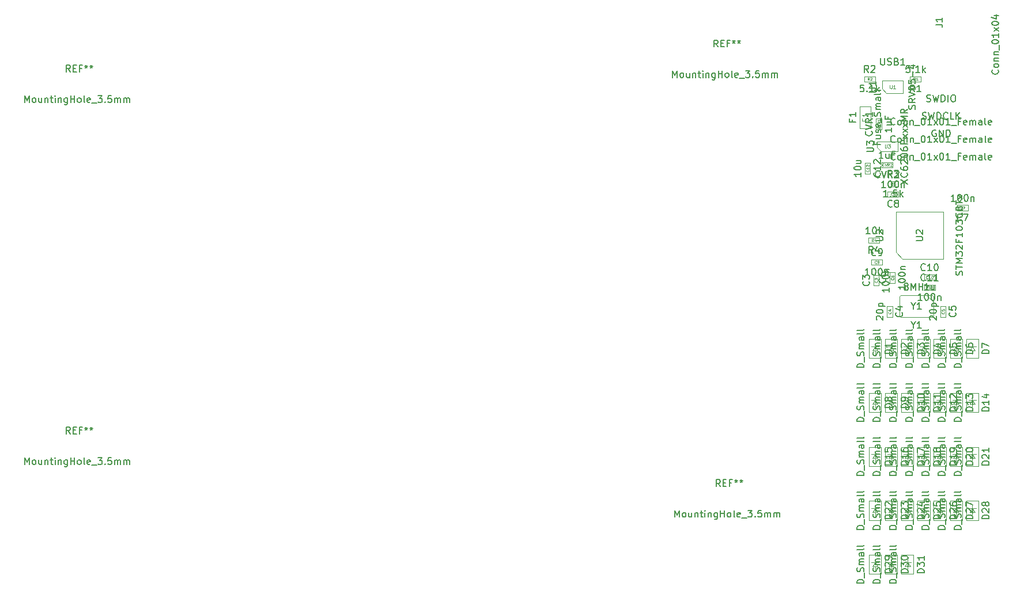
<source format=gbr>
G04 #@! TF.GenerationSoftware,KiCad,Pcbnew,(5.1.4)-1*
G04 #@! TF.CreationDate,2020-11-30T22:03:12+01:00*
G04 #@! TF.ProjectId,stm32split,73746d33-3273-4706-9c69-742e6b696361,rev?*
G04 #@! TF.SameCoordinates,Original*
G04 #@! TF.FileFunction,Other,Fab,Top*
%FSLAX46Y46*%
G04 Gerber Fmt 4.6, Leading zero omitted, Abs format (unit mm)*
G04 Created by KiCad (PCBNEW (5.1.4)-1) date 2020-11-30 22:03:12*
%MOMM*%
%LPD*%
G04 APERTURE LIST*
%ADD10C,0.100000*%
%ADD11C,0.150000*%
%ADD12C,0.060000*%
%ADD13C,0.120000*%
%ADD14C,0.075000*%
G04 APERTURE END LIST*
D10*
X194385000Y-160525000D02*
X194385000Y-163325000D01*
X194385000Y-163325000D02*
X192585000Y-163325000D01*
X192585000Y-163325000D02*
X192585000Y-160525000D01*
X192585000Y-160525000D02*
X194385000Y-160525000D01*
X193485000Y-161175000D02*
X193485000Y-161575000D01*
X193485000Y-161575000D02*
X194035000Y-161575000D01*
X193485000Y-161575000D02*
X192935000Y-161575000D01*
X193485000Y-161575000D02*
X193885000Y-162175000D01*
X193885000Y-162175000D02*
X193085000Y-162175000D01*
X193085000Y-162175000D02*
X193485000Y-161575000D01*
X193485000Y-162175000D02*
X193485000Y-162675000D01*
X192003750Y-160525000D02*
X192003750Y-163325000D01*
X192003750Y-163325000D02*
X190203750Y-163325000D01*
X190203750Y-163325000D02*
X190203750Y-160525000D01*
X190203750Y-160525000D02*
X192003750Y-160525000D01*
X191103750Y-161175000D02*
X191103750Y-161575000D01*
X191103750Y-161575000D02*
X191653750Y-161575000D01*
X191103750Y-161575000D02*
X190553750Y-161575000D01*
X191103750Y-161575000D02*
X191503750Y-162175000D01*
X191503750Y-162175000D02*
X190703750Y-162175000D01*
X190703750Y-162175000D02*
X191103750Y-161575000D01*
X191103750Y-162175000D02*
X191103750Y-162675000D01*
X189622500Y-160525000D02*
X189622500Y-163325000D01*
X189622500Y-163325000D02*
X187822500Y-163325000D01*
X187822500Y-163325000D02*
X187822500Y-160525000D01*
X187822500Y-160525000D02*
X189622500Y-160525000D01*
X188722500Y-161175000D02*
X188722500Y-161575000D01*
X188722500Y-161575000D02*
X189272500Y-161575000D01*
X188722500Y-161575000D02*
X188172500Y-161575000D01*
X188722500Y-161575000D02*
X189122500Y-162175000D01*
X189122500Y-162175000D02*
X188322500Y-162175000D01*
X188322500Y-162175000D02*
X188722500Y-161575000D01*
X188722500Y-162175000D02*
X188722500Y-162675000D01*
X203910000Y-152587500D02*
X203910000Y-155387500D01*
X203910000Y-155387500D02*
X202110000Y-155387500D01*
X202110000Y-155387500D02*
X202110000Y-152587500D01*
X202110000Y-152587500D02*
X203910000Y-152587500D01*
X203010000Y-153237500D02*
X203010000Y-153637500D01*
X203010000Y-153637500D02*
X203560000Y-153637500D01*
X203010000Y-153637500D02*
X202460000Y-153637500D01*
X203010000Y-153637500D02*
X203410000Y-154237500D01*
X203410000Y-154237500D02*
X202610000Y-154237500D01*
X202610000Y-154237500D02*
X203010000Y-153637500D01*
X203010000Y-154237500D02*
X203010000Y-154737500D01*
X201528750Y-152587500D02*
X201528750Y-155387500D01*
X201528750Y-155387500D02*
X199728750Y-155387500D01*
X199728750Y-155387500D02*
X199728750Y-152587500D01*
X199728750Y-152587500D02*
X201528750Y-152587500D01*
X200628750Y-153237500D02*
X200628750Y-153637500D01*
X200628750Y-153637500D02*
X201178750Y-153637500D01*
X200628750Y-153637500D02*
X200078750Y-153637500D01*
X200628750Y-153637500D02*
X201028750Y-154237500D01*
X201028750Y-154237500D02*
X200228750Y-154237500D01*
X200228750Y-154237500D02*
X200628750Y-153637500D01*
X200628750Y-154237500D02*
X200628750Y-154737500D01*
X199147500Y-152587500D02*
X199147500Y-155387500D01*
X199147500Y-155387500D02*
X197347500Y-155387500D01*
X197347500Y-155387500D02*
X197347500Y-152587500D01*
X197347500Y-152587500D02*
X199147500Y-152587500D01*
X198247500Y-153237500D02*
X198247500Y-153637500D01*
X198247500Y-153637500D02*
X198797500Y-153637500D01*
X198247500Y-153637500D02*
X197697500Y-153637500D01*
X198247500Y-153637500D02*
X198647500Y-154237500D01*
X198647500Y-154237500D02*
X197847500Y-154237500D01*
X197847500Y-154237500D02*
X198247500Y-153637500D01*
X198247500Y-154237500D02*
X198247500Y-154737500D01*
X196766250Y-152587500D02*
X196766250Y-155387500D01*
X196766250Y-155387500D02*
X194966250Y-155387500D01*
X194966250Y-155387500D02*
X194966250Y-152587500D01*
X194966250Y-152587500D02*
X196766250Y-152587500D01*
X195866250Y-153237500D02*
X195866250Y-153637500D01*
X195866250Y-153637500D02*
X196416250Y-153637500D01*
X195866250Y-153637500D02*
X195316250Y-153637500D01*
X195866250Y-153637500D02*
X196266250Y-154237500D01*
X196266250Y-154237500D02*
X195466250Y-154237500D01*
X195466250Y-154237500D02*
X195866250Y-153637500D01*
X195866250Y-154237500D02*
X195866250Y-154737500D01*
X194385000Y-152587500D02*
X194385000Y-155387500D01*
X194385000Y-155387500D02*
X192585000Y-155387500D01*
X192585000Y-155387500D02*
X192585000Y-152587500D01*
X192585000Y-152587500D02*
X194385000Y-152587500D01*
X193485000Y-153237500D02*
X193485000Y-153637500D01*
X193485000Y-153637500D02*
X194035000Y-153637500D01*
X193485000Y-153637500D02*
X192935000Y-153637500D01*
X193485000Y-153637500D02*
X193885000Y-154237500D01*
X193885000Y-154237500D02*
X193085000Y-154237500D01*
X193085000Y-154237500D02*
X193485000Y-153637500D01*
X193485000Y-154237500D02*
X193485000Y-154737500D01*
X192003750Y-152587500D02*
X192003750Y-155387500D01*
X192003750Y-155387500D02*
X190203750Y-155387500D01*
X190203750Y-155387500D02*
X190203750Y-152587500D01*
X190203750Y-152587500D02*
X192003750Y-152587500D01*
X191103750Y-153237500D02*
X191103750Y-153637500D01*
X191103750Y-153637500D02*
X191653750Y-153637500D01*
X191103750Y-153637500D02*
X190553750Y-153637500D01*
X191103750Y-153637500D02*
X191503750Y-154237500D01*
X191503750Y-154237500D02*
X190703750Y-154237500D01*
X190703750Y-154237500D02*
X191103750Y-153637500D01*
X191103750Y-154237500D02*
X191103750Y-154737500D01*
X189622500Y-152587500D02*
X189622500Y-155387500D01*
X189622500Y-155387500D02*
X187822500Y-155387500D01*
X187822500Y-155387500D02*
X187822500Y-152587500D01*
X187822500Y-152587500D02*
X189622500Y-152587500D01*
X188722500Y-153237500D02*
X188722500Y-153637500D01*
X188722500Y-153637500D02*
X189272500Y-153637500D01*
X188722500Y-153637500D02*
X188172500Y-153637500D01*
X188722500Y-153637500D02*
X189122500Y-154237500D01*
X189122500Y-154237500D02*
X188322500Y-154237500D01*
X188322500Y-154237500D02*
X188722500Y-153637500D01*
X188722500Y-154237500D02*
X188722500Y-154737500D01*
X203910000Y-144650000D02*
X203910000Y-147450000D01*
X203910000Y-147450000D02*
X202110000Y-147450000D01*
X202110000Y-147450000D02*
X202110000Y-144650000D01*
X202110000Y-144650000D02*
X203910000Y-144650000D01*
X203010000Y-145300000D02*
X203010000Y-145700000D01*
X203010000Y-145700000D02*
X203560000Y-145700000D01*
X203010000Y-145700000D02*
X202460000Y-145700000D01*
X203010000Y-145700000D02*
X203410000Y-146300000D01*
X203410000Y-146300000D02*
X202610000Y-146300000D01*
X202610000Y-146300000D02*
X203010000Y-145700000D01*
X203010000Y-146300000D02*
X203010000Y-146800000D01*
X201528750Y-144650000D02*
X201528750Y-147450000D01*
X201528750Y-147450000D02*
X199728750Y-147450000D01*
X199728750Y-147450000D02*
X199728750Y-144650000D01*
X199728750Y-144650000D02*
X201528750Y-144650000D01*
X200628750Y-145300000D02*
X200628750Y-145700000D01*
X200628750Y-145700000D02*
X201178750Y-145700000D01*
X200628750Y-145700000D02*
X200078750Y-145700000D01*
X200628750Y-145700000D02*
X201028750Y-146300000D01*
X201028750Y-146300000D02*
X200228750Y-146300000D01*
X200228750Y-146300000D02*
X200628750Y-145700000D01*
X200628750Y-146300000D02*
X200628750Y-146800000D01*
X199147500Y-144650000D02*
X199147500Y-147450000D01*
X199147500Y-147450000D02*
X197347500Y-147450000D01*
X197347500Y-147450000D02*
X197347500Y-144650000D01*
X197347500Y-144650000D02*
X199147500Y-144650000D01*
X198247500Y-145300000D02*
X198247500Y-145700000D01*
X198247500Y-145700000D02*
X198797500Y-145700000D01*
X198247500Y-145700000D02*
X197697500Y-145700000D01*
X198247500Y-145700000D02*
X198647500Y-146300000D01*
X198647500Y-146300000D02*
X197847500Y-146300000D01*
X197847500Y-146300000D02*
X198247500Y-145700000D01*
X198247500Y-146300000D02*
X198247500Y-146800000D01*
X196766250Y-144650000D02*
X196766250Y-147450000D01*
X196766250Y-147450000D02*
X194966250Y-147450000D01*
X194966250Y-147450000D02*
X194966250Y-144650000D01*
X194966250Y-144650000D02*
X196766250Y-144650000D01*
X195866250Y-145300000D02*
X195866250Y-145700000D01*
X195866250Y-145700000D02*
X196416250Y-145700000D01*
X195866250Y-145700000D02*
X195316250Y-145700000D01*
X195866250Y-145700000D02*
X196266250Y-146300000D01*
X196266250Y-146300000D02*
X195466250Y-146300000D01*
X195466250Y-146300000D02*
X195866250Y-145700000D01*
X195866250Y-146300000D02*
X195866250Y-146800000D01*
X194385000Y-144650000D02*
X194385000Y-147450000D01*
X194385000Y-147450000D02*
X192585000Y-147450000D01*
X192585000Y-147450000D02*
X192585000Y-144650000D01*
X192585000Y-144650000D02*
X194385000Y-144650000D01*
X193485000Y-145300000D02*
X193485000Y-145700000D01*
X193485000Y-145700000D02*
X194035000Y-145700000D01*
X193485000Y-145700000D02*
X192935000Y-145700000D01*
X193485000Y-145700000D02*
X193885000Y-146300000D01*
X193885000Y-146300000D02*
X193085000Y-146300000D01*
X193085000Y-146300000D02*
X193485000Y-145700000D01*
X193485000Y-146300000D02*
X193485000Y-146800000D01*
X192003750Y-144650000D02*
X192003750Y-147450000D01*
X192003750Y-147450000D02*
X190203750Y-147450000D01*
X190203750Y-147450000D02*
X190203750Y-144650000D01*
X190203750Y-144650000D02*
X192003750Y-144650000D01*
X191103750Y-145300000D02*
X191103750Y-145700000D01*
X191103750Y-145700000D02*
X191653750Y-145700000D01*
X191103750Y-145700000D02*
X190553750Y-145700000D01*
X191103750Y-145700000D02*
X191503750Y-146300000D01*
X191503750Y-146300000D02*
X190703750Y-146300000D01*
X190703750Y-146300000D02*
X191103750Y-145700000D01*
X191103750Y-146300000D02*
X191103750Y-146800000D01*
X189622500Y-144650000D02*
X189622500Y-147450000D01*
X189622500Y-147450000D02*
X187822500Y-147450000D01*
X187822500Y-147450000D02*
X187822500Y-144650000D01*
X187822500Y-144650000D02*
X189622500Y-144650000D01*
X188722500Y-145300000D02*
X188722500Y-145700000D01*
X188722500Y-145700000D02*
X189272500Y-145700000D01*
X188722500Y-145700000D02*
X188172500Y-145700000D01*
X188722500Y-145700000D02*
X189122500Y-146300000D01*
X189122500Y-146300000D02*
X188322500Y-146300000D01*
X188322500Y-146300000D02*
X188722500Y-145700000D01*
X188722500Y-146300000D02*
X188722500Y-146800000D01*
X203910000Y-136712500D02*
X203910000Y-139512500D01*
X203910000Y-139512500D02*
X202110000Y-139512500D01*
X202110000Y-139512500D02*
X202110000Y-136712500D01*
X202110000Y-136712500D02*
X203910000Y-136712500D01*
X203010000Y-137362500D02*
X203010000Y-137762500D01*
X203010000Y-137762500D02*
X203560000Y-137762500D01*
X203010000Y-137762500D02*
X202460000Y-137762500D01*
X203010000Y-137762500D02*
X203410000Y-138362500D01*
X203410000Y-138362500D02*
X202610000Y-138362500D01*
X202610000Y-138362500D02*
X203010000Y-137762500D01*
X203010000Y-138362500D02*
X203010000Y-138862500D01*
X201528750Y-136712500D02*
X201528750Y-139512500D01*
X201528750Y-139512500D02*
X199728750Y-139512500D01*
X199728750Y-139512500D02*
X199728750Y-136712500D01*
X199728750Y-136712500D02*
X201528750Y-136712500D01*
X200628750Y-137362500D02*
X200628750Y-137762500D01*
X200628750Y-137762500D02*
X201178750Y-137762500D01*
X200628750Y-137762500D02*
X200078750Y-137762500D01*
X200628750Y-137762500D02*
X201028750Y-138362500D01*
X201028750Y-138362500D02*
X200228750Y-138362500D01*
X200228750Y-138362500D02*
X200628750Y-137762500D01*
X200628750Y-138362500D02*
X200628750Y-138862500D01*
X199147500Y-136712500D02*
X199147500Y-139512500D01*
X199147500Y-139512500D02*
X197347500Y-139512500D01*
X197347500Y-139512500D02*
X197347500Y-136712500D01*
X197347500Y-136712500D02*
X199147500Y-136712500D01*
X198247500Y-137362500D02*
X198247500Y-137762500D01*
X198247500Y-137762500D02*
X198797500Y-137762500D01*
X198247500Y-137762500D02*
X197697500Y-137762500D01*
X198247500Y-137762500D02*
X198647500Y-138362500D01*
X198647500Y-138362500D02*
X197847500Y-138362500D01*
X197847500Y-138362500D02*
X198247500Y-137762500D01*
X198247500Y-138362500D02*
X198247500Y-138862500D01*
X196766250Y-136712500D02*
X196766250Y-139512500D01*
X196766250Y-139512500D02*
X194966250Y-139512500D01*
X194966250Y-139512500D02*
X194966250Y-136712500D01*
X194966250Y-136712500D02*
X196766250Y-136712500D01*
X195866250Y-137362500D02*
X195866250Y-137762500D01*
X195866250Y-137762500D02*
X196416250Y-137762500D01*
X195866250Y-137762500D02*
X195316250Y-137762500D01*
X195866250Y-137762500D02*
X196266250Y-138362500D01*
X196266250Y-138362500D02*
X195466250Y-138362500D01*
X195466250Y-138362500D02*
X195866250Y-137762500D01*
X195866250Y-138362500D02*
X195866250Y-138862500D01*
X194385000Y-136712500D02*
X194385000Y-139512500D01*
X194385000Y-139512500D02*
X192585000Y-139512500D01*
X192585000Y-139512500D02*
X192585000Y-136712500D01*
X192585000Y-136712500D02*
X194385000Y-136712500D01*
X193485000Y-137362500D02*
X193485000Y-137762500D01*
X193485000Y-137762500D02*
X194035000Y-137762500D01*
X193485000Y-137762500D02*
X192935000Y-137762500D01*
X193485000Y-137762500D02*
X193885000Y-138362500D01*
X193885000Y-138362500D02*
X193085000Y-138362500D01*
X193085000Y-138362500D02*
X193485000Y-137762500D01*
X193485000Y-138362500D02*
X193485000Y-138862500D01*
X192003750Y-136712500D02*
X192003750Y-139512500D01*
X192003750Y-139512500D02*
X190203750Y-139512500D01*
X190203750Y-139512500D02*
X190203750Y-136712500D01*
X190203750Y-136712500D02*
X192003750Y-136712500D01*
X191103750Y-137362500D02*
X191103750Y-137762500D01*
X191103750Y-137762500D02*
X191653750Y-137762500D01*
X191103750Y-137762500D02*
X190553750Y-137762500D01*
X191103750Y-137762500D02*
X191503750Y-138362500D01*
X191503750Y-138362500D02*
X190703750Y-138362500D01*
X190703750Y-138362500D02*
X191103750Y-137762500D01*
X191103750Y-138362500D02*
X191103750Y-138862500D01*
X189622500Y-136712500D02*
X189622500Y-139512500D01*
X189622500Y-139512500D02*
X187822500Y-139512500D01*
X187822500Y-139512500D02*
X187822500Y-136712500D01*
X187822500Y-136712500D02*
X189622500Y-136712500D01*
X188722500Y-137362500D02*
X188722500Y-137762500D01*
X188722500Y-137762500D02*
X189272500Y-137762500D01*
X188722500Y-137762500D02*
X188172500Y-137762500D01*
X188722500Y-137762500D02*
X189122500Y-138362500D01*
X189122500Y-138362500D02*
X188322500Y-138362500D01*
X188322500Y-138362500D02*
X188722500Y-137762500D01*
X188722500Y-138362500D02*
X188722500Y-138862500D01*
X203910000Y-128775000D02*
X203910000Y-131575000D01*
X203910000Y-131575000D02*
X202110000Y-131575000D01*
X202110000Y-131575000D02*
X202110000Y-128775000D01*
X202110000Y-128775000D02*
X203910000Y-128775000D01*
X203010000Y-129425000D02*
X203010000Y-129825000D01*
X203010000Y-129825000D02*
X203560000Y-129825000D01*
X203010000Y-129825000D02*
X202460000Y-129825000D01*
X203010000Y-129825000D02*
X203410000Y-130425000D01*
X203410000Y-130425000D02*
X202610000Y-130425000D01*
X202610000Y-130425000D02*
X203010000Y-129825000D01*
X203010000Y-130425000D02*
X203010000Y-130925000D01*
X201528750Y-128775000D02*
X201528750Y-131575000D01*
X201528750Y-131575000D02*
X199728750Y-131575000D01*
X199728750Y-131575000D02*
X199728750Y-128775000D01*
X199728750Y-128775000D02*
X201528750Y-128775000D01*
X200628750Y-129425000D02*
X200628750Y-129825000D01*
X200628750Y-129825000D02*
X201178750Y-129825000D01*
X200628750Y-129825000D02*
X200078750Y-129825000D01*
X200628750Y-129825000D02*
X201028750Y-130425000D01*
X201028750Y-130425000D02*
X200228750Y-130425000D01*
X200228750Y-130425000D02*
X200628750Y-129825000D01*
X200628750Y-130425000D02*
X200628750Y-130925000D01*
X199147500Y-128775000D02*
X199147500Y-131575000D01*
X199147500Y-131575000D02*
X197347500Y-131575000D01*
X197347500Y-131575000D02*
X197347500Y-128775000D01*
X197347500Y-128775000D02*
X199147500Y-128775000D01*
X198247500Y-129425000D02*
X198247500Y-129825000D01*
X198247500Y-129825000D02*
X198797500Y-129825000D01*
X198247500Y-129825000D02*
X197697500Y-129825000D01*
X198247500Y-129825000D02*
X198647500Y-130425000D01*
X198647500Y-130425000D02*
X197847500Y-130425000D01*
X197847500Y-130425000D02*
X198247500Y-129825000D01*
X198247500Y-130425000D02*
X198247500Y-130925000D01*
X196766250Y-128775000D02*
X196766250Y-131575000D01*
X196766250Y-131575000D02*
X194966250Y-131575000D01*
X194966250Y-131575000D02*
X194966250Y-128775000D01*
X194966250Y-128775000D02*
X196766250Y-128775000D01*
X195866250Y-129425000D02*
X195866250Y-129825000D01*
X195866250Y-129825000D02*
X196416250Y-129825000D01*
X195866250Y-129825000D02*
X195316250Y-129825000D01*
X195866250Y-129825000D02*
X196266250Y-130425000D01*
X196266250Y-130425000D02*
X195466250Y-130425000D01*
X195466250Y-130425000D02*
X195866250Y-129825000D01*
X195866250Y-130425000D02*
X195866250Y-130925000D01*
X194385000Y-128775000D02*
X194385000Y-131575000D01*
X194385000Y-131575000D02*
X192585000Y-131575000D01*
X192585000Y-131575000D02*
X192585000Y-128775000D01*
X192585000Y-128775000D02*
X194385000Y-128775000D01*
X193485000Y-129425000D02*
X193485000Y-129825000D01*
X193485000Y-129825000D02*
X194035000Y-129825000D01*
X193485000Y-129825000D02*
X192935000Y-129825000D01*
X193485000Y-129825000D02*
X193885000Y-130425000D01*
X193885000Y-130425000D02*
X193085000Y-130425000D01*
X193085000Y-130425000D02*
X193485000Y-129825000D01*
X193485000Y-130425000D02*
X193485000Y-130925000D01*
X192003750Y-128775000D02*
X192003750Y-131575000D01*
X192003750Y-131575000D02*
X190203750Y-131575000D01*
X190203750Y-131575000D02*
X190203750Y-128775000D01*
X190203750Y-128775000D02*
X192003750Y-128775000D01*
X191103750Y-129425000D02*
X191103750Y-129825000D01*
X191103750Y-129825000D02*
X191653750Y-129825000D01*
X191103750Y-129825000D02*
X190553750Y-129825000D01*
X191103750Y-129825000D02*
X191503750Y-130425000D01*
X191503750Y-130425000D02*
X190703750Y-130425000D01*
X190703750Y-130425000D02*
X191103750Y-129825000D01*
X191103750Y-130425000D02*
X191103750Y-130925000D01*
X189622500Y-128775000D02*
X189622500Y-131575000D01*
X189622500Y-131575000D02*
X187822500Y-131575000D01*
X187822500Y-131575000D02*
X187822500Y-128775000D01*
X187822500Y-128775000D02*
X189622500Y-128775000D01*
X188722500Y-129425000D02*
X188722500Y-129825000D01*
X188722500Y-129825000D02*
X189272500Y-129825000D01*
X188722500Y-129825000D02*
X188172500Y-129825000D01*
X188722500Y-129825000D02*
X189122500Y-130425000D01*
X189122500Y-130425000D02*
X188322500Y-130425000D01*
X188322500Y-130425000D02*
X188722500Y-129825000D01*
X188722500Y-130425000D02*
X188722500Y-130925000D01*
X192182500Y-106340000D02*
X190582500Y-106340000D01*
X192182500Y-105540000D02*
X192182500Y-106340000D01*
X190582500Y-105540000D02*
X192182500Y-105540000D01*
X190582500Y-106340000D02*
X190582500Y-105540000D01*
X188722500Y-90910000D02*
X187122500Y-90910000D01*
X188722500Y-90110000D02*
X188722500Y-90910000D01*
X187122500Y-90110000D02*
X188722500Y-90110000D01*
X187122500Y-90910000D02*
X187122500Y-90110000D01*
X193880000Y-90110000D02*
X195480000Y-90110000D01*
X193880000Y-90910000D02*
X193880000Y-90110000D01*
X195480000Y-90910000D02*
X193880000Y-90910000D01*
X195480000Y-90110000D02*
X195480000Y-90910000D01*
X187772500Y-113860000D02*
X189372500Y-113860000D01*
X187772500Y-114660000D02*
X187772500Y-113860000D01*
X189372500Y-114660000D02*
X187772500Y-114660000D01*
X189372500Y-113860000D02*
X189372500Y-114660000D01*
X197300000Y-123320000D02*
X196300000Y-122320000D01*
X197300000Y-125320000D02*
X197100000Y-125520000D01*
X197300000Y-122520000D02*
X197300000Y-125320000D01*
X197100000Y-122320000D02*
X197300000Y-122520000D01*
X192500000Y-122320000D02*
X197100000Y-122320000D01*
X192300000Y-122520000D02*
X192500000Y-122320000D01*
X192300000Y-125320000D02*
X192300000Y-122520000D01*
X192500000Y-125520000D02*
X192300000Y-125320000D01*
X197100000Y-125520000D02*
X192500000Y-125520000D01*
X187240000Y-104437500D02*
X187240000Y-102837500D01*
X188040000Y-104437500D02*
X187240000Y-104437500D01*
X188040000Y-102837500D02*
X188040000Y-104437500D01*
X187240000Y-102837500D02*
X188040000Y-102837500D01*
X197527500Y-121580000D02*
X195927500Y-121580000D01*
X197527500Y-120780000D02*
X197527500Y-121580000D01*
X195927500Y-120780000D02*
X197527500Y-120780000D01*
X195927500Y-121580000D02*
X195927500Y-120780000D01*
X197527500Y-120070000D02*
X195927500Y-120070000D01*
X197527500Y-119270000D02*
X197527500Y-120070000D01*
X195927500Y-119270000D02*
X197527500Y-119270000D01*
X195927500Y-120070000D02*
X195927500Y-119270000D01*
X189782500Y-117870000D02*
X188182500Y-117870000D01*
X189782500Y-117070000D02*
X189782500Y-117870000D01*
X188182500Y-117070000D02*
X189782500Y-117070000D01*
X188182500Y-117870000D02*
X188182500Y-117070000D01*
X190580000Y-107060000D02*
X192180000Y-107060000D01*
X190580000Y-107860000D02*
X190580000Y-107060000D01*
X192180000Y-107860000D02*
X190580000Y-107860000D01*
X192180000Y-107060000D02*
X192180000Y-107860000D01*
X200787500Y-109070000D02*
X202387500Y-109070000D01*
X200787500Y-109870000D02*
X200787500Y-109070000D01*
X202387500Y-109870000D02*
X200787500Y-109870000D01*
X202387500Y-109070000D02*
X202387500Y-109870000D01*
X191670000Y-118917500D02*
X191670000Y-120517500D01*
X190870000Y-118917500D02*
X191670000Y-118917500D01*
X190870000Y-120517500D02*
X190870000Y-118917500D01*
X191670000Y-120517500D02*
X190870000Y-120517500D01*
X188080000Y-94537500D02*
X188080000Y-97737500D01*
X186480000Y-94537500D02*
X188080000Y-94537500D01*
X186480000Y-97737500D02*
X186480000Y-94537500D01*
X188080000Y-97737500D02*
X186480000Y-97737500D01*
X189692500Y-102740000D02*
X191292500Y-102740000D01*
X189692500Y-103540000D02*
X189692500Y-102740000D01*
X191292500Y-103540000D02*
X189692500Y-103540000D01*
X191292500Y-102740000D02*
X191292500Y-103540000D01*
X189680000Y-96317500D02*
X189680000Y-97917500D01*
X188880000Y-96317500D02*
X189680000Y-96317500D01*
X188880000Y-97917500D02*
X188880000Y-96317500D01*
X189680000Y-97917500D02*
X188880000Y-97917500D01*
X198310000Y-125507500D02*
X198310000Y-123907500D01*
X199110000Y-125507500D02*
X198310000Y-125507500D01*
X199110000Y-123907500D02*
X199110000Y-125507500D01*
X198310000Y-123907500D02*
X199110000Y-123907500D01*
X190480000Y-125507500D02*
X190480000Y-123907500D01*
X191280000Y-125507500D02*
X190480000Y-125507500D01*
X191280000Y-123907500D02*
X191280000Y-125507500D01*
X190480000Y-123907500D02*
X191280000Y-123907500D01*
X189270000Y-119322500D02*
X189270000Y-120922500D01*
X188470000Y-119322500D02*
X189270000Y-119322500D01*
X188470000Y-120922500D02*
X188470000Y-119322500D01*
X189270000Y-120922500D02*
X188470000Y-120922500D01*
X192060000Y-101120000D02*
X192060000Y-99720000D01*
X189020000Y-99720000D02*
X192060000Y-99720000D01*
X189590000Y-101120000D02*
X189020000Y-100570000D01*
X189020000Y-100570000D02*
X189020000Y-99720000D01*
X189590000Y-101120000D02*
X192040000Y-101120000D01*
X192778750Y-117006250D02*
X191778750Y-116006250D01*
X198778750Y-117006250D02*
X192778750Y-117006250D01*
X198778750Y-110006250D02*
X198778750Y-117006250D01*
X191778750Y-110006250D02*
X198778750Y-110006250D01*
X191778750Y-116006250D02*
X191778750Y-110006250D01*
X189740000Y-90780000D02*
X192840000Y-90780000D01*
X192840000Y-90780000D02*
X192840000Y-92580000D01*
X190390000Y-92580000D02*
X192840000Y-92580000D01*
X189740000Y-90780000D02*
X189740000Y-91930000D01*
X190390000Y-92580000D02*
X189740000Y-91930000D01*
D11*
X159309525Y-154952382D02*
X159309525Y-153952382D01*
X159642859Y-154666668D01*
X159976192Y-153952382D01*
X159976192Y-154952382D01*
X160595240Y-154952382D02*
X160500002Y-154904763D01*
X160452382Y-154857144D01*
X160404763Y-154761906D01*
X160404763Y-154476192D01*
X160452382Y-154380954D01*
X160500002Y-154333335D01*
X160595240Y-154285716D01*
X160738097Y-154285716D01*
X160833335Y-154333335D01*
X160880954Y-154380954D01*
X160928573Y-154476192D01*
X160928573Y-154761906D01*
X160880954Y-154857144D01*
X160833335Y-154904763D01*
X160738097Y-154952382D01*
X160595240Y-154952382D01*
X161785716Y-154285716D02*
X161785716Y-154952382D01*
X161357144Y-154285716D02*
X161357144Y-154809525D01*
X161404763Y-154904763D01*
X161500002Y-154952382D01*
X161642859Y-154952382D01*
X161738097Y-154904763D01*
X161785716Y-154857144D01*
X162261906Y-154285716D02*
X162261906Y-154952382D01*
X162261906Y-154380954D02*
X162309525Y-154333335D01*
X162404763Y-154285716D01*
X162547621Y-154285716D01*
X162642859Y-154333335D01*
X162690478Y-154428573D01*
X162690478Y-154952382D01*
X163023811Y-154285716D02*
X163404763Y-154285716D01*
X163166668Y-153952382D02*
X163166668Y-154809525D01*
X163214287Y-154904763D01*
X163309525Y-154952382D01*
X163404763Y-154952382D01*
X163738097Y-154952382D02*
X163738097Y-154285716D01*
X163738097Y-153952382D02*
X163690478Y-154000002D01*
X163738097Y-154047621D01*
X163785716Y-154000002D01*
X163738097Y-153952382D01*
X163738097Y-154047621D01*
X164214287Y-154285716D02*
X164214287Y-154952382D01*
X164214287Y-154380954D02*
X164261906Y-154333335D01*
X164357144Y-154285716D01*
X164500002Y-154285716D01*
X164595240Y-154333335D01*
X164642859Y-154428573D01*
X164642859Y-154952382D01*
X165547621Y-154285716D02*
X165547621Y-155095240D01*
X165500002Y-155190478D01*
X165452382Y-155238097D01*
X165357144Y-155285716D01*
X165214287Y-155285716D01*
X165119049Y-155238097D01*
X165547621Y-154904763D02*
X165452382Y-154952382D01*
X165261906Y-154952382D01*
X165166668Y-154904763D01*
X165119049Y-154857144D01*
X165071430Y-154761906D01*
X165071430Y-154476192D01*
X165119049Y-154380954D01*
X165166668Y-154333335D01*
X165261906Y-154285716D01*
X165452382Y-154285716D01*
X165547621Y-154333335D01*
X166023811Y-154952382D02*
X166023811Y-153952382D01*
X166023811Y-154428573D02*
X166595240Y-154428573D01*
X166595240Y-154952382D02*
X166595240Y-153952382D01*
X167214287Y-154952382D02*
X167119049Y-154904763D01*
X167071430Y-154857144D01*
X167023811Y-154761906D01*
X167023811Y-154476192D01*
X167071430Y-154380954D01*
X167119049Y-154333335D01*
X167214287Y-154285716D01*
X167357144Y-154285716D01*
X167452382Y-154333335D01*
X167500002Y-154380954D01*
X167547621Y-154476192D01*
X167547621Y-154761906D01*
X167500002Y-154857144D01*
X167452382Y-154904763D01*
X167357144Y-154952382D01*
X167214287Y-154952382D01*
X168119049Y-154952382D02*
X168023811Y-154904763D01*
X167976192Y-154809525D01*
X167976192Y-153952382D01*
X168880954Y-154904763D02*
X168785716Y-154952382D01*
X168595240Y-154952382D01*
X168500002Y-154904763D01*
X168452382Y-154809525D01*
X168452382Y-154428573D01*
X168500002Y-154333335D01*
X168595240Y-154285716D01*
X168785716Y-154285716D01*
X168880954Y-154333335D01*
X168928573Y-154428573D01*
X168928573Y-154523811D01*
X168452382Y-154619049D01*
X169119049Y-155047621D02*
X169880954Y-155047621D01*
X170023811Y-153952382D02*
X170642859Y-153952382D01*
X170309525Y-154333335D01*
X170452382Y-154333335D01*
X170547621Y-154380954D01*
X170595240Y-154428573D01*
X170642859Y-154523811D01*
X170642859Y-154761906D01*
X170595240Y-154857144D01*
X170547621Y-154904763D01*
X170452382Y-154952382D01*
X170166668Y-154952382D01*
X170071430Y-154904763D01*
X170023811Y-154857144D01*
X171071430Y-154857144D02*
X171119049Y-154904763D01*
X171071430Y-154952382D01*
X171023811Y-154904763D01*
X171071430Y-154857144D01*
X171071430Y-154952382D01*
X172023811Y-153952382D02*
X171547621Y-153952382D01*
X171500002Y-154428573D01*
X171547621Y-154380954D01*
X171642859Y-154333335D01*
X171880954Y-154333335D01*
X171976192Y-154380954D01*
X172023811Y-154428573D01*
X172071430Y-154523811D01*
X172071430Y-154761906D01*
X172023811Y-154857144D01*
X171976192Y-154904763D01*
X171880954Y-154952382D01*
X171642859Y-154952382D01*
X171547621Y-154904763D01*
X171500002Y-154857144D01*
X172500002Y-154952382D02*
X172500002Y-154285716D01*
X172500002Y-154380954D02*
X172547621Y-154333335D01*
X172642859Y-154285716D01*
X172785716Y-154285716D01*
X172880954Y-154333335D01*
X172928573Y-154428573D01*
X172928573Y-154952382D01*
X172928573Y-154428573D02*
X172976192Y-154333335D01*
X173071430Y-154285716D01*
X173214287Y-154285716D01*
X173309525Y-154333335D01*
X173357144Y-154428573D01*
X173357144Y-154952382D01*
X173833335Y-154952382D02*
X173833335Y-154285716D01*
X173833335Y-154380954D02*
X173880954Y-154333335D01*
X173976192Y-154285716D01*
X174119049Y-154285716D01*
X174214287Y-154333335D01*
X174261906Y-154428573D01*
X174261906Y-154952382D01*
X174261906Y-154428573D02*
X174309525Y-154333335D01*
X174404763Y-154285716D01*
X174547621Y-154285716D01*
X174642859Y-154333335D01*
X174690478Y-154428573D01*
X174690478Y-154952382D01*
X165966668Y-150452382D02*
X165633335Y-149976192D01*
X165395240Y-150452382D02*
X165395240Y-149452382D01*
X165776192Y-149452382D01*
X165871430Y-149500002D01*
X165919049Y-149547621D01*
X165966668Y-149642859D01*
X165966668Y-149785716D01*
X165919049Y-149880954D01*
X165871430Y-149928573D01*
X165776192Y-149976192D01*
X165395240Y-149976192D01*
X166395240Y-149928573D02*
X166728573Y-149928573D01*
X166871430Y-150452382D02*
X166395240Y-150452382D01*
X166395240Y-149452382D01*
X166871430Y-149452382D01*
X167633335Y-149928573D02*
X167300002Y-149928573D01*
X167300002Y-150452382D02*
X167300002Y-149452382D01*
X167776192Y-149452382D01*
X168300002Y-149452382D02*
X168300002Y-149690478D01*
X168061906Y-149595240D02*
X168300002Y-149690478D01*
X168538097Y-149595240D01*
X168157144Y-149880954D02*
X168300002Y-149690478D01*
X168442859Y-149880954D01*
X169061906Y-149452382D02*
X169061906Y-149690478D01*
X168823811Y-149595240D02*
X169061906Y-149690478D01*
X169300002Y-149595240D01*
X168919049Y-149880954D02*
X169061906Y-149690478D01*
X169204763Y-149880954D01*
X63811547Y-147199899D02*
X63811547Y-146199899D01*
X64144881Y-146914185D01*
X64478214Y-146199899D01*
X64478214Y-147199899D01*
X65097262Y-147199899D02*
X65002023Y-147152280D01*
X64954404Y-147104661D01*
X64906785Y-147009423D01*
X64906785Y-146723709D01*
X64954404Y-146628471D01*
X65002023Y-146580852D01*
X65097262Y-146533233D01*
X65240119Y-146533233D01*
X65335357Y-146580852D01*
X65382976Y-146628471D01*
X65430595Y-146723709D01*
X65430595Y-147009423D01*
X65382976Y-147104661D01*
X65335357Y-147152280D01*
X65240119Y-147199899D01*
X65097262Y-147199899D01*
X66287738Y-146533233D02*
X66287738Y-147199899D01*
X65859166Y-146533233D02*
X65859166Y-147057042D01*
X65906785Y-147152280D01*
X66002023Y-147199899D01*
X66144881Y-147199899D01*
X66240119Y-147152280D01*
X66287738Y-147104661D01*
X66763928Y-146533233D02*
X66763928Y-147199899D01*
X66763928Y-146628471D02*
X66811547Y-146580852D01*
X66906785Y-146533233D01*
X67049643Y-146533233D01*
X67144881Y-146580852D01*
X67192500Y-146676090D01*
X67192500Y-147199899D01*
X67525833Y-146533233D02*
X67906785Y-146533233D01*
X67668690Y-146199899D02*
X67668690Y-147057042D01*
X67716309Y-147152280D01*
X67811547Y-147199899D01*
X67906785Y-147199899D01*
X68240119Y-147199899D02*
X68240119Y-146533233D01*
X68240119Y-146199899D02*
X68192500Y-146247519D01*
X68240119Y-146295138D01*
X68287738Y-146247519D01*
X68240119Y-146199899D01*
X68240119Y-146295138D01*
X68716309Y-146533233D02*
X68716309Y-147199899D01*
X68716309Y-146628471D02*
X68763928Y-146580852D01*
X68859166Y-146533233D01*
X69002024Y-146533233D01*
X69097262Y-146580852D01*
X69144881Y-146676090D01*
X69144881Y-147199899D01*
X70049643Y-146533233D02*
X70049643Y-147342757D01*
X70002024Y-147437995D01*
X69954404Y-147485614D01*
X69859166Y-147533233D01*
X69716309Y-147533233D01*
X69621071Y-147485614D01*
X70049643Y-147152280D02*
X69954404Y-147199899D01*
X69763928Y-147199899D01*
X69668690Y-147152280D01*
X69621071Y-147104661D01*
X69573452Y-147009423D01*
X69573452Y-146723709D01*
X69621071Y-146628471D01*
X69668690Y-146580852D01*
X69763928Y-146533233D01*
X69954404Y-146533233D01*
X70049643Y-146580852D01*
X70525833Y-147199899D02*
X70525833Y-146199899D01*
X70525833Y-146676090D02*
X71097262Y-146676090D01*
X71097262Y-147199899D02*
X71097262Y-146199899D01*
X71716309Y-147199899D02*
X71621071Y-147152280D01*
X71573452Y-147104661D01*
X71525833Y-147009423D01*
X71525833Y-146723709D01*
X71573452Y-146628471D01*
X71621071Y-146580852D01*
X71716309Y-146533233D01*
X71859166Y-146533233D01*
X71954404Y-146580852D01*
X72002024Y-146628471D01*
X72049643Y-146723709D01*
X72049643Y-147009423D01*
X72002024Y-147104661D01*
X71954404Y-147152280D01*
X71859166Y-147199899D01*
X71716309Y-147199899D01*
X72621071Y-147199899D02*
X72525833Y-147152280D01*
X72478214Y-147057042D01*
X72478214Y-146199899D01*
X73382976Y-147152280D02*
X73287738Y-147199899D01*
X73097262Y-147199899D01*
X73002024Y-147152280D01*
X72954404Y-147057042D01*
X72954404Y-146676090D01*
X73002024Y-146580852D01*
X73097262Y-146533233D01*
X73287738Y-146533233D01*
X73382976Y-146580852D01*
X73430595Y-146676090D01*
X73430595Y-146771328D01*
X72954404Y-146866566D01*
X73621071Y-147295138D02*
X74382976Y-147295138D01*
X74525833Y-146199899D02*
X75144881Y-146199899D01*
X74811547Y-146580852D01*
X74954404Y-146580852D01*
X75049643Y-146628471D01*
X75097262Y-146676090D01*
X75144881Y-146771328D01*
X75144881Y-147009423D01*
X75097262Y-147104661D01*
X75049643Y-147152280D01*
X74954404Y-147199899D01*
X74668690Y-147199899D01*
X74573452Y-147152280D01*
X74525833Y-147104661D01*
X75573452Y-147104661D02*
X75621071Y-147152280D01*
X75573452Y-147199899D01*
X75525833Y-147152280D01*
X75573452Y-147104661D01*
X75573452Y-147199899D01*
X76525833Y-146199899D02*
X76049643Y-146199899D01*
X76002023Y-146676090D01*
X76049643Y-146628471D01*
X76144881Y-146580852D01*
X76382976Y-146580852D01*
X76478214Y-146628471D01*
X76525833Y-146676090D01*
X76573452Y-146771328D01*
X76573452Y-147009423D01*
X76525833Y-147104661D01*
X76478214Y-147152280D01*
X76382976Y-147199899D01*
X76144881Y-147199899D01*
X76049643Y-147152280D01*
X76002023Y-147104661D01*
X77002023Y-147199899D02*
X77002023Y-146533233D01*
X77002023Y-146628471D02*
X77049643Y-146580852D01*
X77144881Y-146533233D01*
X77287738Y-146533233D01*
X77382976Y-146580852D01*
X77430595Y-146676090D01*
X77430595Y-147199899D01*
X77430595Y-146676090D02*
X77478214Y-146580852D01*
X77573452Y-146533233D01*
X77716309Y-146533233D01*
X77811547Y-146580852D01*
X77859166Y-146676090D01*
X77859166Y-147199899D01*
X78335357Y-147199899D02*
X78335357Y-146533233D01*
X78335357Y-146628471D02*
X78382976Y-146580852D01*
X78478214Y-146533233D01*
X78621071Y-146533233D01*
X78716309Y-146580852D01*
X78763928Y-146676090D01*
X78763928Y-147199899D01*
X78763928Y-146676090D02*
X78811547Y-146580852D01*
X78906785Y-146533233D01*
X79049643Y-146533233D01*
X79144881Y-146580852D01*
X79192500Y-146676090D01*
X79192500Y-147199899D01*
X70468690Y-142699899D02*
X70135357Y-142223709D01*
X69897262Y-142699899D02*
X69897262Y-141699899D01*
X70278214Y-141699899D01*
X70373452Y-141747519D01*
X70421071Y-141795138D01*
X70468690Y-141890376D01*
X70468690Y-142033233D01*
X70421071Y-142128471D01*
X70373452Y-142176090D01*
X70278214Y-142223709D01*
X69897262Y-142223709D01*
X70897262Y-142176090D02*
X71230595Y-142176090D01*
X71373452Y-142699899D02*
X70897262Y-142699899D01*
X70897262Y-141699899D01*
X71373452Y-141699899D01*
X72135357Y-142176090D02*
X71802024Y-142176090D01*
X71802024Y-142699899D02*
X71802024Y-141699899D01*
X72278214Y-141699899D01*
X72802024Y-141699899D02*
X72802024Y-141937995D01*
X72563928Y-141842757D02*
X72802024Y-141937995D01*
X73040119Y-141842757D01*
X72659166Y-142128471D02*
X72802024Y-141937995D01*
X72944881Y-142128471D01*
X73563928Y-141699899D02*
X73563928Y-141937995D01*
X73325833Y-141842757D02*
X73563928Y-141937995D01*
X73802024Y-141842757D01*
X73421071Y-142128471D02*
X73563928Y-141937995D01*
X73706785Y-142128471D01*
X63809524Y-93952381D02*
X63809524Y-92952381D01*
X64142858Y-93666667D01*
X64476191Y-92952381D01*
X64476191Y-93952381D01*
X65095239Y-93952381D02*
X65000000Y-93904762D01*
X64952381Y-93857143D01*
X64904762Y-93761905D01*
X64904762Y-93476191D01*
X64952381Y-93380953D01*
X65000000Y-93333334D01*
X65095239Y-93285715D01*
X65238096Y-93285715D01*
X65333334Y-93333334D01*
X65380953Y-93380953D01*
X65428572Y-93476191D01*
X65428572Y-93761905D01*
X65380953Y-93857143D01*
X65333334Y-93904762D01*
X65238096Y-93952381D01*
X65095239Y-93952381D01*
X66285715Y-93285715D02*
X66285715Y-93952381D01*
X65857143Y-93285715D02*
X65857143Y-93809524D01*
X65904762Y-93904762D01*
X66000000Y-93952381D01*
X66142858Y-93952381D01*
X66238096Y-93904762D01*
X66285715Y-93857143D01*
X66761905Y-93285715D02*
X66761905Y-93952381D01*
X66761905Y-93380953D02*
X66809524Y-93333334D01*
X66904762Y-93285715D01*
X67047620Y-93285715D01*
X67142858Y-93333334D01*
X67190477Y-93428572D01*
X67190477Y-93952381D01*
X67523810Y-93285715D02*
X67904762Y-93285715D01*
X67666667Y-92952381D02*
X67666667Y-93809524D01*
X67714286Y-93904762D01*
X67809524Y-93952381D01*
X67904762Y-93952381D01*
X68238096Y-93952381D02*
X68238096Y-93285715D01*
X68238096Y-92952381D02*
X68190477Y-93000001D01*
X68238096Y-93047620D01*
X68285715Y-93000001D01*
X68238096Y-92952381D01*
X68238096Y-93047620D01*
X68714286Y-93285715D02*
X68714286Y-93952381D01*
X68714286Y-93380953D02*
X68761905Y-93333334D01*
X68857143Y-93285715D01*
X69000001Y-93285715D01*
X69095239Y-93333334D01*
X69142858Y-93428572D01*
X69142858Y-93952381D01*
X70047620Y-93285715D02*
X70047620Y-94095239D01*
X70000001Y-94190477D01*
X69952381Y-94238096D01*
X69857143Y-94285715D01*
X69714286Y-94285715D01*
X69619048Y-94238096D01*
X70047620Y-93904762D02*
X69952381Y-93952381D01*
X69761905Y-93952381D01*
X69666667Y-93904762D01*
X69619048Y-93857143D01*
X69571429Y-93761905D01*
X69571429Y-93476191D01*
X69619048Y-93380953D01*
X69666667Y-93333334D01*
X69761905Y-93285715D01*
X69952381Y-93285715D01*
X70047620Y-93333334D01*
X70523810Y-93952381D02*
X70523810Y-92952381D01*
X70523810Y-93428572D02*
X71095239Y-93428572D01*
X71095239Y-93952381D02*
X71095239Y-92952381D01*
X71714286Y-93952381D02*
X71619048Y-93904762D01*
X71571429Y-93857143D01*
X71523810Y-93761905D01*
X71523810Y-93476191D01*
X71571429Y-93380953D01*
X71619048Y-93333334D01*
X71714286Y-93285715D01*
X71857143Y-93285715D01*
X71952381Y-93333334D01*
X72000001Y-93380953D01*
X72047620Y-93476191D01*
X72047620Y-93761905D01*
X72000001Y-93857143D01*
X71952381Y-93904762D01*
X71857143Y-93952381D01*
X71714286Y-93952381D01*
X72619048Y-93952381D02*
X72523810Y-93904762D01*
X72476191Y-93809524D01*
X72476191Y-92952381D01*
X73380953Y-93904762D02*
X73285715Y-93952381D01*
X73095239Y-93952381D01*
X73000001Y-93904762D01*
X72952381Y-93809524D01*
X72952381Y-93428572D01*
X73000001Y-93333334D01*
X73095239Y-93285715D01*
X73285715Y-93285715D01*
X73380953Y-93333334D01*
X73428572Y-93428572D01*
X73428572Y-93523810D01*
X72952381Y-93619048D01*
X73619048Y-94047620D02*
X74380953Y-94047620D01*
X74523810Y-92952381D02*
X75142858Y-92952381D01*
X74809524Y-93333334D01*
X74952381Y-93333334D01*
X75047620Y-93380953D01*
X75095239Y-93428572D01*
X75142858Y-93523810D01*
X75142858Y-93761905D01*
X75095239Y-93857143D01*
X75047620Y-93904762D01*
X74952381Y-93952381D01*
X74666667Y-93952381D01*
X74571429Y-93904762D01*
X74523810Y-93857143D01*
X75571429Y-93857143D02*
X75619048Y-93904762D01*
X75571429Y-93952381D01*
X75523810Y-93904762D01*
X75571429Y-93857143D01*
X75571429Y-93952381D01*
X76523810Y-92952381D02*
X76047620Y-92952381D01*
X76000000Y-93428572D01*
X76047620Y-93380953D01*
X76142858Y-93333334D01*
X76380953Y-93333334D01*
X76476191Y-93380953D01*
X76523810Y-93428572D01*
X76571429Y-93523810D01*
X76571429Y-93761905D01*
X76523810Y-93857143D01*
X76476191Y-93904762D01*
X76380953Y-93952381D01*
X76142858Y-93952381D01*
X76047620Y-93904762D01*
X76000000Y-93857143D01*
X77000000Y-93952381D02*
X77000000Y-93285715D01*
X77000000Y-93380953D02*
X77047620Y-93333334D01*
X77142858Y-93285715D01*
X77285715Y-93285715D01*
X77380953Y-93333334D01*
X77428572Y-93428572D01*
X77428572Y-93952381D01*
X77428572Y-93428572D02*
X77476191Y-93333334D01*
X77571429Y-93285715D01*
X77714286Y-93285715D01*
X77809524Y-93333334D01*
X77857143Y-93428572D01*
X77857143Y-93952381D01*
X78333334Y-93952381D02*
X78333334Y-93285715D01*
X78333334Y-93380953D02*
X78380953Y-93333334D01*
X78476191Y-93285715D01*
X78619048Y-93285715D01*
X78714286Y-93333334D01*
X78761905Y-93428572D01*
X78761905Y-93952381D01*
X78761905Y-93428572D02*
X78809524Y-93333334D01*
X78904762Y-93285715D01*
X79047620Y-93285715D01*
X79142858Y-93333334D01*
X79190477Y-93428572D01*
X79190477Y-93952381D01*
X70466667Y-89452381D02*
X70133334Y-88976191D01*
X69895239Y-89452381D02*
X69895239Y-88452381D01*
X70276191Y-88452381D01*
X70371429Y-88500001D01*
X70419048Y-88547620D01*
X70466667Y-88642858D01*
X70466667Y-88785715D01*
X70419048Y-88880953D01*
X70371429Y-88928572D01*
X70276191Y-88976191D01*
X69895239Y-88976191D01*
X70895239Y-88928572D02*
X71228572Y-88928572D01*
X71371429Y-89452381D02*
X70895239Y-89452381D01*
X70895239Y-88452381D01*
X71371429Y-88452381D01*
X72133334Y-88928572D02*
X71800001Y-88928572D01*
X71800001Y-89452381D02*
X71800001Y-88452381D01*
X72276191Y-88452381D01*
X72800001Y-88452381D02*
X72800001Y-88690477D01*
X72561905Y-88595239D02*
X72800001Y-88690477D01*
X73038096Y-88595239D01*
X72657143Y-88880953D02*
X72800001Y-88690477D01*
X72942858Y-88880953D01*
X73561905Y-88452381D02*
X73561905Y-88690477D01*
X73323810Y-88595239D02*
X73561905Y-88690477D01*
X73800001Y-88595239D01*
X73419048Y-88880953D02*
X73561905Y-88690477D01*
X73704762Y-88880953D01*
X158982612Y-90284851D02*
X158982612Y-89284851D01*
X159315946Y-89999137D01*
X159649279Y-89284851D01*
X159649279Y-90284851D01*
X160268327Y-90284851D02*
X160173089Y-90237232D01*
X160125469Y-90189613D01*
X160077850Y-90094375D01*
X160077850Y-89808661D01*
X160125469Y-89713423D01*
X160173089Y-89665804D01*
X160268327Y-89618185D01*
X160411184Y-89618185D01*
X160506422Y-89665804D01*
X160554041Y-89713423D01*
X160601660Y-89808661D01*
X160601660Y-90094375D01*
X160554041Y-90189613D01*
X160506422Y-90237232D01*
X160411184Y-90284851D01*
X160268327Y-90284851D01*
X161458803Y-89618185D02*
X161458803Y-90284851D01*
X161030231Y-89618185D02*
X161030231Y-90141994D01*
X161077850Y-90237232D01*
X161173089Y-90284851D01*
X161315946Y-90284851D01*
X161411184Y-90237232D01*
X161458803Y-90189613D01*
X161934993Y-89618185D02*
X161934993Y-90284851D01*
X161934993Y-89713423D02*
X161982612Y-89665804D01*
X162077850Y-89618185D01*
X162220708Y-89618185D01*
X162315946Y-89665804D01*
X162363565Y-89761042D01*
X162363565Y-90284851D01*
X162696898Y-89618185D02*
X163077850Y-89618185D01*
X162839755Y-89284851D02*
X162839755Y-90141994D01*
X162887374Y-90237232D01*
X162982612Y-90284851D01*
X163077850Y-90284851D01*
X163411184Y-90284851D02*
X163411184Y-89618185D01*
X163411184Y-89284851D02*
X163363565Y-89332471D01*
X163411184Y-89380090D01*
X163458803Y-89332471D01*
X163411184Y-89284851D01*
X163411184Y-89380090D01*
X163887374Y-89618185D02*
X163887374Y-90284851D01*
X163887374Y-89713423D02*
X163934993Y-89665804D01*
X164030231Y-89618185D01*
X164173089Y-89618185D01*
X164268327Y-89665804D01*
X164315946Y-89761042D01*
X164315946Y-90284851D01*
X165220708Y-89618185D02*
X165220708Y-90427709D01*
X165173089Y-90522947D01*
X165125469Y-90570566D01*
X165030231Y-90618185D01*
X164887374Y-90618185D01*
X164792136Y-90570566D01*
X165220708Y-90237232D02*
X165125469Y-90284851D01*
X164934993Y-90284851D01*
X164839755Y-90237232D01*
X164792136Y-90189613D01*
X164744517Y-90094375D01*
X164744517Y-89808661D01*
X164792136Y-89713423D01*
X164839755Y-89665804D01*
X164934993Y-89618185D01*
X165125469Y-89618185D01*
X165220708Y-89665804D01*
X165696898Y-90284851D02*
X165696898Y-89284851D01*
X165696898Y-89761042D02*
X166268327Y-89761042D01*
X166268327Y-90284851D02*
X166268327Y-89284851D01*
X166887374Y-90284851D02*
X166792136Y-90237232D01*
X166744517Y-90189613D01*
X166696898Y-90094375D01*
X166696898Y-89808661D01*
X166744517Y-89713423D01*
X166792136Y-89665804D01*
X166887374Y-89618185D01*
X167030231Y-89618185D01*
X167125469Y-89665804D01*
X167173089Y-89713423D01*
X167220708Y-89808661D01*
X167220708Y-90094375D01*
X167173089Y-90189613D01*
X167125469Y-90237232D01*
X167030231Y-90284851D01*
X166887374Y-90284851D01*
X167792136Y-90284851D02*
X167696898Y-90237232D01*
X167649279Y-90141994D01*
X167649279Y-89284851D01*
X168554041Y-90237232D02*
X168458803Y-90284851D01*
X168268327Y-90284851D01*
X168173089Y-90237232D01*
X168125469Y-90141994D01*
X168125469Y-89761042D01*
X168173089Y-89665804D01*
X168268327Y-89618185D01*
X168458803Y-89618185D01*
X168554041Y-89665804D01*
X168601660Y-89761042D01*
X168601660Y-89856280D01*
X168125469Y-89951518D01*
X168792136Y-90380090D02*
X169554041Y-90380090D01*
X169696898Y-89284851D02*
X170315946Y-89284851D01*
X169982612Y-89665804D01*
X170125469Y-89665804D01*
X170220708Y-89713423D01*
X170268327Y-89761042D01*
X170315946Y-89856280D01*
X170315946Y-90094375D01*
X170268327Y-90189613D01*
X170220708Y-90237232D01*
X170125469Y-90284851D01*
X169839755Y-90284851D01*
X169744517Y-90237232D01*
X169696898Y-90189613D01*
X170744517Y-90189613D02*
X170792136Y-90237232D01*
X170744517Y-90284851D01*
X170696898Y-90237232D01*
X170744517Y-90189613D01*
X170744517Y-90284851D01*
X171696898Y-89284851D02*
X171220708Y-89284851D01*
X171173089Y-89761042D01*
X171220708Y-89713423D01*
X171315946Y-89665804D01*
X171554041Y-89665804D01*
X171649279Y-89713423D01*
X171696898Y-89761042D01*
X171744517Y-89856280D01*
X171744517Y-90094375D01*
X171696898Y-90189613D01*
X171649279Y-90237232D01*
X171554041Y-90284851D01*
X171315946Y-90284851D01*
X171220708Y-90237232D01*
X171173089Y-90189613D01*
X172173089Y-90284851D02*
X172173089Y-89618185D01*
X172173089Y-89713423D02*
X172220708Y-89665804D01*
X172315946Y-89618185D01*
X172458803Y-89618185D01*
X172554041Y-89665804D01*
X172601660Y-89761042D01*
X172601660Y-90284851D01*
X172601660Y-89761042D02*
X172649279Y-89665804D01*
X172744517Y-89618185D01*
X172887374Y-89618185D01*
X172982612Y-89665804D01*
X173030231Y-89761042D01*
X173030231Y-90284851D01*
X173506422Y-90284851D02*
X173506422Y-89618185D01*
X173506422Y-89713423D02*
X173554041Y-89665804D01*
X173649279Y-89618185D01*
X173792136Y-89618185D01*
X173887374Y-89665804D01*
X173934993Y-89761042D01*
X173934993Y-90284851D01*
X173934993Y-89761042D02*
X173982612Y-89665804D01*
X174077850Y-89618185D01*
X174220708Y-89618185D01*
X174315946Y-89665804D01*
X174363565Y-89761042D01*
X174363565Y-90284851D01*
X165639755Y-85784851D02*
X165306422Y-85308661D01*
X165068327Y-85784851D02*
X165068327Y-84784851D01*
X165449279Y-84784851D01*
X165544517Y-84832471D01*
X165592136Y-84880090D01*
X165639755Y-84975328D01*
X165639755Y-85118185D01*
X165592136Y-85213423D01*
X165544517Y-85261042D01*
X165449279Y-85308661D01*
X165068327Y-85308661D01*
X166068327Y-85261042D02*
X166401660Y-85261042D01*
X166544517Y-85784851D02*
X166068327Y-85784851D01*
X166068327Y-84784851D01*
X166544517Y-84784851D01*
X167306422Y-85261042D02*
X166973089Y-85261042D01*
X166973089Y-85784851D02*
X166973089Y-84784851D01*
X167449279Y-84784851D01*
X167973089Y-84784851D02*
X167973089Y-85022947D01*
X167734993Y-84927709D02*
X167973089Y-85022947D01*
X168211184Y-84927709D01*
X167830231Y-85213423D02*
X167973089Y-85022947D01*
X168115946Y-85213423D01*
X168734993Y-84784851D02*
X168734993Y-85022947D01*
X168496898Y-84927709D02*
X168734993Y-85022947D01*
X168973089Y-84927709D01*
X168592136Y-85213423D02*
X168734993Y-85022947D01*
X168877850Y-85213423D01*
X195937380Y-163139285D02*
X194937380Y-163139285D01*
X194937380Y-162901190D01*
X194985000Y-162758333D01*
X195080238Y-162663095D01*
X195175476Y-162615476D01*
X195365952Y-162567857D01*
X195508809Y-162567857D01*
X195699285Y-162615476D01*
X195794523Y-162663095D01*
X195889761Y-162758333D01*
X195937380Y-162901190D01*
X195937380Y-163139285D01*
X194937380Y-162234523D02*
X194937380Y-161615476D01*
X195318333Y-161948809D01*
X195318333Y-161805952D01*
X195365952Y-161710714D01*
X195413571Y-161663095D01*
X195508809Y-161615476D01*
X195746904Y-161615476D01*
X195842142Y-161663095D01*
X195889761Y-161710714D01*
X195937380Y-161805952D01*
X195937380Y-162091666D01*
X195889761Y-162186904D01*
X195842142Y-162234523D01*
X195937380Y-160663095D02*
X195937380Y-161234523D01*
X195937380Y-160948809D02*
X194937380Y-160948809D01*
X195080238Y-161044047D01*
X195175476Y-161139285D01*
X195223095Y-161234523D01*
X191837380Y-164686904D02*
X190837380Y-164686904D01*
X190837380Y-164448809D01*
X190885000Y-164305952D01*
X190980238Y-164210714D01*
X191075476Y-164163095D01*
X191265952Y-164115476D01*
X191408809Y-164115476D01*
X191599285Y-164163095D01*
X191694523Y-164210714D01*
X191789761Y-164305952D01*
X191837380Y-164448809D01*
X191837380Y-164686904D01*
X191932619Y-163925000D02*
X191932619Y-163163095D01*
X191789761Y-162972619D02*
X191837380Y-162829761D01*
X191837380Y-162591666D01*
X191789761Y-162496428D01*
X191742142Y-162448809D01*
X191646904Y-162401190D01*
X191551666Y-162401190D01*
X191456428Y-162448809D01*
X191408809Y-162496428D01*
X191361190Y-162591666D01*
X191313571Y-162782142D01*
X191265952Y-162877380D01*
X191218333Y-162925000D01*
X191123095Y-162972619D01*
X191027857Y-162972619D01*
X190932619Y-162925000D01*
X190885000Y-162877380D01*
X190837380Y-162782142D01*
X190837380Y-162544047D01*
X190885000Y-162401190D01*
X191837380Y-161972619D02*
X191170714Y-161972619D01*
X191265952Y-161972619D02*
X191218333Y-161925000D01*
X191170714Y-161829761D01*
X191170714Y-161686904D01*
X191218333Y-161591666D01*
X191313571Y-161544047D01*
X191837380Y-161544047D01*
X191313571Y-161544047D02*
X191218333Y-161496428D01*
X191170714Y-161401190D01*
X191170714Y-161258333D01*
X191218333Y-161163095D01*
X191313571Y-161115476D01*
X191837380Y-161115476D01*
X191837380Y-160210714D02*
X191313571Y-160210714D01*
X191218333Y-160258333D01*
X191170714Y-160353571D01*
X191170714Y-160544047D01*
X191218333Y-160639285D01*
X191789761Y-160210714D02*
X191837380Y-160305952D01*
X191837380Y-160544047D01*
X191789761Y-160639285D01*
X191694523Y-160686904D01*
X191599285Y-160686904D01*
X191504047Y-160639285D01*
X191456428Y-160544047D01*
X191456428Y-160305952D01*
X191408809Y-160210714D01*
X191837380Y-159591666D02*
X191789761Y-159686904D01*
X191694523Y-159734523D01*
X190837380Y-159734523D01*
X191837380Y-159067857D02*
X191789761Y-159163095D01*
X191694523Y-159210714D01*
X190837380Y-159210714D01*
X195937380Y-163139285D02*
X194937380Y-163139285D01*
X194937380Y-162901190D01*
X194985000Y-162758333D01*
X195080238Y-162663095D01*
X195175476Y-162615476D01*
X195365952Y-162567857D01*
X195508809Y-162567857D01*
X195699285Y-162615476D01*
X195794523Y-162663095D01*
X195889761Y-162758333D01*
X195937380Y-162901190D01*
X195937380Y-163139285D01*
X194937380Y-162234523D02*
X194937380Y-161615476D01*
X195318333Y-161948809D01*
X195318333Y-161805952D01*
X195365952Y-161710714D01*
X195413571Y-161663095D01*
X195508809Y-161615476D01*
X195746904Y-161615476D01*
X195842142Y-161663095D01*
X195889761Y-161710714D01*
X195937380Y-161805952D01*
X195937380Y-162091666D01*
X195889761Y-162186904D01*
X195842142Y-162234523D01*
X195937380Y-160663095D02*
X195937380Y-161234523D01*
X195937380Y-160948809D02*
X194937380Y-160948809D01*
X195080238Y-161044047D01*
X195175476Y-161139285D01*
X195223095Y-161234523D01*
X193556130Y-163139285D02*
X192556130Y-163139285D01*
X192556130Y-162901190D01*
X192603750Y-162758333D01*
X192698988Y-162663095D01*
X192794226Y-162615476D01*
X192984702Y-162567857D01*
X193127559Y-162567857D01*
X193318035Y-162615476D01*
X193413273Y-162663095D01*
X193508511Y-162758333D01*
X193556130Y-162901190D01*
X193556130Y-163139285D01*
X192556130Y-162234523D02*
X192556130Y-161615476D01*
X192937083Y-161948809D01*
X192937083Y-161805952D01*
X192984702Y-161710714D01*
X193032321Y-161663095D01*
X193127559Y-161615476D01*
X193365654Y-161615476D01*
X193460892Y-161663095D01*
X193508511Y-161710714D01*
X193556130Y-161805952D01*
X193556130Y-162091666D01*
X193508511Y-162186904D01*
X193460892Y-162234523D01*
X192556130Y-160996428D02*
X192556130Y-160901190D01*
X192603750Y-160805952D01*
X192651369Y-160758333D01*
X192746607Y-160710714D01*
X192937083Y-160663095D01*
X193175178Y-160663095D01*
X193365654Y-160710714D01*
X193460892Y-160758333D01*
X193508511Y-160805952D01*
X193556130Y-160901190D01*
X193556130Y-160996428D01*
X193508511Y-161091666D01*
X193460892Y-161139285D01*
X193365654Y-161186904D01*
X193175178Y-161234523D01*
X192937083Y-161234523D01*
X192746607Y-161186904D01*
X192651369Y-161139285D01*
X192603750Y-161091666D01*
X192556130Y-160996428D01*
X189456130Y-164686904D02*
X188456130Y-164686904D01*
X188456130Y-164448809D01*
X188503750Y-164305952D01*
X188598988Y-164210714D01*
X188694226Y-164163095D01*
X188884702Y-164115476D01*
X189027559Y-164115476D01*
X189218035Y-164163095D01*
X189313273Y-164210714D01*
X189408511Y-164305952D01*
X189456130Y-164448809D01*
X189456130Y-164686904D01*
X189551369Y-163925000D02*
X189551369Y-163163095D01*
X189408511Y-162972619D02*
X189456130Y-162829761D01*
X189456130Y-162591666D01*
X189408511Y-162496428D01*
X189360892Y-162448809D01*
X189265654Y-162401190D01*
X189170416Y-162401190D01*
X189075178Y-162448809D01*
X189027559Y-162496428D01*
X188979940Y-162591666D01*
X188932321Y-162782142D01*
X188884702Y-162877380D01*
X188837083Y-162925000D01*
X188741845Y-162972619D01*
X188646607Y-162972619D01*
X188551369Y-162925000D01*
X188503750Y-162877380D01*
X188456130Y-162782142D01*
X188456130Y-162544047D01*
X188503750Y-162401190D01*
X189456130Y-161972619D02*
X188789464Y-161972619D01*
X188884702Y-161972619D02*
X188837083Y-161925000D01*
X188789464Y-161829761D01*
X188789464Y-161686904D01*
X188837083Y-161591666D01*
X188932321Y-161544047D01*
X189456130Y-161544047D01*
X188932321Y-161544047D02*
X188837083Y-161496428D01*
X188789464Y-161401190D01*
X188789464Y-161258333D01*
X188837083Y-161163095D01*
X188932321Y-161115476D01*
X189456130Y-161115476D01*
X189456130Y-160210714D02*
X188932321Y-160210714D01*
X188837083Y-160258333D01*
X188789464Y-160353571D01*
X188789464Y-160544047D01*
X188837083Y-160639285D01*
X189408511Y-160210714D02*
X189456130Y-160305952D01*
X189456130Y-160544047D01*
X189408511Y-160639285D01*
X189313273Y-160686904D01*
X189218035Y-160686904D01*
X189122797Y-160639285D01*
X189075178Y-160544047D01*
X189075178Y-160305952D01*
X189027559Y-160210714D01*
X189456130Y-159591666D02*
X189408511Y-159686904D01*
X189313273Y-159734523D01*
X188456130Y-159734523D01*
X189456130Y-159067857D02*
X189408511Y-159163095D01*
X189313273Y-159210714D01*
X188456130Y-159210714D01*
X193556130Y-163139285D02*
X192556130Y-163139285D01*
X192556130Y-162901190D01*
X192603750Y-162758333D01*
X192698988Y-162663095D01*
X192794226Y-162615476D01*
X192984702Y-162567857D01*
X193127559Y-162567857D01*
X193318035Y-162615476D01*
X193413273Y-162663095D01*
X193508511Y-162758333D01*
X193556130Y-162901190D01*
X193556130Y-163139285D01*
X192556130Y-162234523D02*
X192556130Y-161615476D01*
X192937083Y-161948809D01*
X192937083Y-161805952D01*
X192984702Y-161710714D01*
X193032321Y-161663095D01*
X193127559Y-161615476D01*
X193365654Y-161615476D01*
X193460892Y-161663095D01*
X193508511Y-161710714D01*
X193556130Y-161805952D01*
X193556130Y-162091666D01*
X193508511Y-162186904D01*
X193460892Y-162234523D01*
X192556130Y-160996428D02*
X192556130Y-160901190D01*
X192603750Y-160805952D01*
X192651369Y-160758333D01*
X192746607Y-160710714D01*
X192937083Y-160663095D01*
X193175178Y-160663095D01*
X193365654Y-160710714D01*
X193460892Y-160758333D01*
X193508511Y-160805952D01*
X193556130Y-160901190D01*
X193556130Y-160996428D01*
X193508511Y-161091666D01*
X193460892Y-161139285D01*
X193365654Y-161186904D01*
X193175178Y-161234523D01*
X192937083Y-161234523D01*
X192746607Y-161186904D01*
X192651369Y-161139285D01*
X192603750Y-161091666D01*
X192556130Y-160996428D01*
X191174880Y-163139285D02*
X190174880Y-163139285D01*
X190174880Y-162901190D01*
X190222500Y-162758333D01*
X190317738Y-162663095D01*
X190412976Y-162615476D01*
X190603452Y-162567857D01*
X190746309Y-162567857D01*
X190936785Y-162615476D01*
X191032023Y-162663095D01*
X191127261Y-162758333D01*
X191174880Y-162901190D01*
X191174880Y-163139285D01*
X190270119Y-162186904D02*
X190222500Y-162139285D01*
X190174880Y-162044047D01*
X190174880Y-161805952D01*
X190222500Y-161710714D01*
X190270119Y-161663095D01*
X190365357Y-161615476D01*
X190460595Y-161615476D01*
X190603452Y-161663095D01*
X191174880Y-162234523D01*
X191174880Y-161615476D01*
X191174880Y-161139285D02*
X191174880Y-160948809D01*
X191127261Y-160853571D01*
X191079642Y-160805952D01*
X190936785Y-160710714D01*
X190746309Y-160663095D01*
X190365357Y-160663095D01*
X190270119Y-160710714D01*
X190222500Y-160758333D01*
X190174880Y-160853571D01*
X190174880Y-161044047D01*
X190222500Y-161139285D01*
X190270119Y-161186904D01*
X190365357Y-161234523D01*
X190603452Y-161234523D01*
X190698690Y-161186904D01*
X190746309Y-161139285D01*
X190793928Y-161044047D01*
X190793928Y-160853571D01*
X190746309Y-160758333D01*
X190698690Y-160710714D01*
X190603452Y-160663095D01*
X187074880Y-164686904D02*
X186074880Y-164686904D01*
X186074880Y-164448809D01*
X186122500Y-164305952D01*
X186217738Y-164210714D01*
X186312976Y-164163095D01*
X186503452Y-164115476D01*
X186646309Y-164115476D01*
X186836785Y-164163095D01*
X186932023Y-164210714D01*
X187027261Y-164305952D01*
X187074880Y-164448809D01*
X187074880Y-164686904D01*
X187170119Y-163925000D02*
X187170119Y-163163095D01*
X187027261Y-162972619D02*
X187074880Y-162829761D01*
X187074880Y-162591666D01*
X187027261Y-162496428D01*
X186979642Y-162448809D01*
X186884404Y-162401190D01*
X186789166Y-162401190D01*
X186693928Y-162448809D01*
X186646309Y-162496428D01*
X186598690Y-162591666D01*
X186551071Y-162782142D01*
X186503452Y-162877380D01*
X186455833Y-162925000D01*
X186360595Y-162972619D01*
X186265357Y-162972619D01*
X186170119Y-162925000D01*
X186122500Y-162877380D01*
X186074880Y-162782142D01*
X186074880Y-162544047D01*
X186122500Y-162401190D01*
X187074880Y-161972619D02*
X186408214Y-161972619D01*
X186503452Y-161972619D02*
X186455833Y-161925000D01*
X186408214Y-161829761D01*
X186408214Y-161686904D01*
X186455833Y-161591666D01*
X186551071Y-161544047D01*
X187074880Y-161544047D01*
X186551071Y-161544047D02*
X186455833Y-161496428D01*
X186408214Y-161401190D01*
X186408214Y-161258333D01*
X186455833Y-161163095D01*
X186551071Y-161115476D01*
X187074880Y-161115476D01*
X187074880Y-160210714D02*
X186551071Y-160210714D01*
X186455833Y-160258333D01*
X186408214Y-160353571D01*
X186408214Y-160544047D01*
X186455833Y-160639285D01*
X187027261Y-160210714D02*
X187074880Y-160305952D01*
X187074880Y-160544047D01*
X187027261Y-160639285D01*
X186932023Y-160686904D01*
X186836785Y-160686904D01*
X186741547Y-160639285D01*
X186693928Y-160544047D01*
X186693928Y-160305952D01*
X186646309Y-160210714D01*
X187074880Y-159591666D02*
X187027261Y-159686904D01*
X186932023Y-159734523D01*
X186074880Y-159734523D01*
X187074880Y-159067857D02*
X187027261Y-159163095D01*
X186932023Y-159210714D01*
X186074880Y-159210714D01*
X191174880Y-163139285D02*
X190174880Y-163139285D01*
X190174880Y-162901190D01*
X190222500Y-162758333D01*
X190317738Y-162663095D01*
X190412976Y-162615476D01*
X190603452Y-162567857D01*
X190746309Y-162567857D01*
X190936785Y-162615476D01*
X191032023Y-162663095D01*
X191127261Y-162758333D01*
X191174880Y-162901190D01*
X191174880Y-163139285D01*
X190270119Y-162186904D02*
X190222500Y-162139285D01*
X190174880Y-162044047D01*
X190174880Y-161805952D01*
X190222500Y-161710714D01*
X190270119Y-161663095D01*
X190365357Y-161615476D01*
X190460595Y-161615476D01*
X190603452Y-161663095D01*
X191174880Y-162234523D01*
X191174880Y-161615476D01*
X191174880Y-161139285D02*
X191174880Y-160948809D01*
X191127261Y-160853571D01*
X191079642Y-160805952D01*
X190936785Y-160710714D01*
X190746309Y-160663095D01*
X190365357Y-160663095D01*
X190270119Y-160710714D01*
X190222500Y-160758333D01*
X190174880Y-160853571D01*
X190174880Y-161044047D01*
X190222500Y-161139285D01*
X190270119Y-161186904D01*
X190365357Y-161234523D01*
X190603452Y-161234523D01*
X190698690Y-161186904D01*
X190746309Y-161139285D01*
X190793928Y-161044047D01*
X190793928Y-160853571D01*
X190746309Y-160758333D01*
X190698690Y-160710714D01*
X190603452Y-160663095D01*
X205462380Y-155201785D02*
X204462380Y-155201785D01*
X204462380Y-154963690D01*
X204510000Y-154820833D01*
X204605238Y-154725595D01*
X204700476Y-154677976D01*
X204890952Y-154630357D01*
X205033809Y-154630357D01*
X205224285Y-154677976D01*
X205319523Y-154725595D01*
X205414761Y-154820833D01*
X205462380Y-154963690D01*
X205462380Y-155201785D01*
X204557619Y-154249404D02*
X204510000Y-154201785D01*
X204462380Y-154106547D01*
X204462380Y-153868452D01*
X204510000Y-153773214D01*
X204557619Y-153725595D01*
X204652857Y-153677976D01*
X204748095Y-153677976D01*
X204890952Y-153725595D01*
X205462380Y-154297023D01*
X205462380Y-153677976D01*
X204890952Y-153106547D02*
X204843333Y-153201785D01*
X204795714Y-153249404D01*
X204700476Y-153297023D01*
X204652857Y-153297023D01*
X204557619Y-153249404D01*
X204510000Y-153201785D01*
X204462380Y-153106547D01*
X204462380Y-152916071D01*
X204510000Y-152820833D01*
X204557619Y-152773214D01*
X204652857Y-152725595D01*
X204700476Y-152725595D01*
X204795714Y-152773214D01*
X204843333Y-152820833D01*
X204890952Y-152916071D01*
X204890952Y-153106547D01*
X204938571Y-153201785D01*
X204986190Y-153249404D01*
X205081428Y-153297023D01*
X205271904Y-153297023D01*
X205367142Y-153249404D01*
X205414761Y-153201785D01*
X205462380Y-153106547D01*
X205462380Y-152916071D01*
X205414761Y-152820833D01*
X205367142Y-152773214D01*
X205271904Y-152725595D01*
X205081428Y-152725595D01*
X204986190Y-152773214D01*
X204938571Y-152820833D01*
X204890952Y-152916071D01*
X201362380Y-156749404D02*
X200362380Y-156749404D01*
X200362380Y-156511309D01*
X200410000Y-156368452D01*
X200505238Y-156273214D01*
X200600476Y-156225595D01*
X200790952Y-156177976D01*
X200933809Y-156177976D01*
X201124285Y-156225595D01*
X201219523Y-156273214D01*
X201314761Y-156368452D01*
X201362380Y-156511309D01*
X201362380Y-156749404D01*
X201457619Y-155987500D02*
X201457619Y-155225595D01*
X201314761Y-155035119D02*
X201362380Y-154892261D01*
X201362380Y-154654166D01*
X201314761Y-154558928D01*
X201267142Y-154511309D01*
X201171904Y-154463690D01*
X201076666Y-154463690D01*
X200981428Y-154511309D01*
X200933809Y-154558928D01*
X200886190Y-154654166D01*
X200838571Y-154844642D01*
X200790952Y-154939880D01*
X200743333Y-154987500D01*
X200648095Y-155035119D01*
X200552857Y-155035119D01*
X200457619Y-154987500D01*
X200410000Y-154939880D01*
X200362380Y-154844642D01*
X200362380Y-154606547D01*
X200410000Y-154463690D01*
X201362380Y-154035119D02*
X200695714Y-154035119D01*
X200790952Y-154035119D02*
X200743333Y-153987500D01*
X200695714Y-153892261D01*
X200695714Y-153749404D01*
X200743333Y-153654166D01*
X200838571Y-153606547D01*
X201362380Y-153606547D01*
X200838571Y-153606547D02*
X200743333Y-153558928D01*
X200695714Y-153463690D01*
X200695714Y-153320833D01*
X200743333Y-153225595D01*
X200838571Y-153177976D01*
X201362380Y-153177976D01*
X201362380Y-152273214D02*
X200838571Y-152273214D01*
X200743333Y-152320833D01*
X200695714Y-152416071D01*
X200695714Y-152606547D01*
X200743333Y-152701785D01*
X201314761Y-152273214D02*
X201362380Y-152368452D01*
X201362380Y-152606547D01*
X201314761Y-152701785D01*
X201219523Y-152749404D01*
X201124285Y-152749404D01*
X201029047Y-152701785D01*
X200981428Y-152606547D01*
X200981428Y-152368452D01*
X200933809Y-152273214D01*
X201362380Y-151654166D02*
X201314761Y-151749404D01*
X201219523Y-151797023D01*
X200362380Y-151797023D01*
X201362380Y-151130357D02*
X201314761Y-151225595D01*
X201219523Y-151273214D01*
X200362380Y-151273214D01*
X205462380Y-155201785D02*
X204462380Y-155201785D01*
X204462380Y-154963690D01*
X204510000Y-154820833D01*
X204605238Y-154725595D01*
X204700476Y-154677976D01*
X204890952Y-154630357D01*
X205033809Y-154630357D01*
X205224285Y-154677976D01*
X205319523Y-154725595D01*
X205414761Y-154820833D01*
X205462380Y-154963690D01*
X205462380Y-155201785D01*
X204557619Y-154249404D02*
X204510000Y-154201785D01*
X204462380Y-154106547D01*
X204462380Y-153868452D01*
X204510000Y-153773214D01*
X204557619Y-153725595D01*
X204652857Y-153677976D01*
X204748095Y-153677976D01*
X204890952Y-153725595D01*
X205462380Y-154297023D01*
X205462380Y-153677976D01*
X204890952Y-153106547D02*
X204843333Y-153201785D01*
X204795714Y-153249404D01*
X204700476Y-153297023D01*
X204652857Y-153297023D01*
X204557619Y-153249404D01*
X204510000Y-153201785D01*
X204462380Y-153106547D01*
X204462380Y-152916071D01*
X204510000Y-152820833D01*
X204557619Y-152773214D01*
X204652857Y-152725595D01*
X204700476Y-152725595D01*
X204795714Y-152773214D01*
X204843333Y-152820833D01*
X204890952Y-152916071D01*
X204890952Y-153106547D01*
X204938571Y-153201785D01*
X204986190Y-153249404D01*
X205081428Y-153297023D01*
X205271904Y-153297023D01*
X205367142Y-153249404D01*
X205414761Y-153201785D01*
X205462380Y-153106547D01*
X205462380Y-152916071D01*
X205414761Y-152820833D01*
X205367142Y-152773214D01*
X205271904Y-152725595D01*
X205081428Y-152725595D01*
X204986190Y-152773214D01*
X204938571Y-152820833D01*
X204890952Y-152916071D01*
X203081130Y-155201785D02*
X202081130Y-155201785D01*
X202081130Y-154963690D01*
X202128750Y-154820833D01*
X202223988Y-154725595D01*
X202319226Y-154677976D01*
X202509702Y-154630357D01*
X202652559Y-154630357D01*
X202843035Y-154677976D01*
X202938273Y-154725595D01*
X203033511Y-154820833D01*
X203081130Y-154963690D01*
X203081130Y-155201785D01*
X202176369Y-154249404D02*
X202128750Y-154201785D01*
X202081130Y-154106547D01*
X202081130Y-153868452D01*
X202128750Y-153773214D01*
X202176369Y-153725595D01*
X202271607Y-153677976D01*
X202366845Y-153677976D01*
X202509702Y-153725595D01*
X203081130Y-154297023D01*
X203081130Y-153677976D01*
X202081130Y-153344642D02*
X202081130Y-152677976D01*
X203081130Y-153106547D01*
X198981130Y-156749404D02*
X197981130Y-156749404D01*
X197981130Y-156511309D01*
X198028750Y-156368452D01*
X198123988Y-156273214D01*
X198219226Y-156225595D01*
X198409702Y-156177976D01*
X198552559Y-156177976D01*
X198743035Y-156225595D01*
X198838273Y-156273214D01*
X198933511Y-156368452D01*
X198981130Y-156511309D01*
X198981130Y-156749404D01*
X199076369Y-155987500D02*
X199076369Y-155225595D01*
X198933511Y-155035119D02*
X198981130Y-154892261D01*
X198981130Y-154654166D01*
X198933511Y-154558928D01*
X198885892Y-154511309D01*
X198790654Y-154463690D01*
X198695416Y-154463690D01*
X198600178Y-154511309D01*
X198552559Y-154558928D01*
X198504940Y-154654166D01*
X198457321Y-154844642D01*
X198409702Y-154939880D01*
X198362083Y-154987500D01*
X198266845Y-155035119D01*
X198171607Y-155035119D01*
X198076369Y-154987500D01*
X198028750Y-154939880D01*
X197981130Y-154844642D01*
X197981130Y-154606547D01*
X198028750Y-154463690D01*
X198981130Y-154035119D02*
X198314464Y-154035119D01*
X198409702Y-154035119D02*
X198362083Y-153987500D01*
X198314464Y-153892261D01*
X198314464Y-153749404D01*
X198362083Y-153654166D01*
X198457321Y-153606547D01*
X198981130Y-153606547D01*
X198457321Y-153606547D02*
X198362083Y-153558928D01*
X198314464Y-153463690D01*
X198314464Y-153320833D01*
X198362083Y-153225595D01*
X198457321Y-153177976D01*
X198981130Y-153177976D01*
X198981130Y-152273214D02*
X198457321Y-152273214D01*
X198362083Y-152320833D01*
X198314464Y-152416071D01*
X198314464Y-152606547D01*
X198362083Y-152701785D01*
X198933511Y-152273214D02*
X198981130Y-152368452D01*
X198981130Y-152606547D01*
X198933511Y-152701785D01*
X198838273Y-152749404D01*
X198743035Y-152749404D01*
X198647797Y-152701785D01*
X198600178Y-152606547D01*
X198600178Y-152368452D01*
X198552559Y-152273214D01*
X198981130Y-151654166D02*
X198933511Y-151749404D01*
X198838273Y-151797023D01*
X197981130Y-151797023D01*
X198981130Y-151130357D02*
X198933511Y-151225595D01*
X198838273Y-151273214D01*
X197981130Y-151273214D01*
X203081130Y-155201785D02*
X202081130Y-155201785D01*
X202081130Y-154963690D01*
X202128750Y-154820833D01*
X202223988Y-154725595D01*
X202319226Y-154677976D01*
X202509702Y-154630357D01*
X202652559Y-154630357D01*
X202843035Y-154677976D01*
X202938273Y-154725595D01*
X203033511Y-154820833D01*
X203081130Y-154963690D01*
X203081130Y-155201785D01*
X202176369Y-154249404D02*
X202128750Y-154201785D01*
X202081130Y-154106547D01*
X202081130Y-153868452D01*
X202128750Y-153773214D01*
X202176369Y-153725595D01*
X202271607Y-153677976D01*
X202366845Y-153677976D01*
X202509702Y-153725595D01*
X203081130Y-154297023D01*
X203081130Y-153677976D01*
X202081130Y-153344642D02*
X202081130Y-152677976D01*
X203081130Y-153106547D01*
X200699880Y-155201785D02*
X199699880Y-155201785D01*
X199699880Y-154963690D01*
X199747500Y-154820833D01*
X199842738Y-154725595D01*
X199937976Y-154677976D01*
X200128452Y-154630357D01*
X200271309Y-154630357D01*
X200461785Y-154677976D01*
X200557023Y-154725595D01*
X200652261Y-154820833D01*
X200699880Y-154963690D01*
X200699880Y-155201785D01*
X199795119Y-154249404D02*
X199747500Y-154201785D01*
X199699880Y-154106547D01*
X199699880Y-153868452D01*
X199747500Y-153773214D01*
X199795119Y-153725595D01*
X199890357Y-153677976D01*
X199985595Y-153677976D01*
X200128452Y-153725595D01*
X200699880Y-154297023D01*
X200699880Y-153677976D01*
X199699880Y-152820833D02*
X199699880Y-153011309D01*
X199747500Y-153106547D01*
X199795119Y-153154166D01*
X199937976Y-153249404D01*
X200128452Y-153297023D01*
X200509404Y-153297023D01*
X200604642Y-153249404D01*
X200652261Y-153201785D01*
X200699880Y-153106547D01*
X200699880Y-152916071D01*
X200652261Y-152820833D01*
X200604642Y-152773214D01*
X200509404Y-152725595D01*
X200271309Y-152725595D01*
X200176071Y-152773214D01*
X200128452Y-152820833D01*
X200080833Y-152916071D01*
X200080833Y-153106547D01*
X200128452Y-153201785D01*
X200176071Y-153249404D01*
X200271309Y-153297023D01*
X196599880Y-156749404D02*
X195599880Y-156749404D01*
X195599880Y-156511309D01*
X195647500Y-156368452D01*
X195742738Y-156273214D01*
X195837976Y-156225595D01*
X196028452Y-156177976D01*
X196171309Y-156177976D01*
X196361785Y-156225595D01*
X196457023Y-156273214D01*
X196552261Y-156368452D01*
X196599880Y-156511309D01*
X196599880Y-156749404D01*
X196695119Y-155987500D02*
X196695119Y-155225595D01*
X196552261Y-155035119D02*
X196599880Y-154892261D01*
X196599880Y-154654166D01*
X196552261Y-154558928D01*
X196504642Y-154511309D01*
X196409404Y-154463690D01*
X196314166Y-154463690D01*
X196218928Y-154511309D01*
X196171309Y-154558928D01*
X196123690Y-154654166D01*
X196076071Y-154844642D01*
X196028452Y-154939880D01*
X195980833Y-154987500D01*
X195885595Y-155035119D01*
X195790357Y-155035119D01*
X195695119Y-154987500D01*
X195647500Y-154939880D01*
X195599880Y-154844642D01*
X195599880Y-154606547D01*
X195647500Y-154463690D01*
X196599880Y-154035119D02*
X195933214Y-154035119D01*
X196028452Y-154035119D02*
X195980833Y-153987500D01*
X195933214Y-153892261D01*
X195933214Y-153749404D01*
X195980833Y-153654166D01*
X196076071Y-153606547D01*
X196599880Y-153606547D01*
X196076071Y-153606547D02*
X195980833Y-153558928D01*
X195933214Y-153463690D01*
X195933214Y-153320833D01*
X195980833Y-153225595D01*
X196076071Y-153177976D01*
X196599880Y-153177976D01*
X196599880Y-152273214D02*
X196076071Y-152273214D01*
X195980833Y-152320833D01*
X195933214Y-152416071D01*
X195933214Y-152606547D01*
X195980833Y-152701785D01*
X196552261Y-152273214D02*
X196599880Y-152368452D01*
X196599880Y-152606547D01*
X196552261Y-152701785D01*
X196457023Y-152749404D01*
X196361785Y-152749404D01*
X196266547Y-152701785D01*
X196218928Y-152606547D01*
X196218928Y-152368452D01*
X196171309Y-152273214D01*
X196599880Y-151654166D02*
X196552261Y-151749404D01*
X196457023Y-151797023D01*
X195599880Y-151797023D01*
X196599880Y-151130357D02*
X196552261Y-151225595D01*
X196457023Y-151273214D01*
X195599880Y-151273214D01*
X200699880Y-155201785D02*
X199699880Y-155201785D01*
X199699880Y-154963690D01*
X199747500Y-154820833D01*
X199842738Y-154725595D01*
X199937976Y-154677976D01*
X200128452Y-154630357D01*
X200271309Y-154630357D01*
X200461785Y-154677976D01*
X200557023Y-154725595D01*
X200652261Y-154820833D01*
X200699880Y-154963690D01*
X200699880Y-155201785D01*
X199795119Y-154249404D02*
X199747500Y-154201785D01*
X199699880Y-154106547D01*
X199699880Y-153868452D01*
X199747500Y-153773214D01*
X199795119Y-153725595D01*
X199890357Y-153677976D01*
X199985595Y-153677976D01*
X200128452Y-153725595D01*
X200699880Y-154297023D01*
X200699880Y-153677976D01*
X199699880Y-152820833D02*
X199699880Y-153011309D01*
X199747500Y-153106547D01*
X199795119Y-153154166D01*
X199937976Y-153249404D01*
X200128452Y-153297023D01*
X200509404Y-153297023D01*
X200604642Y-153249404D01*
X200652261Y-153201785D01*
X200699880Y-153106547D01*
X200699880Y-152916071D01*
X200652261Y-152820833D01*
X200604642Y-152773214D01*
X200509404Y-152725595D01*
X200271309Y-152725595D01*
X200176071Y-152773214D01*
X200128452Y-152820833D01*
X200080833Y-152916071D01*
X200080833Y-153106547D01*
X200128452Y-153201785D01*
X200176071Y-153249404D01*
X200271309Y-153297023D01*
X198318630Y-155201785D02*
X197318630Y-155201785D01*
X197318630Y-154963690D01*
X197366250Y-154820833D01*
X197461488Y-154725595D01*
X197556726Y-154677976D01*
X197747202Y-154630357D01*
X197890059Y-154630357D01*
X198080535Y-154677976D01*
X198175773Y-154725595D01*
X198271011Y-154820833D01*
X198318630Y-154963690D01*
X198318630Y-155201785D01*
X197413869Y-154249404D02*
X197366250Y-154201785D01*
X197318630Y-154106547D01*
X197318630Y-153868452D01*
X197366250Y-153773214D01*
X197413869Y-153725595D01*
X197509107Y-153677976D01*
X197604345Y-153677976D01*
X197747202Y-153725595D01*
X198318630Y-154297023D01*
X198318630Y-153677976D01*
X197318630Y-152773214D02*
X197318630Y-153249404D01*
X197794821Y-153297023D01*
X197747202Y-153249404D01*
X197699583Y-153154166D01*
X197699583Y-152916071D01*
X197747202Y-152820833D01*
X197794821Y-152773214D01*
X197890059Y-152725595D01*
X198128154Y-152725595D01*
X198223392Y-152773214D01*
X198271011Y-152820833D01*
X198318630Y-152916071D01*
X198318630Y-153154166D01*
X198271011Y-153249404D01*
X198223392Y-153297023D01*
X194218630Y-156749404D02*
X193218630Y-156749404D01*
X193218630Y-156511309D01*
X193266250Y-156368452D01*
X193361488Y-156273214D01*
X193456726Y-156225595D01*
X193647202Y-156177976D01*
X193790059Y-156177976D01*
X193980535Y-156225595D01*
X194075773Y-156273214D01*
X194171011Y-156368452D01*
X194218630Y-156511309D01*
X194218630Y-156749404D01*
X194313869Y-155987500D02*
X194313869Y-155225595D01*
X194171011Y-155035119D02*
X194218630Y-154892261D01*
X194218630Y-154654166D01*
X194171011Y-154558928D01*
X194123392Y-154511309D01*
X194028154Y-154463690D01*
X193932916Y-154463690D01*
X193837678Y-154511309D01*
X193790059Y-154558928D01*
X193742440Y-154654166D01*
X193694821Y-154844642D01*
X193647202Y-154939880D01*
X193599583Y-154987500D01*
X193504345Y-155035119D01*
X193409107Y-155035119D01*
X193313869Y-154987500D01*
X193266250Y-154939880D01*
X193218630Y-154844642D01*
X193218630Y-154606547D01*
X193266250Y-154463690D01*
X194218630Y-154035119D02*
X193551964Y-154035119D01*
X193647202Y-154035119D02*
X193599583Y-153987500D01*
X193551964Y-153892261D01*
X193551964Y-153749404D01*
X193599583Y-153654166D01*
X193694821Y-153606547D01*
X194218630Y-153606547D01*
X193694821Y-153606547D02*
X193599583Y-153558928D01*
X193551964Y-153463690D01*
X193551964Y-153320833D01*
X193599583Y-153225595D01*
X193694821Y-153177976D01*
X194218630Y-153177976D01*
X194218630Y-152273214D02*
X193694821Y-152273214D01*
X193599583Y-152320833D01*
X193551964Y-152416071D01*
X193551964Y-152606547D01*
X193599583Y-152701785D01*
X194171011Y-152273214D02*
X194218630Y-152368452D01*
X194218630Y-152606547D01*
X194171011Y-152701785D01*
X194075773Y-152749404D01*
X193980535Y-152749404D01*
X193885297Y-152701785D01*
X193837678Y-152606547D01*
X193837678Y-152368452D01*
X193790059Y-152273214D01*
X194218630Y-151654166D02*
X194171011Y-151749404D01*
X194075773Y-151797023D01*
X193218630Y-151797023D01*
X194218630Y-151130357D02*
X194171011Y-151225595D01*
X194075773Y-151273214D01*
X193218630Y-151273214D01*
X198318630Y-155201785D02*
X197318630Y-155201785D01*
X197318630Y-154963690D01*
X197366250Y-154820833D01*
X197461488Y-154725595D01*
X197556726Y-154677976D01*
X197747202Y-154630357D01*
X197890059Y-154630357D01*
X198080535Y-154677976D01*
X198175773Y-154725595D01*
X198271011Y-154820833D01*
X198318630Y-154963690D01*
X198318630Y-155201785D01*
X197413869Y-154249404D02*
X197366250Y-154201785D01*
X197318630Y-154106547D01*
X197318630Y-153868452D01*
X197366250Y-153773214D01*
X197413869Y-153725595D01*
X197509107Y-153677976D01*
X197604345Y-153677976D01*
X197747202Y-153725595D01*
X198318630Y-154297023D01*
X198318630Y-153677976D01*
X197318630Y-152773214D02*
X197318630Y-153249404D01*
X197794821Y-153297023D01*
X197747202Y-153249404D01*
X197699583Y-153154166D01*
X197699583Y-152916071D01*
X197747202Y-152820833D01*
X197794821Y-152773214D01*
X197890059Y-152725595D01*
X198128154Y-152725595D01*
X198223392Y-152773214D01*
X198271011Y-152820833D01*
X198318630Y-152916071D01*
X198318630Y-153154166D01*
X198271011Y-153249404D01*
X198223392Y-153297023D01*
X195937380Y-155201785D02*
X194937380Y-155201785D01*
X194937380Y-154963690D01*
X194985000Y-154820833D01*
X195080238Y-154725595D01*
X195175476Y-154677976D01*
X195365952Y-154630357D01*
X195508809Y-154630357D01*
X195699285Y-154677976D01*
X195794523Y-154725595D01*
X195889761Y-154820833D01*
X195937380Y-154963690D01*
X195937380Y-155201785D01*
X195032619Y-154249404D02*
X194985000Y-154201785D01*
X194937380Y-154106547D01*
X194937380Y-153868452D01*
X194985000Y-153773214D01*
X195032619Y-153725595D01*
X195127857Y-153677976D01*
X195223095Y-153677976D01*
X195365952Y-153725595D01*
X195937380Y-154297023D01*
X195937380Y-153677976D01*
X195270714Y-152820833D02*
X195937380Y-152820833D01*
X194889761Y-153058928D02*
X195604047Y-153297023D01*
X195604047Y-152677976D01*
X191837380Y-156749404D02*
X190837380Y-156749404D01*
X190837380Y-156511309D01*
X190885000Y-156368452D01*
X190980238Y-156273214D01*
X191075476Y-156225595D01*
X191265952Y-156177976D01*
X191408809Y-156177976D01*
X191599285Y-156225595D01*
X191694523Y-156273214D01*
X191789761Y-156368452D01*
X191837380Y-156511309D01*
X191837380Y-156749404D01*
X191932619Y-155987500D02*
X191932619Y-155225595D01*
X191789761Y-155035119D02*
X191837380Y-154892261D01*
X191837380Y-154654166D01*
X191789761Y-154558928D01*
X191742142Y-154511309D01*
X191646904Y-154463690D01*
X191551666Y-154463690D01*
X191456428Y-154511309D01*
X191408809Y-154558928D01*
X191361190Y-154654166D01*
X191313571Y-154844642D01*
X191265952Y-154939880D01*
X191218333Y-154987500D01*
X191123095Y-155035119D01*
X191027857Y-155035119D01*
X190932619Y-154987500D01*
X190885000Y-154939880D01*
X190837380Y-154844642D01*
X190837380Y-154606547D01*
X190885000Y-154463690D01*
X191837380Y-154035119D02*
X191170714Y-154035119D01*
X191265952Y-154035119D02*
X191218333Y-153987500D01*
X191170714Y-153892261D01*
X191170714Y-153749404D01*
X191218333Y-153654166D01*
X191313571Y-153606547D01*
X191837380Y-153606547D01*
X191313571Y-153606547D02*
X191218333Y-153558928D01*
X191170714Y-153463690D01*
X191170714Y-153320833D01*
X191218333Y-153225595D01*
X191313571Y-153177976D01*
X191837380Y-153177976D01*
X191837380Y-152273214D02*
X191313571Y-152273214D01*
X191218333Y-152320833D01*
X191170714Y-152416071D01*
X191170714Y-152606547D01*
X191218333Y-152701785D01*
X191789761Y-152273214D02*
X191837380Y-152368452D01*
X191837380Y-152606547D01*
X191789761Y-152701785D01*
X191694523Y-152749404D01*
X191599285Y-152749404D01*
X191504047Y-152701785D01*
X191456428Y-152606547D01*
X191456428Y-152368452D01*
X191408809Y-152273214D01*
X191837380Y-151654166D02*
X191789761Y-151749404D01*
X191694523Y-151797023D01*
X190837380Y-151797023D01*
X191837380Y-151130357D02*
X191789761Y-151225595D01*
X191694523Y-151273214D01*
X190837380Y-151273214D01*
X195937380Y-155201785D02*
X194937380Y-155201785D01*
X194937380Y-154963690D01*
X194985000Y-154820833D01*
X195080238Y-154725595D01*
X195175476Y-154677976D01*
X195365952Y-154630357D01*
X195508809Y-154630357D01*
X195699285Y-154677976D01*
X195794523Y-154725595D01*
X195889761Y-154820833D01*
X195937380Y-154963690D01*
X195937380Y-155201785D01*
X195032619Y-154249404D02*
X194985000Y-154201785D01*
X194937380Y-154106547D01*
X194937380Y-153868452D01*
X194985000Y-153773214D01*
X195032619Y-153725595D01*
X195127857Y-153677976D01*
X195223095Y-153677976D01*
X195365952Y-153725595D01*
X195937380Y-154297023D01*
X195937380Y-153677976D01*
X195270714Y-152820833D02*
X195937380Y-152820833D01*
X194889761Y-153058928D02*
X195604047Y-153297023D01*
X195604047Y-152677976D01*
X193556130Y-155201785D02*
X192556130Y-155201785D01*
X192556130Y-154963690D01*
X192603750Y-154820833D01*
X192698988Y-154725595D01*
X192794226Y-154677976D01*
X192984702Y-154630357D01*
X193127559Y-154630357D01*
X193318035Y-154677976D01*
X193413273Y-154725595D01*
X193508511Y-154820833D01*
X193556130Y-154963690D01*
X193556130Y-155201785D01*
X192651369Y-154249404D02*
X192603750Y-154201785D01*
X192556130Y-154106547D01*
X192556130Y-153868452D01*
X192603750Y-153773214D01*
X192651369Y-153725595D01*
X192746607Y-153677976D01*
X192841845Y-153677976D01*
X192984702Y-153725595D01*
X193556130Y-154297023D01*
X193556130Y-153677976D01*
X192556130Y-153344642D02*
X192556130Y-152725595D01*
X192937083Y-153058928D01*
X192937083Y-152916071D01*
X192984702Y-152820833D01*
X193032321Y-152773214D01*
X193127559Y-152725595D01*
X193365654Y-152725595D01*
X193460892Y-152773214D01*
X193508511Y-152820833D01*
X193556130Y-152916071D01*
X193556130Y-153201785D01*
X193508511Y-153297023D01*
X193460892Y-153344642D01*
X189456130Y-156749404D02*
X188456130Y-156749404D01*
X188456130Y-156511309D01*
X188503750Y-156368452D01*
X188598988Y-156273214D01*
X188694226Y-156225595D01*
X188884702Y-156177976D01*
X189027559Y-156177976D01*
X189218035Y-156225595D01*
X189313273Y-156273214D01*
X189408511Y-156368452D01*
X189456130Y-156511309D01*
X189456130Y-156749404D01*
X189551369Y-155987500D02*
X189551369Y-155225595D01*
X189408511Y-155035119D02*
X189456130Y-154892261D01*
X189456130Y-154654166D01*
X189408511Y-154558928D01*
X189360892Y-154511309D01*
X189265654Y-154463690D01*
X189170416Y-154463690D01*
X189075178Y-154511309D01*
X189027559Y-154558928D01*
X188979940Y-154654166D01*
X188932321Y-154844642D01*
X188884702Y-154939880D01*
X188837083Y-154987500D01*
X188741845Y-155035119D01*
X188646607Y-155035119D01*
X188551369Y-154987500D01*
X188503750Y-154939880D01*
X188456130Y-154844642D01*
X188456130Y-154606547D01*
X188503750Y-154463690D01*
X189456130Y-154035119D02*
X188789464Y-154035119D01*
X188884702Y-154035119D02*
X188837083Y-153987500D01*
X188789464Y-153892261D01*
X188789464Y-153749404D01*
X188837083Y-153654166D01*
X188932321Y-153606547D01*
X189456130Y-153606547D01*
X188932321Y-153606547D02*
X188837083Y-153558928D01*
X188789464Y-153463690D01*
X188789464Y-153320833D01*
X188837083Y-153225595D01*
X188932321Y-153177976D01*
X189456130Y-153177976D01*
X189456130Y-152273214D02*
X188932321Y-152273214D01*
X188837083Y-152320833D01*
X188789464Y-152416071D01*
X188789464Y-152606547D01*
X188837083Y-152701785D01*
X189408511Y-152273214D02*
X189456130Y-152368452D01*
X189456130Y-152606547D01*
X189408511Y-152701785D01*
X189313273Y-152749404D01*
X189218035Y-152749404D01*
X189122797Y-152701785D01*
X189075178Y-152606547D01*
X189075178Y-152368452D01*
X189027559Y-152273214D01*
X189456130Y-151654166D02*
X189408511Y-151749404D01*
X189313273Y-151797023D01*
X188456130Y-151797023D01*
X189456130Y-151130357D02*
X189408511Y-151225595D01*
X189313273Y-151273214D01*
X188456130Y-151273214D01*
X193556130Y-155201785D02*
X192556130Y-155201785D01*
X192556130Y-154963690D01*
X192603750Y-154820833D01*
X192698988Y-154725595D01*
X192794226Y-154677976D01*
X192984702Y-154630357D01*
X193127559Y-154630357D01*
X193318035Y-154677976D01*
X193413273Y-154725595D01*
X193508511Y-154820833D01*
X193556130Y-154963690D01*
X193556130Y-155201785D01*
X192651369Y-154249404D02*
X192603750Y-154201785D01*
X192556130Y-154106547D01*
X192556130Y-153868452D01*
X192603750Y-153773214D01*
X192651369Y-153725595D01*
X192746607Y-153677976D01*
X192841845Y-153677976D01*
X192984702Y-153725595D01*
X193556130Y-154297023D01*
X193556130Y-153677976D01*
X192556130Y-153344642D02*
X192556130Y-152725595D01*
X192937083Y-153058928D01*
X192937083Y-152916071D01*
X192984702Y-152820833D01*
X193032321Y-152773214D01*
X193127559Y-152725595D01*
X193365654Y-152725595D01*
X193460892Y-152773214D01*
X193508511Y-152820833D01*
X193556130Y-152916071D01*
X193556130Y-153201785D01*
X193508511Y-153297023D01*
X193460892Y-153344642D01*
X191174880Y-155201785D02*
X190174880Y-155201785D01*
X190174880Y-154963690D01*
X190222500Y-154820833D01*
X190317738Y-154725595D01*
X190412976Y-154677976D01*
X190603452Y-154630357D01*
X190746309Y-154630357D01*
X190936785Y-154677976D01*
X191032023Y-154725595D01*
X191127261Y-154820833D01*
X191174880Y-154963690D01*
X191174880Y-155201785D01*
X190270119Y-154249404D02*
X190222500Y-154201785D01*
X190174880Y-154106547D01*
X190174880Y-153868452D01*
X190222500Y-153773214D01*
X190270119Y-153725595D01*
X190365357Y-153677976D01*
X190460595Y-153677976D01*
X190603452Y-153725595D01*
X191174880Y-154297023D01*
X191174880Y-153677976D01*
X190270119Y-153297023D02*
X190222500Y-153249404D01*
X190174880Y-153154166D01*
X190174880Y-152916071D01*
X190222500Y-152820833D01*
X190270119Y-152773214D01*
X190365357Y-152725595D01*
X190460595Y-152725595D01*
X190603452Y-152773214D01*
X191174880Y-153344642D01*
X191174880Y-152725595D01*
X187074880Y-156749404D02*
X186074880Y-156749404D01*
X186074880Y-156511309D01*
X186122500Y-156368452D01*
X186217738Y-156273214D01*
X186312976Y-156225595D01*
X186503452Y-156177976D01*
X186646309Y-156177976D01*
X186836785Y-156225595D01*
X186932023Y-156273214D01*
X187027261Y-156368452D01*
X187074880Y-156511309D01*
X187074880Y-156749404D01*
X187170119Y-155987500D02*
X187170119Y-155225595D01*
X187027261Y-155035119D02*
X187074880Y-154892261D01*
X187074880Y-154654166D01*
X187027261Y-154558928D01*
X186979642Y-154511309D01*
X186884404Y-154463690D01*
X186789166Y-154463690D01*
X186693928Y-154511309D01*
X186646309Y-154558928D01*
X186598690Y-154654166D01*
X186551071Y-154844642D01*
X186503452Y-154939880D01*
X186455833Y-154987500D01*
X186360595Y-155035119D01*
X186265357Y-155035119D01*
X186170119Y-154987500D01*
X186122500Y-154939880D01*
X186074880Y-154844642D01*
X186074880Y-154606547D01*
X186122500Y-154463690D01*
X187074880Y-154035119D02*
X186408214Y-154035119D01*
X186503452Y-154035119D02*
X186455833Y-153987500D01*
X186408214Y-153892261D01*
X186408214Y-153749404D01*
X186455833Y-153654166D01*
X186551071Y-153606547D01*
X187074880Y-153606547D01*
X186551071Y-153606547D02*
X186455833Y-153558928D01*
X186408214Y-153463690D01*
X186408214Y-153320833D01*
X186455833Y-153225595D01*
X186551071Y-153177976D01*
X187074880Y-153177976D01*
X187074880Y-152273214D02*
X186551071Y-152273214D01*
X186455833Y-152320833D01*
X186408214Y-152416071D01*
X186408214Y-152606547D01*
X186455833Y-152701785D01*
X187027261Y-152273214D02*
X187074880Y-152368452D01*
X187074880Y-152606547D01*
X187027261Y-152701785D01*
X186932023Y-152749404D01*
X186836785Y-152749404D01*
X186741547Y-152701785D01*
X186693928Y-152606547D01*
X186693928Y-152368452D01*
X186646309Y-152273214D01*
X187074880Y-151654166D02*
X187027261Y-151749404D01*
X186932023Y-151797023D01*
X186074880Y-151797023D01*
X187074880Y-151130357D02*
X187027261Y-151225595D01*
X186932023Y-151273214D01*
X186074880Y-151273214D01*
X191174880Y-155201785D02*
X190174880Y-155201785D01*
X190174880Y-154963690D01*
X190222500Y-154820833D01*
X190317738Y-154725595D01*
X190412976Y-154677976D01*
X190603452Y-154630357D01*
X190746309Y-154630357D01*
X190936785Y-154677976D01*
X191032023Y-154725595D01*
X191127261Y-154820833D01*
X191174880Y-154963690D01*
X191174880Y-155201785D01*
X190270119Y-154249404D02*
X190222500Y-154201785D01*
X190174880Y-154106547D01*
X190174880Y-153868452D01*
X190222500Y-153773214D01*
X190270119Y-153725595D01*
X190365357Y-153677976D01*
X190460595Y-153677976D01*
X190603452Y-153725595D01*
X191174880Y-154297023D01*
X191174880Y-153677976D01*
X190270119Y-153297023D02*
X190222500Y-153249404D01*
X190174880Y-153154166D01*
X190174880Y-152916071D01*
X190222500Y-152820833D01*
X190270119Y-152773214D01*
X190365357Y-152725595D01*
X190460595Y-152725595D01*
X190603452Y-152773214D01*
X191174880Y-153344642D01*
X191174880Y-152725595D01*
X205462380Y-147264285D02*
X204462380Y-147264285D01*
X204462380Y-147026190D01*
X204510000Y-146883333D01*
X204605238Y-146788095D01*
X204700476Y-146740476D01*
X204890952Y-146692857D01*
X205033809Y-146692857D01*
X205224285Y-146740476D01*
X205319523Y-146788095D01*
X205414761Y-146883333D01*
X205462380Y-147026190D01*
X205462380Y-147264285D01*
X204557619Y-146311904D02*
X204510000Y-146264285D01*
X204462380Y-146169047D01*
X204462380Y-145930952D01*
X204510000Y-145835714D01*
X204557619Y-145788095D01*
X204652857Y-145740476D01*
X204748095Y-145740476D01*
X204890952Y-145788095D01*
X205462380Y-146359523D01*
X205462380Y-145740476D01*
X205462380Y-144788095D02*
X205462380Y-145359523D01*
X205462380Y-145073809D02*
X204462380Y-145073809D01*
X204605238Y-145169047D01*
X204700476Y-145264285D01*
X204748095Y-145359523D01*
X201362380Y-148811904D02*
X200362380Y-148811904D01*
X200362380Y-148573809D01*
X200410000Y-148430952D01*
X200505238Y-148335714D01*
X200600476Y-148288095D01*
X200790952Y-148240476D01*
X200933809Y-148240476D01*
X201124285Y-148288095D01*
X201219523Y-148335714D01*
X201314761Y-148430952D01*
X201362380Y-148573809D01*
X201362380Y-148811904D01*
X201457619Y-148050000D02*
X201457619Y-147288095D01*
X201314761Y-147097619D02*
X201362380Y-146954761D01*
X201362380Y-146716666D01*
X201314761Y-146621428D01*
X201267142Y-146573809D01*
X201171904Y-146526190D01*
X201076666Y-146526190D01*
X200981428Y-146573809D01*
X200933809Y-146621428D01*
X200886190Y-146716666D01*
X200838571Y-146907142D01*
X200790952Y-147002380D01*
X200743333Y-147050000D01*
X200648095Y-147097619D01*
X200552857Y-147097619D01*
X200457619Y-147050000D01*
X200410000Y-147002380D01*
X200362380Y-146907142D01*
X200362380Y-146669047D01*
X200410000Y-146526190D01*
X201362380Y-146097619D02*
X200695714Y-146097619D01*
X200790952Y-146097619D02*
X200743333Y-146050000D01*
X200695714Y-145954761D01*
X200695714Y-145811904D01*
X200743333Y-145716666D01*
X200838571Y-145669047D01*
X201362380Y-145669047D01*
X200838571Y-145669047D02*
X200743333Y-145621428D01*
X200695714Y-145526190D01*
X200695714Y-145383333D01*
X200743333Y-145288095D01*
X200838571Y-145240476D01*
X201362380Y-145240476D01*
X201362380Y-144335714D02*
X200838571Y-144335714D01*
X200743333Y-144383333D01*
X200695714Y-144478571D01*
X200695714Y-144669047D01*
X200743333Y-144764285D01*
X201314761Y-144335714D02*
X201362380Y-144430952D01*
X201362380Y-144669047D01*
X201314761Y-144764285D01*
X201219523Y-144811904D01*
X201124285Y-144811904D01*
X201029047Y-144764285D01*
X200981428Y-144669047D01*
X200981428Y-144430952D01*
X200933809Y-144335714D01*
X201362380Y-143716666D02*
X201314761Y-143811904D01*
X201219523Y-143859523D01*
X200362380Y-143859523D01*
X201362380Y-143192857D02*
X201314761Y-143288095D01*
X201219523Y-143335714D01*
X200362380Y-143335714D01*
X205462380Y-147264285D02*
X204462380Y-147264285D01*
X204462380Y-147026190D01*
X204510000Y-146883333D01*
X204605238Y-146788095D01*
X204700476Y-146740476D01*
X204890952Y-146692857D01*
X205033809Y-146692857D01*
X205224285Y-146740476D01*
X205319523Y-146788095D01*
X205414761Y-146883333D01*
X205462380Y-147026190D01*
X205462380Y-147264285D01*
X204557619Y-146311904D02*
X204510000Y-146264285D01*
X204462380Y-146169047D01*
X204462380Y-145930952D01*
X204510000Y-145835714D01*
X204557619Y-145788095D01*
X204652857Y-145740476D01*
X204748095Y-145740476D01*
X204890952Y-145788095D01*
X205462380Y-146359523D01*
X205462380Y-145740476D01*
X205462380Y-144788095D02*
X205462380Y-145359523D01*
X205462380Y-145073809D02*
X204462380Y-145073809D01*
X204605238Y-145169047D01*
X204700476Y-145264285D01*
X204748095Y-145359523D01*
X203081130Y-147264285D02*
X202081130Y-147264285D01*
X202081130Y-147026190D01*
X202128750Y-146883333D01*
X202223988Y-146788095D01*
X202319226Y-146740476D01*
X202509702Y-146692857D01*
X202652559Y-146692857D01*
X202843035Y-146740476D01*
X202938273Y-146788095D01*
X203033511Y-146883333D01*
X203081130Y-147026190D01*
X203081130Y-147264285D01*
X202176369Y-146311904D02*
X202128750Y-146264285D01*
X202081130Y-146169047D01*
X202081130Y-145930952D01*
X202128750Y-145835714D01*
X202176369Y-145788095D01*
X202271607Y-145740476D01*
X202366845Y-145740476D01*
X202509702Y-145788095D01*
X203081130Y-146359523D01*
X203081130Y-145740476D01*
X202081130Y-145121428D02*
X202081130Y-145026190D01*
X202128750Y-144930952D01*
X202176369Y-144883333D01*
X202271607Y-144835714D01*
X202462083Y-144788095D01*
X202700178Y-144788095D01*
X202890654Y-144835714D01*
X202985892Y-144883333D01*
X203033511Y-144930952D01*
X203081130Y-145026190D01*
X203081130Y-145121428D01*
X203033511Y-145216666D01*
X202985892Y-145264285D01*
X202890654Y-145311904D01*
X202700178Y-145359523D01*
X202462083Y-145359523D01*
X202271607Y-145311904D01*
X202176369Y-145264285D01*
X202128750Y-145216666D01*
X202081130Y-145121428D01*
X198981130Y-148811904D02*
X197981130Y-148811904D01*
X197981130Y-148573809D01*
X198028750Y-148430952D01*
X198123988Y-148335714D01*
X198219226Y-148288095D01*
X198409702Y-148240476D01*
X198552559Y-148240476D01*
X198743035Y-148288095D01*
X198838273Y-148335714D01*
X198933511Y-148430952D01*
X198981130Y-148573809D01*
X198981130Y-148811904D01*
X199076369Y-148050000D02*
X199076369Y-147288095D01*
X198933511Y-147097619D02*
X198981130Y-146954761D01*
X198981130Y-146716666D01*
X198933511Y-146621428D01*
X198885892Y-146573809D01*
X198790654Y-146526190D01*
X198695416Y-146526190D01*
X198600178Y-146573809D01*
X198552559Y-146621428D01*
X198504940Y-146716666D01*
X198457321Y-146907142D01*
X198409702Y-147002380D01*
X198362083Y-147050000D01*
X198266845Y-147097619D01*
X198171607Y-147097619D01*
X198076369Y-147050000D01*
X198028750Y-147002380D01*
X197981130Y-146907142D01*
X197981130Y-146669047D01*
X198028750Y-146526190D01*
X198981130Y-146097619D02*
X198314464Y-146097619D01*
X198409702Y-146097619D02*
X198362083Y-146050000D01*
X198314464Y-145954761D01*
X198314464Y-145811904D01*
X198362083Y-145716666D01*
X198457321Y-145669047D01*
X198981130Y-145669047D01*
X198457321Y-145669047D02*
X198362083Y-145621428D01*
X198314464Y-145526190D01*
X198314464Y-145383333D01*
X198362083Y-145288095D01*
X198457321Y-145240476D01*
X198981130Y-145240476D01*
X198981130Y-144335714D02*
X198457321Y-144335714D01*
X198362083Y-144383333D01*
X198314464Y-144478571D01*
X198314464Y-144669047D01*
X198362083Y-144764285D01*
X198933511Y-144335714D02*
X198981130Y-144430952D01*
X198981130Y-144669047D01*
X198933511Y-144764285D01*
X198838273Y-144811904D01*
X198743035Y-144811904D01*
X198647797Y-144764285D01*
X198600178Y-144669047D01*
X198600178Y-144430952D01*
X198552559Y-144335714D01*
X198981130Y-143716666D02*
X198933511Y-143811904D01*
X198838273Y-143859523D01*
X197981130Y-143859523D01*
X198981130Y-143192857D02*
X198933511Y-143288095D01*
X198838273Y-143335714D01*
X197981130Y-143335714D01*
X203081130Y-147264285D02*
X202081130Y-147264285D01*
X202081130Y-147026190D01*
X202128750Y-146883333D01*
X202223988Y-146788095D01*
X202319226Y-146740476D01*
X202509702Y-146692857D01*
X202652559Y-146692857D01*
X202843035Y-146740476D01*
X202938273Y-146788095D01*
X203033511Y-146883333D01*
X203081130Y-147026190D01*
X203081130Y-147264285D01*
X202176369Y-146311904D02*
X202128750Y-146264285D01*
X202081130Y-146169047D01*
X202081130Y-145930952D01*
X202128750Y-145835714D01*
X202176369Y-145788095D01*
X202271607Y-145740476D01*
X202366845Y-145740476D01*
X202509702Y-145788095D01*
X203081130Y-146359523D01*
X203081130Y-145740476D01*
X202081130Y-145121428D02*
X202081130Y-145026190D01*
X202128750Y-144930952D01*
X202176369Y-144883333D01*
X202271607Y-144835714D01*
X202462083Y-144788095D01*
X202700178Y-144788095D01*
X202890654Y-144835714D01*
X202985892Y-144883333D01*
X203033511Y-144930952D01*
X203081130Y-145026190D01*
X203081130Y-145121428D01*
X203033511Y-145216666D01*
X202985892Y-145264285D01*
X202890654Y-145311904D01*
X202700178Y-145359523D01*
X202462083Y-145359523D01*
X202271607Y-145311904D01*
X202176369Y-145264285D01*
X202128750Y-145216666D01*
X202081130Y-145121428D01*
X200699880Y-147264285D02*
X199699880Y-147264285D01*
X199699880Y-147026190D01*
X199747500Y-146883333D01*
X199842738Y-146788095D01*
X199937976Y-146740476D01*
X200128452Y-146692857D01*
X200271309Y-146692857D01*
X200461785Y-146740476D01*
X200557023Y-146788095D01*
X200652261Y-146883333D01*
X200699880Y-147026190D01*
X200699880Y-147264285D01*
X200699880Y-145740476D02*
X200699880Y-146311904D01*
X200699880Y-146026190D02*
X199699880Y-146026190D01*
X199842738Y-146121428D01*
X199937976Y-146216666D01*
X199985595Y-146311904D01*
X200699880Y-145264285D02*
X200699880Y-145073809D01*
X200652261Y-144978571D01*
X200604642Y-144930952D01*
X200461785Y-144835714D01*
X200271309Y-144788095D01*
X199890357Y-144788095D01*
X199795119Y-144835714D01*
X199747500Y-144883333D01*
X199699880Y-144978571D01*
X199699880Y-145169047D01*
X199747500Y-145264285D01*
X199795119Y-145311904D01*
X199890357Y-145359523D01*
X200128452Y-145359523D01*
X200223690Y-145311904D01*
X200271309Y-145264285D01*
X200318928Y-145169047D01*
X200318928Y-144978571D01*
X200271309Y-144883333D01*
X200223690Y-144835714D01*
X200128452Y-144788095D01*
X196599880Y-148811904D02*
X195599880Y-148811904D01*
X195599880Y-148573809D01*
X195647500Y-148430952D01*
X195742738Y-148335714D01*
X195837976Y-148288095D01*
X196028452Y-148240476D01*
X196171309Y-148240476D01*
X196361785Y-148288095D01*
X196457023Y-148335714D01*
X196552261Y-148430952D01*
X196599880Y-148573809D01*
X196599880Y-148811904D01*
X196695119Y-148050000D02*
X196695119Y-147288095D01*
X196552261Y-147097619D02*
X196599880Y-146954761D01*
X196599880Y-146716666D01*
X196552261Y-146621428D01*
X196504642Y-146573809D01*
X196409404Y-146526190D01*
X196314166Y-146526190D01*
X196218928Y-146573809D01*
X196171309Y-146621428D01*
X196123690Y-146716666D01*
X196076071Y-146907142D01*
X196028452Y-147002380D01*
X195980833Y-147050000D01*
X195885595Y-147097619D01*
X195790357Y-147097619D01*
X195695119Y-147050000D01*
X195647500Y-147002380D01*
X195599880Y-146907142D01*
X195599880Y-146669047D01*
X195647500Y-146526190D01*
X196599880Y-146097619D02*
X195933214Y-146097619D01*
X196028452Y-146097619D02*
X195980833Y-146050000D01*
X195933214Y-145954761D01*
X195933214Y-145811904D01*
X195980833Y-145716666D01*
X196076071Y-145669047D01*
X196599880Y-145669047D01*
X196076071Y-145669047D02*
X195980833Y-145621428D01*
X195933214Y-145526190D01*
X195933214Y-145383333D01*
X195980833Y-145288095D01*
X196076071Y-145240476D01*
X196599880Y-145240476D01*
X196599880Y-144335714D02*
X196076071Y-144335714D01*
X195980833Y-144383333D01*
X195933214Y-144478571D01*
X195933214Y-144669047D01*
X195980833Y-144764285D01*
X196552261Y-144335714D02*
X196599880Y-144430952D01*
X196599880Y-144669047D01*
X196552261Y-144764285D01*
X196457023Y-144811904D01*
X196361785Y-144811904D01*
X196266547Y-144764285D01*
X196218928Y-144669047D01*
X196218928Y-144430952D01*
X196171309Y-144335714D01*
X196599880Y-143716666D02*
X196552261Y-143811904D01*
X196457023Y-143859523D01*
X195599880Y-143859523D01*
X196599880Y-143192857D02*
X196552261Y-143288095D01*
X196457023Y-143335714D01*
X195599880Y-143335714D01*
X200699880Y-147264285D02*
X199699880Y-147264285D01*
X199699880Y-147026190D01*
X199747500Y-146883333D01*
X199842738Y-146788095D01*
X199937976Y-146740476D01*
X200128452Y-146692857D01*
X200271309Y-146692857D01*
X200461785Y-146740476D01*
X200557023Y-146788095D01*
X200652261Y-146883333D01*
X200699880Y-147026190D01*
X200699880Y-147264285D01*
X200699880Y-145740476D02*
X200699880Y-146311904D01*
X200699880Y-146026190D02*
X199699880Y-146026190D01*
X199842738Y-146121428D01*
X199937976Y-146216666D01*
X199985595Y-146311904D01*
X200699880Y-145264285D02*
X200699880Y-145073809D01*
X200652261Y-144978571D01*
X200604642Y-144930952D01*
X200461785Y-144835714D01*
X200271309Y-144788095D01*
X199890357Y-144788095D01*
X199795119Y-144835714D01*
X199747500Y-144883333D01*
X199699880Y-144978571D01*
X199699880Y-145169047D01*
X199747500Y-145264285D01*
X199795119Y-145311904D01*
X199890357Y-145359523D01*
X200128452Y-145359523D01*
X200223690Y-145311904D01*
X200271309Y-145264285D01*
X200318928Y-145169047D01*
X200318928Y-144978571D01*
X200271309Y-144883333D01*
X200223690Y-144835714D01*
X200128452Y-144788095D01*
X198318630Y-147264285D02*
X197318630Y-147264285D01*
X197318630Y-147026190D01*
X197366250Y-146883333D01*
X197461488Y-146788095D01*
X197556726Y-146740476D01*
X197747202Y-146692857D01*
X197890059Y-146692857D01*
X198080535Y-146740476D01*
X198175773Y-146788095D01*
X198271011Y-146883333D01*
X198318630Y-147026190D01*
X198318630Y-147264285D01*
X198318630Y-145740476D02*
X198318630Y-146311904D01*
X198318630Y-146026190D02*
X197318630Y-146026190D01*
X197461488Y-146121428D01*
X197556726Y-146216666D01*
X197604345Y-146311904D01*
X197747202Y-145169047D02*
X197699583Y-145264285D01*
X197651964Y-145311904D01*
X197556726Y-145359523D01*
X197509107Y-145359523D01*
X197413869Y-145311904D01*
X197366250Y-145264285D01*
X197318630Y-145169047D01*
X197318630Y-144978571D01*
X197366250Y-144883333D01*
X197413869Y-144835714D01*
X197509107Y-144788095D01*
X197556726Y-144788095D01*
X197651964Y-144835714D01*
X197699583Y-144883333D01*
X197747202Y-144978571D01*
X197747202Y-145169047D01*
X197794821Y-145264285D01*
X197842440Y-145311904D01*
X197937678Y-145359523D01*
X198128154Y-145359523D01*
X198223392Y-145311904D01*
X198271011Y-145264285D01*
X198318630Y-145169047D01*
X198318630Y-144978571D01*
X198271011Y-144883333D01*
X198223392Y-144835714D01*
X198128154Y-144788095D01*
X197937678Y-144788095D01*
X197842440Y-144835714D01*
X197794821Y-144883333D01*
X197747202Y-144978571D01*
X194218630Y-148811904D02*
X193218630Y-148811904D01*
X193218630Y-148573809D01*
X193266250Y-148430952D01*
X193361488Y-148335714D01*
X193456726Y-148288095D01*
X193647202Y-148240476D01*
X193790059Y-148240476D01*
X193980535Y-148288095D01*
X194075773Y-148335714D01*
X194171011Y-148430952D01*
X194218630Y-148573809D01*
X194218630Y-148811904D01*
X194313869Y-148050000D02*
X194313869Y-147288095D01*
X194171011Y-147097619D02*
X194218630Y-146954761D01*
X194218630Y-146716666D01*
X194171011Y-146621428D01*
X194123392Y-146573809D01*
X194028154Y-146526190D01*
X193932916Y-146526190D01*
X193837678Y-146573809D01*
X193790059Y-146621428D01*
X193742440Y-146716666D01*
X193694821Y-146907142D01*
X193647202Y-147002380D01*
X193599583Y-147050000D01*
X193504345Y-147097619D01*
X193409107Y-147097619D01*
X193313869Y-147050000D01*
X193266250Y-147002380D01*
X193218630Y-146907142D01*
X193218630Y-146669047D01*
X193266250Y-146526190D01*
X194218630Y-146097619D02*
X193551964Y-146097619D01*
X193647202Y-146097619D02*
X193599583Y-146050000D01*
X193551964Y-145954761D01*
X193551964Y-145811904D01*
X193599583Y-145716666D01*
X193694821Y-145669047D01*
X194218630Y-145669047D01*
X193694821Y-145669047D02*
X193599583Y-145621428D01*
X193551964Y-145526190D01*
X193551964Y-145383333D01*
X193599583Y-145288095D01*
X193694821Y-145240476D01*
X194218630Y-145240476D01*
X194218630Y-144335714D02*
X193694821Y-144335714D01*
X193599583Y-144383333D01*
X193551964Y-144478571D01*
X193551964Y-144669047D01*
X193599583Y-144764285D01*
X194171011Y-144335714D02*
X194218630Y-144430952D01*
X194218630Y-144669047D01*
X194171011Y-144764285D01*
X194075773Y-144811904D01*
X193980535Y-144811904D01*
X193885297Y-144764285D01*
X193837678Y-144669047D01*
X193837678Y-144430952D01*
X193790059Y-144335714D01*
X194218630Y-143716666D02*
X194171011Y-143811904D01*
X194075773Y-143859523D01*
X193218630Y-143859523D01*
X194218630Y-143192857D02*
X194171011Y-143288095D01*
X194075773Y-143335714D01*
X193218630Y-143335714D01*
X198318630Y-147264285D02*
X197318630Y-147264285D01*
X197318630Y-147026190D01*
X197366250Y-146883333D01*
X197461488Y-146788095D01*
X197556726Y-146740476D01*
X197747202Y-146692857D01*
X197890059Y-146692857D01*
X198080535Y-146740476D01*
X198175773Y-146788095D01*
X198271011Y-146883333D01*
X198318630Y-147026190D01*
X198318630Y-147264285D01*
X198318630Y-145740476D02*
X198318630Y-146311904D01*
X198318630Y-146026190D02*
X197318630Y-146026190D01*
X197461488Y-146121428D01*
X197556726Y-146216666D01*
X197604345Y-146311904D01*
X197747202Y-145169047D02*
X197699583Y-145264285D01*
X197651964Y-145311904D01*
X197556726Y-145359523D01*
X197509107Y-145359523D01*
X197413869Y-145311904D01*
X197366250Y-145264285D01*
X197318630Y-145169047D01*
X197318630Y-144978571D01*
X197366250Y-144883333D01*
X197413869Y-144835714D01*
X197509107Y-144788095D01*
X197556726Y-144788095D01*
X197651964Y-144835714D01*
X197699583Y-144883333D01*
X197747202Y-144978571D01*
X197747202Y-145169047D01*
X197794821Y-145264285D01*
X197842440Y-145311904D01*
X197937678Y-145359523D01*
X198128154Y-145359523D01*
X198223392Y-145311904D01*
X198271011Y-145264285D01*
X198318630Y-145169047D01*
X198318630Y-144978571D01*
X198271011Y-144883333D01*
X198223392Y-144835714D01*
X198128154Y-144788095D01*
X197937678Y-144788095D01*
X197842440Y-144835714D01*
X197794821Y-144883333D01*
X197747202Y-144978571D01*
X195937380Y-147264285D02*
X194937380Y-147264285D01*
X194937380Y-147026190D01*
X194985000Y-146883333D01*
X195080238Y-146788095D01*
X195175476Y-146740476D01*
X195365952Y-146692857D01*
X195508809Y-146692857D01*
X195699285Y-146740476D01*
X195794523Y-146788095D01*
X195889761Y-146883333D01*
X195937380Y-147026190D01*
X195937380Y-147264285D01*
X195937380Y-145740476D02*
X195937380Y-146311904D01*
X195937380Y-146026190D02*
X194937380Y-146026190D01*
X195080238Y-146121428D01*
X195175476Y-146216666D01*
X195223095Y-146311904D01*
X194937380Y-145407142D02*
X194937380Y-144740476D01*
X195937380Y-145169047D01*
X191837380Y-148811904D02*
X190837380Y-148811904D01*
X190837380Y-148573809D01*
X190885000Y-148430952D01*
X190980238Y-148335714D01*
X191075476Y-148288095D01*
X191265952Y-148240476D01*
X191408809Y-148240476D01*
X191599285Y-148288095D01*
X191694523Y-148335714D01*
X191789761Y-148430952D01*
X191837380Y-148573809D01*
X191837380Y-148811904D01*
X191932619Y-148050000D02*
X191932619Y-147288095D01*
X191789761Y-147097619D02*
X191837380Y-146954761D01*
X191837380Y-146716666D01*
X191789761Y-146621428D01*
X191742142Y-146573809D01*
X191646904Y-146526190D01*
X191551666Y-146526190D01*
X191456428Y-146573809D01*
X191408809Y-146621428D01*
X191361190Y-146716666D01*
X191313571Y-146907142D01*
X191265952Y-147002380D01*
X191218333Y-147050000D01*
X191123095Y-147097619D01*
X191027857Y-147097619D01*
X190932619Y-147050000D01*
X190885000Y-147002380D01*
X190837380Y-146907142D01*
X190837380Y-146669047D01*
X190885000Y-146526190D01*
X191837380Y-146097619D02*
X191170714Y-146097619D01*
X191265952Y-146097619D02*
X191218333Y-146050000D01*
X191170714Y-145954761D01*
X191170714Y-145811904D01*
X191218333Y-145716666D01*
X191313571Y-145669047D01*
X191837380Y-145669047D01*
X191313571Y-145669047D02*
X191218333Y-145621428D01*
X191170714Y-145526190D01*
X191170714Y-145383333D01*
X191218333Y-145288095D01*
X191313571Y-145240476D01*
X191837380Y-145240476D01*
X191837380Y-144335714D02*
X191313571Y-144335714D01*
X191218333Y-144383333D01*
X191170714Y-144478571D01*
X191170714Y-144669047D01*
X191218333Y-144764285D01*
X191789761Y-144335714D02*
X191837380Y-144430952D01*
X191837380Y-144669047D01*
X191789761Y-144764285D01*
X191694523Y-144811904D01*
X191599285Y-144811904D01*
X191504047Y-144764285D01*
X191456428Y-144669047D01*
X191456428Y-144430952D01*
X191408809Y-144335714D01*
X191837380Y-143716666D02*
X191789761Y-143811904D01*
X191694523Y-143859523D01*
X190837380Y-143859523D01*
X191837380Y-143192857D02*
X191789761Y-143288095D01*
X191694523Y-143335714D01*
X190837380Y-143335714D01*
X195937380Y-147264285D02*
X194937380Y-147264285D01*
X194937380Y-147026190D01*
X194985000Y-146883333D01*
X195080238Y-146788095D01*
X195175476Y-146740476D01*
X195365952Y-146692857D01*
X195508809Y-146692857D01*
X195699285Y-146740476D01*
X195794523Y-146788095D01*
X195889761Y-146883333D01*
X195937380Y-147026190D01*
X195937380Y-147264285D01*
X195937380Y-145740476D02*
X195937380Y-146311904D01*
X195937380Y-146026190D02*
X194937380Y-146026190D01*
X195080238Y-146121428D01*
X195175476Y-146216666D01*
X195223095Y-146311904D01*
X194937380Y-145407142D02*
X194937380Y-144740476D01*
X195937380Y-145169047D01*
X193556130Y-147264285D02*
X192556130Y-147264285D01*
X192556130Y-147026190D01*
X192603750Y-146883333D01*
X192698988Y-146788095D01*
X192794226Y-146740476D01*
X192984702Y-146692857D01*
X193127559Y-146692857D01*
X193318035Y-146740476D01*
X193413273Y-146788095D01*
X193508511Y-146883333D01*
X193556130Y-147026190D01*
X193556130Y-147264285D01*
X193556130Y-145740476D02*
X193556130Y-146311904D01*
X193556130Y-146026190D02*
X192556130Y-146026190D01*
X192698988Y-146121428D01*
X192794226Y-146216666D01*
X192841845Y-146311904D01*
X192556130Y-144883333D02*
X192556130Y-145073809D01*
X192603750Y-145169047D01*
X192651369Y-145216666D01*
X192794226Y-145311904D01*
X192984702Y-145359523D01*
X193365654Y-145359523D01*
X193460892Y-145311904D01*
X193508511Y-145264285D01*
X193556130Y-145169047D01*
X193556130Y-144978571D01*
X193508511Y-144883333D01*
X193460892Y-144835714D01*
X193365654Y-144788095D01*
X193127559Y-144788095D01*
X193032321Y-144835714D01*
X192984702Y-144883333D01*
X192937083Y-144978571D01*
X192937083Y-145169047D01*
X192984702Y-145264285D01*
X193032321Y-145311904D01*
X193127559Y-145359523D01*
X189456130Y-148811904D02*
X188456130Y-148811904D01*
X188456130Y-148573809D01*
X188503750Y-148430952D01*
X188598988Y-148335714D01*
X188694226Y-148288095D01*
X188884702Y-148240476D01*
X189027559Y-148240476D01*
X189218035Y-148288095D01*
X189313273Y-148335714D01*
X189408511Y-148430952D01*
X189456130Y-148573809D01*
X189456130Y-148811904D01*
X189551369Y-148050000D02*
X189551369Y-147288095D01*
X189408511Y-147097619D02*
X189456130Y-146954761D01*
X189456130Y-146716666D01*
X189408511Y-146621428D01*
X189360892Y-146573809D01*
X189265654Y-146526190D01*
X189170416Y-146526190D01*
X189075178Y-146573809D01*
X189027559Y-146621428D01*
X188979940Y-146716666D01*
X188932321Y-146907142D01*
X188884702Y-147002380D01*
X188837083Y-147050000D01*
X188741845Y-147097619D01*
X188646607Y-147097619D01*
X188551369Y-147050000D01*
X188503750Y-147002380D01*
X188456130Y-146907142D01*
X188456130Y-146669047D01*
X188503750Y-146526190D01*
X189456130Y-146097619D02*
X188789464Y-146097619D01*
X188884702Y-146097619D02*
X188837083Y-146050000D01*
X188789464Y-145954761D01*
X188789464Y-145811904D01*
X188837083Y-145716666D01*
X188932321Y-145669047D01*
X189456130Y-145669047D01*
X188932321Y-145669047D02*
X188837083Y-145621428D01*
X188789464Y-145526190D01*
X188789464Y-145383333D01*
X188837083Y-145288095D01*
X188932321Y-145240476D01*
X189456130Y-145240476D01*
X189456130Y-144335714D02*
X188932321Y-144335714D01*
X188837083Y-144383333D01*
X188789464Y-144478571D01*
X188789464Y-144669047D01*
X188837083Y-144764285D01*
X189408511Y-144335714D02*
X189456130Y-144430952D01*
X189456130Y-144669047D01*
X189408511Y-144764285D01*
X189313273Y-144811904D01*
X189218035Y-144811904D01*
X189122797Y-144764285D01*
X189075178Y-144669047D01*
X189075178Y-144430952D01*
X189027559Y-144335714D01*
X189456130Y-143716666D02*
X189408511Y-143811904D01*
X189313273Y-143859523D01*
X188456130Y-143859523D01*
X189456130Y-143192857D02*
X189408511Y-143288095D01*
X189313273Y-143335714D01*
X188456130Y-143335714D01*
X193556130Y-147264285D02*
X192556130Y-147264285D01*
X192556130Y-147026190D01*
X192603750Y-146883333D01*
X192698988Y-146788095D01*
X192794226Y-146740476D01*
X192984702Y-146692857D01*
X193127559Y-146692857D01*
X193318035Y-146740476D01*
X193413273Y-146788095D01*
X193508511Y-146883333D01*
X193556130Y-147026190D01*
X193556130Y-147264285D01*
X193556130Y-145740476D02*
X193556130Y-146311904D01*
X193556130Y-146026190D02*
X192556130Y-146026190D01*
X192698988Y-146121428D01*
X192794226Y-146216666D01*
X192841845Y-146311904D01*
X192556130Y-144883333D02*
X192556130Y-145073809D01*
X192603750Y-145169047D01*
X192651369Y-145216666D01*
X192794226Y-145311904D01*
X192984702Y-145359523D01*
X193365654Y-145359523D01*
X193460892Y-145311904D01*
X193508511Y-145264285D01*
X193556130Y-145169047D01*
X193556130Y-144978571D01*
X193508511Y-144883333D01*
X193460892Y-144835714D01*
X193365654Y-144788095D01*
X193127559Y-144788095D01*
X193032321Y-144835714D01*
X192984702Y-144883333D01*
X192937083Y-144978571D01*
X192937083Y-145169047D01*
X192984702Y-145264285D01*
X193032321Y-145311904D01*
X193127559Y-145359523D01*
X191174880Y-147264285D02*
X190174880Y-147264285D01*
X190174880Y-147026190D01*
X190222500Y-146883333D01*
X190317738Y-146788095D01*
X190412976Y-146740476D01*
X190603452Y-146692857D01*
X190746309Y-146692857D01*
X190936785Y-146740476D01*
X191032023Y-146788095D01*
X191127261Y-146883333D01*
X191174880Y-147026190D01*
X191174880Y-147264285D01*
X191174880Y-145740476D02*
X191174880Y-146311904D01*
X191174880Y-146026190D02*
X190174880Y-146026190D01*
X190317738Y-146121428D01*
X190412976Y-146216666D01*
X190460595Y-146311904D01*
X190174880Y-144835714D02*
X190174880Y-145311904D01*
X190651071Y-145359523D01*
X190603452Y-145311904D01*
X190555833Y-145216666D01*
X190555833Y-144978571D01*
X190603452Y-144883333D01*
X190651071Y-144835714D01*
X190746309Y-144788095D01*
X190984404Y-144788095D01*
X191079642Y-144835714D01*
X191127261Y-144883333D01*
X191174880Y-144978571D01*
X191174880Y-145216666D01*
X191127261Y-145311904D01*
X191079642Y-145359523D01*
X187074880Y-148811904D02*
X186074880Y-148811904D01*
X186074880Y-148573809D01*
X186122500Y-148430952D01*
X186217738Y-148335714D01*
X186312976Y-148288095D01*
X186503452Y-148240476D01*
X186646309Y-148240476D01*
X186836785Y-148288095D01*
X186932023Y-148335714D01*
X187027261Y-148430952D01*
X187074880Y-148573809D01*
X187074880Y-148811904D01*
X187170119Y-148050000D02*
X187170119Y-147288095D01*
X187027261Y-147097619D02*
X187074880Y-146954761D01*
X187074880Y-146716666D01*
X187027261Y-146621428D01*
X186979642Y-146573809D01*
X186884404Y-146526190D01*
X186789166Y-146526190D01*
X186693928Y-146573809D01*
X186646309Y-146621428D01*
X186598690Y-146716666D01*
X186551071Y-146907142D01*
X186503452Y-147002380D01*
X186455833Y-147050000D01*
X186360595Y-147097619D01*
X186265357Y-147097619D01*
X186170119Y-147050000D01*
X186122500Y-147002380D01*
X186074880Y-146907142D01*
X186074880Y-146669047D01*
X186122500Y-146526190D01*
X187074880Y-146097619D02*
X186408214Y-146097619D01*
X186503452Y-146097619D02*
X186455833Y-146050000D01*
X186408214Y-145954761D01*
X186408214Y-145811904D01*
X186455833Y-145716666D01*
X186551071Y-145669047D01*
X187074880Y-145669047D01*
X186551071Y-145669047D02*
X186455833Y-145621428D01*
X186408214Y-145526190D01*
X186408214Y-145383333D01*
X186455833Y-145288095D01*
X186551071Y-145240476D01*
X187074880Y-145240476D01*
X187074880Y-144335714D02*
X186551071Y-144335714D01*
X186455833Y-144383333D01*
X186408214Y-144478571D01*
X186408214Y-144669047D01*
X186455833Y-144764285D01*
X187027261Y-144335714D02*
X187074880Y-144430952D01*
X187074880Y-144669047D01*
X187027261Y-144764285D01*
X186932023Y-144811904D01*
X186836785Y-144811904D01*
X186741547Y-144764285D01*
X186693928Y-144669047D01*
X186693928Y-144430952D01*
X186646309Y-144335714D01*
X187074880Y-143716666D02*
X187027261Y-143811904D01*
X186932023Y-143859523D01*
X186074880Y-143859523D01*
X187074880Y-143192857D02*
X187027261Y-143288095D01*
X186932023Y-143335714D01*
X186074880Y-143335714D01*
X191174880Y-147264285D02*
X190174880Y-147264285D01*
X190174880Y-147026190D01*
X190222500Y-146883333D01*
X190317738Y-146788095D01*
X190412976Y-146740476D01*
X190603452Y-146692857D01*
X190746309Y-146692857D01*
X190936785Y-146740476D01*
X191032023Y-146788095D01*
X191127261Y-146883333D01*
X191174880Y-147026190D01*
X191174880Y-147264285D01*
X191174880Y-145740476D02*
X191174880Y-146311904D01*
X191174880Y-146026190D02*
X190174880Y-146026190D01*
X190317738Y-146121428D01*
X190412976Y-146216666D01*
X190460595Y-146311904D01*
X190174880Y-144835714D02*
X190174880Y-145311904D01*
X190651071Y-145359523D01*
X190603452Y-145311904D01*
X190555833Y-145216666D01*
X190555833Y-144978571D01*
X190603452Y-144883333D01*
X190651071Y-144835714D01*
X190746309Y-144788095D01*
X190984404Y-144788095D01*
X191079642Y-144835714D01*
X191127261Y-144883333D01*
X191174880Y-144978571D01*
X191174880Y-145216666D01*
X191127261Y-145311904D01*
X191079642Y-145359523D01*
X205462380Y-139326785D02*
X204462380Y-139326785D01*
X204462380Y-139088690D01*
X204510000Y-138945833D01*
X204605238Y-138850595D01*
X204700476Y-138802976D01*
X204890952Y-138755357D01*
X205033809Y-138755357D01*
X205224285Y-138802976D01*
X205319523Y-138850595D01*
X205414761Y-138945833D01*
X205462380Y-139088690D01*
X205462380Y-139326785D01*
X205462380Y-137802976D02*
X205462380Y-138374404D01*
X205462380Y-138088690D02*
X204462380Y-138088690D01*
X204605238Y-138183928D01*
X204700476Y-138279166D01*
X204748095Y-138374404D01*
X204795714Y-136945833D02*
X205462380Y-136945833D01*
X204414761Y-137183928D02*
X205129047Y-137422023D01*
X205129047Y-136802976D01*
X201362380Y-140874404D02*
X200362380Y-140874404D01*
X200362380Y-140636309D01*
X200410000Y-140493452D01*
X200505238Y-140398214D01*
X200600476Y-140350595D01*
X200790952Y-140302976D01*
X200933809Y-140302976D01*
X201124285Y-140350595D01*
X201219523Y-140398214D01*
X201314761Y-140493452D01*
X201362380Y-140636309D01*
X201362380Y-140874404D01*
X201457619Y-140112500D02*
X201457619Y-139350595D01*
X201314761Y-139160119D02*
X201362380Y-139017261D01*
X201362380Y-138779166D01*
X201314761Y-138683928D01*
X201267142Y-138636309D01*
X201171904Y-138588690D01*
X201076666Y-138588690D01*
X200981428Y-138636309D01*
X200933809Y-138683928D01*
X200886190Y-138779166D01*
X200838571Y-138969642D01*
X200790952Y-139064880D01*
X200743333Y-139112500D01*
X200648095Y-139160119D01*
X200552857Y-139160119D01*
X200457619Y-139112500D01*
X200410000Y-139064880D01*
X200362380Y-138969642D01*
X200362380Y-138731547D01*
X200410000Y-138588690D01*
X201362380Y-138160119D02*
X200695714Y-138160119D01*
X200790952Y-138160119D02*
X200743333Y-138112500D01*
X200695714Y-138017261D01*
X200695714Y-137874404D01*
X200743333Y-137779166D01*
X200838571Y-137731547D01*
X201362380Y-137731547D01*
X200838571Y-137731547D02*
X200743333Y-137683928D01*
X200695714Y-137588690D01*
X200695714Y-137445833D01*
X200743333Y-137350595D01*
X200838571Y-137302976D01*
X201362380Y-137302976D01*
X201362380Y-136398214D02*
X200838571Y-136398214D01*
X200743333Y-136445833D01*
X200695714Y-136541071D01*
X200695714Y-136731547D01*
X200743333Y-136826785D01*
X201314761Y-136398214D02*
X201362380Y-136493452D01*
X201362380Y-136731547D01*
X201314761Y-136826785D01*
X201219523Y-136874404D01*
X201124285Y-136874404D01*
X201029047Y-136826785D01*
X200981428Y-136731547D01*
X200981428Y-136493452D01*
X200933809Y-136398214D01*
X201362380Y-135779166D02*
X201314761Y-135874404D01*
X201219523Y-135922023D01*
X200362380Y-135922023D01*
X201362380Y-135255357D02*
X201314761Y-135350595D01*
X201219523Y-135398214D01*
X200362380Y-135398214D01*
X205462380Y-139326785D02*
X204462380Y-139326785D01*
X204462380Y-139088690D01*
X204510000Y-138945833D01*
X204605238Y-138850595D01*
X204700476Y-138802976D01*
X204890952Y-138755357D01*
X205033809Y-138755357D01*
X205224285Y-138802976D01*
X205319523Y-138850595D01*
X205414761Y-138945833D01*
X205462380Y-139088690D01*
X205462380Y-139326785D01*
X205462380Y-137802976D02*
X205462380Y-138374404D01*
X205462380Y-138088690D02*
X204462380Y-138088690D01*
X204605238Y-138183928D01*
X204700476Y-138279166D01*
X204748095Y-138374404D01*
X204795714Y-136945833D02*
X205462380Y-136945833D01*
X204414761Y-137183928D02*
X205129047Y-137422023D01*
X205129047Y-136802976D01*
X203081130Y-139326785D02*
X202081130Y-139326785D01*
X202081130Y-139088690D01*
X202128750Y-138945833D01*
X202223988Y-138850595D01*
X202319226Y-138802976D01*
X202509702Y-138755357D01*
X202652559Y-138755357D01*
X202843035Y-138802976D01*
X202938273Y-138850595D01*
X203033511Y-138945833D01*
X203081130Y-139088690D01*
X203081130Y-139326785D01*
X203081130Y-137802976D02*
X203081130Y-138374404D01*
X203081130Y-138088690D02*
X202081130Y-138088690D01*
X202223988Y-138183928D01*
X202319226Y-138279166D01*
X202366845Y-138374404D01*
X202081130Y-137469642D02*
X202081130Y-136850595D01*
X202462083Y-137183928D01*
X202462083Y-137041071D01*
X202509702Y-136945833D01*
X202557321Y-136898214D01*
X202652559Y-136850595D01*
X202890654Y-136850595D01*
X202985892Y-136898214D01*
X203033511Y-136945833D01*
X203081130Y-137041071D01*
X203081130Y-137326785D01*
X203033511Y-137422023D01*
X202985892Y-137469642D01*
X198981130Y-140874404D02*
X197981130Y-140874404D01*
X197981130Y-140636309D01*
X198028750Y-140493452D01*
X198123988Y-140398214D01*
X198219226Y-140350595D01*
X198409702Y-140302976D01*
X198552559Y-140302976D01*
X198743035Y-140350595D01*
X198838273Y-140398214D01*
X198933511Y-140493452D01*
X198981130Y-140636309D01*
X198981130Y-140874404D01*
X199076369Y-140112500D02*
X199076369Y-139350595D01*
X198933511Y-139160119D02*
X198981130Y-139017261D01*
X198981130Y-138779166D01*
X198933511Y-138683928D01*
X198885892Y-138636309D01*
X198790654Y-138588690D01*
X198695416Y-138588690D01*
X198600178Y-138636309D01*
X198552559Y-138683928D01*
X198504940Y-138779166D01*
X198457321Y-138969642D01*
X198409702Y-139064880D01*
X198362083Y-139112500D01*
X198266845Y-139160119D01*
X198171607Y-139160119D01*
X198076369Y-139112500D01*
X198028750Y-139064880D01*
X197981130Y-138969642D01*
X197981130Y-138731547D01*
X198028750Y-138588690D01*
X198981130Y-138160119D02*
X198314464Y-138160119D01*
X198409702Y-138160119D02*
X198362083Y-138112500D01*
X198314464Y-138017261D01*
X198314464Y-137874404D01*
X198362083Y-137779166D01*
X198457321Y-137731547D01*
X198981130Y-137731547D01*
X198457321Y-137731547D02*
X198362083Y-137683928D01*
X198314464Y-137588690D01*
X198314464Y-137445833D01*
X198362083Y-137350595D01*
X198457321Y-137302976D01*
X198981130Y-137302976D01*
X198981130Y-136398214D02*
X198457321Y-136398214D01*
X198362083Y-136445833D01*
X198314464Y-136541071D01*
X198314464Y-136731547D01*
X198362083Y-136826785D01*
X198933511Y-136398214D02*
X198981130Y-136493452D01*
X198981130Y-136731547D01*
X198933511Y-136826785D01*
X198838273Y-136874404D01*
X198743035Y-136874404D01*
X198647797Y-136826785D01*
X198600178Y-136731547D01*
X198600178Y-136493452D01*
X198552559Y-136398214D01*
X198981130Y-135779166D02*
X198933511Y-135874404D01*
X198838273Y-135922023D01*
X197981130Y-135922023D01*
X198981130Y-135255357D02*
X198933511Y-135350595D01*
X198838273Y-135398214D01*
X197981130Y-135398214D01*
X203081130Y-139326785D02*
X202081130Y-139326785D01*
X202081130Y-139088690D01*
X202128750Y-138945833D01*
X202223988Y-138850595D01*
X202319226Y-138802976D01*
X202509702Y-138755357D01*
X202652559Y-138755357D01*
X202843035Y-138802976D01*
X202938273Y-138850595D01*
X203033511Y-138945833D01*
X203081130Y-139088690D01*
X203081130Y-139326785D01*
X203081130Y-137802976D02*
X203081130Y-138374404D01*
X203081130Y-138088690D02*
X202081130Y-138088690D01*
X202223988Y-138183928D01*
X202319226Y-138279166D01*
X202366845Y-138374404D01*
X202081130Y-137469642D02*
X202081130Y-136850595D01*
X202462083Y-137183928D01*
X202462083Y-137041071D01*
X202509702Y-136945833D01*
X202557321Y-136898214D01*
X202652559Y-136850595D01*
X202890654Y-136850595D01*
X202985892Y-136898214D01*
X203033511Y-136945833D01*
X203081130Y-137041071D01*
X203081130Y-137326785D01*
X203033511Y-137422023D01*
X202985892Y-137469642D01*
X200699880Y-139326785D02*
X199699880Y-139326785D01*
X199699880Y-139088690D01*
X199747500Y-138945833D01*
X199842738Y-138850595D01*
X199937976Y-138802976D01*
X200128452Y-138755357D01*
X200271309Y-138755357D01*
X200461785Y-138802976D01*
X200557023Y-138850595D01*
X200652261Y-138945833D01*
X200699880Y-139088690D01*
X200699880Y-139326785D01*
X200699880Y-137802976D02*
X200699880Y-138374404D01*
X200699880Y-138088690D02*
X199699880Y-138088690D01*
X199842738Y-138183928D01*
X199937976Y-138279166D01*
X199985595Y-138374404D01*
X199795119Y-137422023D02*
X199747500Y-137374404D01*
X199699880Y-137279166D01*
X199699880Y-137041071D01*
X199747500Y-136945833D01*
X199795119Y-136898214D01*
X199890357Y-136850595D01*
X199985595Y-136850595D01*
X200128452Y-136898214D01*
X200699880Y-137469642D01*
X200699880Y-136850595D01*
X196599880Y-140874404D02*
X195599880Y-140874404D01*
X195599880Y-140636309D01*
X195647500Y-140493452D01*
X195742738Y-140398214D01*
X195837976Y-140350595D01*
X196028452Y-140302976D01*
X196171309Y-140302976D01*
X196361785Y-140350595D01*
X196457023Y-140398214D01*
X196552261Y-140493452D01*
X196599880Y-140636309D01*
X196599880Y-140874404D01*
X196695119Y-140112500D02*
X196695119Y-139350595D01*
X196552261Y-139160119D02*
X196599880Y-139017261D01*
X196599880Y-138779166D01*
X196552261Y-138683928D01*
X196504642Y-138636309D01*
X196409404Y-138588690D01*
X196314166Y-138588690D01*
X196218928Y-138636309D01*
X196171309Y-138683928D01*
X196123690Y-138779166D01*
X196076071Y-138969642D01*
X196028452Y-139064880D01*
X195980833Y-139112500D01*
X195885595Y-139160119D01*
X195790357Y-139160119D01*
X195695119Y-139112500D01*
X195647500Y-139064880D01*
X195599880Y-138969642D01*
X195599880Y-138731547D01*
X195647500Y-138588690D01*
X196599880Y-138160119D02*
X195933214Y-138160119D01*
X196028452Y-138160119D02*
X195980833Y-138112500D01*
X195933214Y-138017261D01*
X195933214Y-137874404D01*
X195980833Y-137779166D01*
X196076071Y-137731547D01*
X196599880Y-137731547D01*
X196076071Y-137731547D02*
X195980833Y-137683928D01*
X195933214Y-137588690D01*
X195933214Y-137445833D01*
X195980833Y-137350595D01*
X196076071Y-137302976D01*
X196599880Y-137302976D01*
X196599880Y-136398214D02*
X196076071Y-136398214D01*
X195980833Y-136445833D01*
X195933214Y-136541071D01*
X195933214Y-136731547D01*
X195980833Y-136826785D01*
X196552261Y-136398214D02*
X196599880Y-136493452D01*
X196599880Y-136731547D01*
X196552261Y-136826785D01*
X196457023Y-136874404D01*
X196361785Y-136874404D01*
X196266547Y-136826785D01*
X196218928Y-136731547D01*
X196218928Y-136493452D01*
X196171309Y-136398214D01*
X196599880Y-135779166D02*
X196552261Y-135874404D01*
X196457023Y-135922023D01*
X195599880Y-135922023D01*
X196599880Y-135255357D02*
X196552261Y-135350595D01*
X196457023Y-135398214D01*
X195599880Y-135398214D01*
X200699880Y-139326785D02*
X199699880Y-139326785D01*
X199699880Y-139088690D01*
X199747500Y-138945833D01*
X199842738Y-138850595D01*
X199937976Y-138802976D01*
X200128452Y-138755357D01*
X200271309Y-138755357D01*
X200461785Y-138802976D01*
X200557023Y-138850595D01*
X200652261Y-138945833D01*
X200699880Y-139088690D01*
X200699880Y-139326785D01*
X200699880Y-137802976D02*
X200699880Y-138374404D01*
X200699880Y-138088690D02*
X199699880Y-138088690D01*
X199842738Y-138183928D01*
X199937976Y-138279166D01*
X199985595Y-138374404D01*
X199795119Y-137422023D02*
X199747500Y-137374404D01*
X199699880Y-137279166D01*
X199699880Y-137041071D01*
X199747500Y-136945833D01*
X199795119Y-136898214D01*
X199890357Y-136850595D01*
X199985595Y-136850595D01*
X200128452Y-136898214D01*
X200699880Y-137469642D01*
X200699880Y-136850595D01*
X198318630Y-139326785D02*
X197318630Y-139326785D01*
X197318630Y-139088690D01*
X197366250Y-138945833D01*
X197461488Y-138850595D01*
X197556726Y-138802976D01*
X197747202Y-138755357D01*
X197890059Y-138755357D01*
X198080535Y-138802976D01*
X198175773Y-138850595D01*
X198271011Y-138945833D01*
X198318630Y-139088690D01*
X198318630Y-139326785D01*
X198318630Y-137802976D02*
X198318630Y-138374404D01*
X198318630Y-138088690D02*
X197318630Y-138088690D01*
X197461488Y-138183928D01*
X197556726Y-138279166D01*
X197604345Y-138374404D01*
X198318630Y-136850595D02*
X198318630Y-137422023D01*
X198318630Y-137136309D02*
X197318630Y-137136309D01*
X197461488Y-137231547D01*
X197556726Y-137326785D01*
X197604345Y-137422023D01*
X194218630Y-140874404D02*
X193218630Y-140874404D01*
X193218630Y-140636309D01*
X193266250Y-140493452D01*
X193361488Y-140398214D01*
X193456726Y-140350595D01*
X193647202Y-140302976D01*
X193790059Y-140302976D01*
X193980535Y-140350595D01*
X194075773Y-140398214D01*
X194171011Y-140493452D01*
X194218630Y-140636309D01*
X194218630Y-140874404D01*
X194313869Y-140112500D02*
X194313869Y-139350595D01*
X194171011Y-139160119D02*
X194218630Y-139017261D01*
X194218630Y-138779166D01*
X194171011Y-138683928D01*
X194123392Y-138636309D01*
X194028154Y-138588690D01*
X193932916Y-138588690D01*
X193837678Y-138636309D01*
X193790059Y-138683928D01*
X193742440Y-138779166D01*
X193694821Y-138969642D01*
X193647202Y-139064880D01*
X193599583Y-139112500D01*
X193504345Y-139160119D01*
X193409107Y-139160119D01*
X193313869Y-139112500D01*
X193266250Y-139064880D01*
X193218630Y-138969642D01*
X193218630Y-138731547D01*
X193266250Y-138588690D01*
X194218630Y-138160119D02*
X193551964Y-138160119D01*
X193647202Y-138160119D02*
X193599583Y-138112500D01*
X193551964Y-138017261D01*
X193551964Y-137874404D01*
X193599583Y-137779166D01*
X193694821Y-137731547D01*
X194218630Y-137731547D01*
X193694821Y-137731547D02*
X193599583Y-137683928D01*
X193551964Y-137588690D01*
X193551964Y-137445833D01*
X193599583Y-137350595D01*
X193694821Y-137302976D01*
X194218630Y-137302976D01*
X194218630Y-136398214D02*
X193694821Y-136398214D01*
X193599583Y-136445833D01*
X193551964Y-136541071D01*
X193551964Y-136731547D01*
X193599583Y-136826785D01*
X194171011Y-136398214D02*
X194218630Y-136493452D01*
X194218630Y-136731547D01*
X194171011Y-136826785D01*
X194075773Y-136874404D01*
X193980535Y-136874404D01*
X193885297Y-136826785D01*
X193837678Y-136731547D01*
X193837678Y-136493452D01*
X193790059Y-136398214D01*
X194218630Y-135779166D02*
X194171011Y-135874404D01*
X194075773Y-135922023D01*
X193218630Y-135922023D01*
X194218630Y-135255357D02*
X194171011Y-135350595D01*
X194075773Y-135398214D01*
X193218630Y-135398214D01*
X198318630Y-139326785D02*
X197318630Y-139326785D01*
X197318630Y-139088690D01*
X197366250Y-138945833D01*
X197461488Y-138850595D01*
X197556726Y-138802976D01*
X197747202Y-138755357D01*
X197890059Y-138755357D01*
X198080535Y-138802976D01*
X198175773Y-138850595D01*
X198271011Y-138945833D01*
X198318630Y-139088690D01*
X198318630Y-139326785D01*
X198318630Y-137802976D02*
X198318630Y-138374404D01*
X198318630Y-138088690D02*
X197318630Y-138088690D01*
X197461488Y-138183928D01*
X197556726Y-138279166D01*
X197604345Y-138374404D01*
X198318630Y-136850595D02*
X198318630Y-137422023D01*
X198318630Y-137136309D02*
X197318630Y-137136309D01*
X197461488Y-137231547D01*
X197556726Y-137326785D01*
X197604345Y-137422023D01*
X195937380Y-139326785D02*
X194937380Y-139326785D01*
X194937380Y-139088690D01*
X194985000Y-138945833D01*
X195080238Y-138850595D01*
X195175476Y-138802976D01*
X195365952Y-138755357D01*
X195508809Y-138755357D01*
X195699285Y-138802976D01*
X195794523Y-138850595D01*
X195889761Y-138945833D01*
X195937380Y-139088690D01*
X195937380Y-139326785D01*
X195937380Y-137802976D02*
X195937380Y-138374404D01*
X195937380Y-138088690D02*
X194937380Y-138088690D01*
X195080238Y-138183928D01*
X195175476Y-138279166D01*
X195223095Y-138374404D01*
X194937380Y-137183928D02*
X194937380Y-137088690D01*
X194985000Y-136993452D01*
X195032619Y-136945833D01*
X195127857Y-136898214D01*
X195318333Y-136850595D01*
X195556428Y-136850595D01*
X195746904Y-136898214D01*
X195842142Y-136945833D01*
X195889761Y-136993452D01*
X195937380Y-137088690D01*
X195937380Y-137183928D01*
X195889761Y-137279166D01*
X195842142Y-137326785D01*
X195746904Y-137374404D01*
X195556428Y-137422023D01*
X195318333Y-137422023D01*
X195127857Y-137374404D01*
X195032619Y-137326785D01*
X194985000Y-137279166D01*
X194937380Y-137183928D01*
X191837380Y-140874404D02*
X190837380Y-140874404D01*
X190837380Y-140636309D01*
X190885000Y-140493452D01*
X190980238Y-140398214D01*
X191075476Y-140350595D01*
X191265952Y-140302976D01*
X191408809Y-140302976D01*
X191599285Y-140350595D01*
X191694523Y-140398214D01*
X191789761Y-140493452D01*
X191837380Y-140636309D01*
X191837380Y-140874404D01*
X191932619Y-140112500D02*
X191932619Y-139350595D01*
X191789761Y-139160119D02*
X191837380Y-139017261D01*
X191837380Y-138779166D01*
X191789761Y-138683928D01*
X191742142Y-138636309D01*
X191646904Y-138588690D01*
X191551666Y-138588690D01*
X191456428Y-138636309D01*
X191408809Y-138683928D01*
X191361190Y-138779166D01*
X191313571Y-138969642D01*
X191265952Y-139064880D01*
X191218333Y-139112500D01*
X191123095Y-139160119D01*
X191027857Y-139160119D01*
X190932619Y-139112500D01*
X190885000Y-139064880D01*
X190837380Y-138969642D01*
X190837380Y-138731547D01*
X190885000Y-138588690D01*
X191837380Y-138160119D02*
X191170714Y-138160119D01*
X191265952Y-138160119D02*
X191218333Y-138112500D01*
X191170714Y-138017261D01*
X191170714Y-137874404D01*
X191218333Y-137779166D01*
X191313571Y-137731547D01*
X191837380Y-137731547D01*
X191313571Y-137731547D02*
X191218333Y-137683928D01*
X191170714Y-137588690D01*
X191170714Y-137445833D01*
X191218333Y-137350595D01*
X191313571Y-137302976D01*
X191837380Y-137302976D01*
X191837380Y-136398214D02*
X191313571Y-136398214D01*
X191218333Y-136445833D01*
X191170714Y-136541071D01*
X191170714Y-136731547D01*
X191218333Y-136826785D01*
X191789761Y-136398214D02*
X191837380Y-136493452D01*
X191837380Y-136731547D01*
X191789761Y-136826785D01*
X191694523Y-136874404D01*
X191599285Y-136874404D01*
X191504047Y-136826785D01*
X191456428Y-136731547D01*
X191456428Y-136493452D01*
X191408809Y-136398214D01*
X191837380Y-135779166D02*
X191789761Y-135874404D01*
X191694523Y-135922023D01*
X190837380Y-135922023D01*
X191837380Y-135255357D02*
X191789761Y-135350595D01*
X191694523Y-135398214D01*
X190837380Y-135398214D01*
X195937380Y-139326785D02*
X194937380Y-139326785D01*
X194937380Y-139088690D01*
X194985000Y-138945833D01*
X195080238Y-138850595D01*
X195175476Y-138802976D01*
X195365952Y-138755357D01*
X195508809Y-138755357D01*
X195699285Y-138802976D01*
X195794523Y-138850595D01*
X195889761Y-138945833D01*
X195937380Y-139088690D01*
X195937380Y-139326785D01*
X195937380Y-137802976D02*
X195937380Y-138374404D01*
X195937380Y-138088690D02*
X194937380Y-138088690D01*
X195080238Y-138183928D01*
X195175476Y-138279166D01*
X195223095Y-138374404D01*
X194937380Y-137183928D02*
X194937380Y-137088690D01*
X194985000Y-136993452D01*
X195032619Y-136945833D01*
X195127857Y-136898214D01*
X195318333Y-136850595D01*
X195556428Y-136850595D01*
X195746904Y-136898214D01*
X195842142Y-136945833D01*
X195889761Y-136993452D01*
X195937380Y-137088690D01*
X195937380Y-137183928D01*
X195889761Y-137279166D01*
X195842142Y-137326785D01*
X195746904Y-137374404D01*
X195556428Y-137422023D01*
X195318333Y-137422023D01*
X195127857Y-137374404D01*
X195032619Y-137326785D01*
X194985000Y-137279166D01*
X194937380Y-137183928D01*
X193556130Y-138850595D02*
X192556130Y-138850595D01*
X192556130Y-138612500D01*
X192603750Y-138469642D01*
X192698988Y-138374404D01*
X192794226Y-138326785D01*
X192984702Y-138279166D01*
X193127559Y-138279166D01*
X193318035Y-138326785D01*
X193413273Y-138374404D01*
X193508511Y-138469642D01*
X193556130Y-138612500D01*
X193556130Y-138850595D01*
X193556130Y-137802976D02*
X193556130Y-137612500D01*
X193508511Y-137517261D01*
X193460892Y-137469642D01*
X193318035Y-137374404D01*
X193127559Y-137326785D01*
X192746607Y-137326785D01*
X192651369Y-137374404D01*
X192603750Y-137422023D01*
X192556130Y-137517261D01*
X192556130Y-137707738D01*
X192603750Y-137802976D01*
X192651369Y-137850595D01*
X192746607Y-137898214D01*
X192984702Y-137898214D01*
X193079940Y-137850595D01*
X193127559Y-137802976D01*
X193175178Y-137707738D01*
X193175178Y-137517261D01*
X193127559Y-137422023D01*
X193079940Y-137374404D01*
X192984702Y-137326785D01*
X189456130Y-140874404D02*
X188456130Y-140874404D01*
X188456130Y-140636309D01*
X188503750Y-140493452D01*
X188598988Y-140398214D01*
X188694226Y-140350595D01*
X188884702Y-140302976D01*
X189027559Y-140302976D01*
X189218035Y-140350595D01*
X189313273Y-140398214D01*
X189408511Y-140493452D01*
X189456130Y-140636309D01*
X189456130Y-140874404D01*
X189551369Y-140112500D02*
X189551369Y-139350595D01*
X189408511Y-139160119D02*
X189456130Y-139017261D01*
X189456130Y-138779166D01*
X189408511Y-138683928D01*
X189360892Y-138636309D01*
X189265654Y-138588690D01*
X189170416Y-138588690D01*
X189075178Y-138636309D01*
X189027559Y-138683928D01*
X188979940Y-138779166D01*
X188932321Y-138969642D01*
X188884702Y-139064880D01*
X188837083Y-139112500D01*
X188741845Y-139160119D01*
X188646607Y-139160119D01*
X188551369Y-139112500D01*
X188503750Y-139064880D01*
X188456130Y-138969642D01*
X188456130Y-138731547D01*
X188503750Y-138588690D01*
X189456130Y-138160119D02*
X188789464Y-138160119D01*
X188884702Y-138160119D02*
X188837083Y-138112500D01*
X188789464Y-138017261D01*
X188789464Y-137874404D01*
X188837083Y-137779166D01*
X188932321Y-137731547D01*
X189456130Y-137731547D01*
X188932321Y-137731547D02*
X188837083Y-137683928D01*
X188789464Y-137588690D01*
X188789464Y-137445833D01*
X188837083Y-137350595D01*
X188932321Y-137302976D01*
X189456130Y-137302976D01*
X189456130Y-136398214D02*
X188932321Y-136398214D01*
X188837083Y-136445833D01*
X188789464Y-136541071D01*
X188789464Y-136731547D01*
X188837083Y-136826785D01*
X189408511Y-136398214D02*
X189456130Y-136493452D01*
X189456130Y-136731547D01*
X189408511Y-136826785D01*
X189313273Y-136874404D01*
X189218035Y-136874404D01*
X189122797Y-136826785D01*
X189075178Y-136731547D01*
X189075178Y-136493452D01*
X189027559Y-136398214D01*
X189456130Y-135779166D02*
X189408511Y-135874404D01*
X189313273Y-135922023D01*
X188456130Y-135922023D01*
X189456130Y-135255357D02*
X189408511Y-135350595D01*
X189313273Y-135398214D01*
X188456130Y-135398214D01*
X193556130Y-138850595D02*
X192556130Y-138850595D01*
X192556130Y-138612500D01*
X192603750Y-138469642D01*
X192698988Y-138374404D01*
X192794226Y-138326785D01*
X192984702Y-138279166D01*
X193127559Y-138279166D01*
X193318035Y-138326785D01*
X193413273Y-138374404D01*
X193508511Y-138469642D01*
X193556130Y-138612500D01*
X193556130Y-138850595D01*
X193556130Y-137802976D02*
X193556130Y-137612500D01*
X193508511Y-137517261D01*
X193460892Y-137469642D01*
X193318035Y-137374404D01*
X193127559Y-137326785D01*
X192746607Y-137326785D01*
X192651369Y-137374404D01*
X192603750Y-137422023D01*
X192556130Y-137517261D01*
X192556130Y-137707738D01*
X192603750Y-137802976D01*
X192651369Y-137850595D01*
X192746607Y-137898214D01*
X192984702Y-137898214D01*
X193079940Y-137850595D01*
X193127559Y-137802976D01*
X193175178Y-137707738D01*
X193175178Y-137517261D01*
X193127559Y-137422023D01*
X193079940Y-137374404D01*
X192984702Y-137326785D01*
X191174880Y-138850595D02*
X190174880Y-138850595D01*
X190174880Y-138612500D01*
X190222500Y-138469642D01*
X190317738Y-138374404D01*
X190412976Y-138326785D01*
X190603452Y-138279166D01*
X190746309Y-138279166D01*
X190936785Y-138326785D01*
X191032023Y-138374404D01*
X191127261Y-138469642D01*
X191174880Y-138612500D01*
X191174880Y-138850595D01*
X190603452Y-137707738D02*
X190555833Y-137802976D01*
X190508214Y-137850595D01*
X190412976Y-137898214D01*
X190365357Y-137898214D01*
X190270119Y-137850595D01*
X190222500Y-137802976D01*
X190174880Y-137707738D01*
X190174880Y-137517261D01*
X190222500Y-137422023D01*
X190270119Y-137374404D01*
X190365357Y-137326785D01*
X190412976Y-137326785D01*
X190508214Y-137374404D01*
X190555833Y-137422023D01*
X190603452Y-137517261D01*
X190603452Y-137707738D01*
X190651071Y-137802976D01*
X190698690Y-137850595D01*
X190793928Y-137898214D01*
X190984404Y-137898214D01*
X191079642Y-137850595D01*
X191127261Y-137802976D01*
X191174880Y-137707738D01*
X191174880Y-137517261D01*
X191127261Y-137422023D01*
X191079642Y-137374404D01*
X190984404Y-137326785D01*
X190793928Y-137326785D01*
X190698690Y-137374404D01*
X190651071Y-137422023D01*
X190603452Y-137517261D01*
X187074880Y-140874404D02*
X186074880Y-140874404D01*
X186074880Y-140636309D01*
X186122500Y-140493452D01*
X186217738Y-140398214D01*
X186312976Y-140350595D01*
X186503452Y-140302976D01*
X186646309Y-140302976D01*
X186836785Y-140350595D01*
X186932023Y-140398214D01*
X187027261Y-140493452D01*
X187074880Y-140636309D01*
X187074880Y-140874404D01*
X187170119Y-140112500D02*
X187170119Y-139350595D01*
X187027261Y-139160119D02*
X187074880Y-139017261D01*
X187074880Y-138779166D01*
X187027261Y-138683928D01*
X186979642Y-138636309D01*
X186884404Y-138588690D01*
X186789166Y-138588690D01*
X186693928Y-138636309D01*
X186646309Y-138683928D01*
X186598690Y-138779166D01*
X186551071Y-138969642D01*
X186503452Y-139064880D01*
X186455833Y-139112500D01*
X186360595Y-139160119D01*
X186265357Y-139160119D01*
X186170119Y-139112500D01*
X186122500Y-139064880D01*
X186074880Y-138969642D01*
X186074880Y-138731547D01*
X186122500Y-138588690D01*
X187074880Y-138160119D02*
X186408214Y-138160119D01*
X186503452Y-138160119D02*
X186455833Y-138112500D01*
X186408214Y-138017261D01*
X186408214Y-137874404D01*
X186455833Y-137779166D01*
X186551071Y-137731547D01*
X187074880Y-137731547D01*
X186551071Y-137731547D02*
X186455833Y-137683928D01*
X186408214Y-137588690D01*
X186408214Y-137445833D01*
X186455833Y-137350595D01*
X186551071Y-137302976D01*
X187074880Y-137302976D01*
X187074880Y-136398214D02*
X186551071Y-136398214D01*
X186455833Y-136445833D01*
X186408214Y-136541071D01*
X186408214Y-136731547D01*
X186455833Y-136826785D01*
X187027261Y-136398214D02*
X187074880Y-136493452D01*
X187074880Y-136731547D01*
X187027261Y-136826785D01*
X186932023Y-136874404D01*
X186836785Y-136874404D01*
X186741547Y-136826785D01*
X186693928Y-136731547D01*
X186693928Y-136493452D01*
X186646309Y-136398214D01*
X187074880Y-135779166D02*
X187027261Y-135874404D01*
X186932023Y-135922023D01*
X186074880Y-135922023D01*
X187074880Y-135255357D02*
X187027261Y-135350595D01*
X186932023Y-135398214D01*
X186074880Y-135398214D01*
X191174880Y-138850595D02*
X190174880Y-138850595D01*
X190174880Y-138612500D01*
X190222500Y-138469642D01*
X190317738Y-138374404D01*
X190412976Y-138326785D01*
X190603452Y-138279166D01*
X190746309Y-138279166D01*
X190936785Y-138326785D01*
X191032023Y-138374404D01*
X191127261Y-138469642D01*
X191174880Y-138612500D01*
X191174880Y-138850595D01*
X190603452Y-137707738D02*
X190555833Y-137802976D01*
X190508214Y-137850595D01*
X190412976Y-137898214D01*
X190365357Y-137898214D01*
X190270119Y-137850595D01*
X190222500Y-137802976D01*
X190174880Y-137707738D01*
X190174880Y-137517261D01*
X190222500Y-137422023D01*
X190270119Y-137374404D01*
X190365357Y-137326785D01*
X190412976Y-137326785D01*
X190508214Y-137374404D01*
X190555833Y-137422023D01*
X190603452Y-137517261D01*
X190603452Y-137707738D01*
X190651071Y-137802976D01*
X190698690Y-137850595D01*
X190793928Y-137898214D01*
X190984404Y-137898214D01*
X191079642Y-137850595D01*
X191127261Y-137802976D01*
X191174880Y-137707738D01*
X191174880Y-137517261D01*
X191127261Y-137422023D01*
X191079642Y-137374404D01*
X190984404Y-137326785D01*
X190793928Y-137326785D01*
X190698690Y-137374404D01*
X190651071Y-137422023D01*
X190603452Y-137517261D01*
X205462380Y-130913095D02*
X204462380Y-130913095D01*
X204462380Y-130675000D01*
X204510000Y-130532142D01*
X204605238Y-130436904D01*
X204700476Y-130389285D01*
X204890952Y-130341666D01*
X205033809Y-130341666D01*
X205224285Y-130389285D01*
X205319523Y-130436904D01*
X205414761Y-130532142D01*
X205462380Y-130675000D01*
X205462380Y-130913095D01*
X204462380Y-130008333D02*
X204462380Y-129341666D01*
X205462380Y-129770238D01*
X201362380Y-132936904D02*
X200362380Y-132936904D01*
X200362380Y-132698809D01*
X200410000Y-132555952D01*
X200505238Y-132460714D01*
X200600476Y-132413095D01*
X200790952Y-132365476D01*
X200933809Y-132365476D01*
X201124285Y-132413095D01*
X201219523Y-132460714D01*
X201314761Y-132555952D01*
X201362380Y-132698809D01*
X201362380Y-132936904D01*
X201457619Y-132175000D02*
X201457619Y-131413095D01*
X201314761Y-131222619D02*
X201362380Y-131079761D01*
X201362380Y-130841666D01*
X201314761Y-130746428D01*
X201267142Y-130698809D01*
X201171904Y-130651190D01*
X201076666Y-130651190D01*
X200981428Y-130698809D01*
X200933809Y-130746428D01*
X200886190Y-130841666D01*
X200838571Y-131032142D01*
X200790952Y-131127380D01*
X200743333Y-131175000D01*
X200648095Y-131222619D01*
X200552857Y-131222619D01*
X200457619Y-131175000D01*
X200410000Y-131127380D01*
X200362380Y-131032142D01*
X200362380Y-130794047D01*
X200410000Y-130651190D01*
X201362380Y-130222619D02*
X200695714Y-130222619D01*
X200790952Y-130222619D02*
X200743333Y-130175000D01*
X200695714Y-130079761D01*
X200695714Y-129936904D01*
X200743333Y-129841666D01*
X200838571Y-129794047D01*
X201362380Y-129794047D01*
X200838571Y-129794047D02*
X200743333Y-129746428D01*
X200695714Y-129651190D01*
X200695714Y-129508333D01*
X200743333Y-129413095D01*
X200838571Y-129365476D01*
X201362380Y-129365476D01*
X201362380Y-128460714D02*
X200838571Y-128460714D01*
X200743333Y-128508333D01*
X200695714Y-128603571D01*
X200695714Y-128794047D01*
X200743333Y-128889285D01*
X201314761Y-128460714D02*
X201362380Y-128555952D01*
X201362380Y-128794047D01*
X201314761Y-128889285D01*
X201219523Y-128936904D01*
X201124285Y-128936904D01*
X201029047Y-128889285D01*
X200981428Y-128794047D01*
X200981428Y-128555952D01*
X200933809Y-128460714D01*
X201362380Y-127841666D02*
X201314761Y-127936904D01*
X201219523Y-127984523D01*
X200362380Y-127984523D01*
X201362380Y-127317857D02*
X201314761Y-127413095D01*
X201219523Y-127460714D01*
X200362380Y-127460714D01*
X205462380Y-130913095D02*
X204462380Y-130913095D01*
X204462380Y-130675000D01*
X204510000Y-130532142D01*
X204605238Y-130436904D01*
X204700476Y-130389285D01*
X204890952Y-130341666D01*
X205033809Y-130341666D01*
X205224285Y-130389285D01*
X205319523Y-130436904D01*
X205414761Y-130532142D01*
X205462380Y-130675000D01*
X205462380Y-130913095D01*
X204462380Y-130008333D02*
X204462380Y-129341666D01*
X205462380Y-129770238D01*
X203081130Y-130913095D02*
X202081130Y-130913095D01*
X202081130Y-130675000D01*
X202128750Y-130532142D01*
X202223988Y-130436904D01*
X202319226Y-130389285D01*
X202509702Y-130341666D01*
X202652559Y-130341666D01*
X202843035Y-130389285D01*
X202938273Y-130436904D01*
X203033511Y-130532142D01*
X203081130Y-130675000D01*
X203081130Y-130913095D01*
X202081130Y-129484523D02*
X202081130Y-129675000D01*
X202128750Y-129770238D01*
X202176369Y-129817857D01*
X202319226Y-129913095D01*
X202509702Y-129960714D01*
X202890654Y-129960714D01*
X202985892Y-129913095D01*
X203033511Y-129865476D01*
X203081130Y-129770238D01*
X203081130Y-129579761D01*
X203033511Y-129484523D01*
X202985892Y-129436904D01*
X202890654Y-129389285D01*
X202652559Y-129389285D01*
X202557321Y-129436904D01*
X202509702Y-129484523D01*
X202462083Y-129579761D01*
X202462083Y-129770238D01*
X202509702Y-129865476D01*
X202557321Y-129913095D01*
X202652559Y-129960714D01*
X198981130Y-132936904D02*
X197981130Y-132936904D01*
X197981130Y-132698809D01*
X198028750Y-132555952D01*
X198123988Y-132460714D01*
X198219226Y-132413095D01*
X198409702Y-132365476D01*
X198552559Y-132365476D01*
X198743035Y-132413095D01*
X198838273Y-132460714D01*
X198933511Y-132555952D01*
X198981130Y-132698809D01*
X198981130Y-132936904D01*
X199076369Y-132175000D02*
X199076369Y-131413095D01*
X198933511Y-131222619D02*
X198981130Y-131079761D01*
X198981130Y-130841666D01*
X198933511Y-130746428D01*
X198885892Y-130698809D01*
X198790654Y-130651190D01*
X198695416Y-130651190D01*
X198600178Y-130698809D01*
X198552559Y-130746428D01*
X198504940Y-130841666D01*
X198457321Y-131032142D01*
X198409702Y-131127380D01*
X198362083Y-131175000D01*
X198266845Y-131222619D01*
X198171607Y-131222619D01*
X198076369Y-131175000D01*
X198028750Y-131127380D01*
X197981130Y-131032142D01*
X197981130Y-130794047D01*
X198028750Y-130651190D01*
X198981130Y-130222619D02*
X198314464Y-130222619D01*
X198409702Y-130222619D02*
X198362083Y-130175000D01*
X198314464Y-130079761D01*
X198314464Y-129936904D01*
X198362083Y-129841666D01*
X198457321Y-129794047D01*
X198981130Y-129794047D01*
X198457321Y-129794047D02*
X198362083Y-129746428D01*
X198314464Y-129651190D01*
X198314464Y-129508333D01*
X198362083Y-129413095D01*
X198457321Y-129365476D01*
X198981130Y-129365476D01*
X198981130Y-128460714D02*
X198457321Y-128460714D01*
X198362083Y-128508333D01*
X198314464Y-128603571D01*
X198314464Y-128794047D01*
X198362083Y-128889285D01*
X198933511Y-128460714D02*
X198981130Y-128555952D01*
X198981130Y-128794047D01*
X198933511Y-128889285D01*
X198838273Y-128936904D01*
X198743035Y-128936904D01*
X198647797Y-128889285D01*
X198600178Y-128794047D01*
X198600178Y-128555952D01*
X198552559Y-128460714D01*
X198981130Y-127841666D02*
X198933511Y-127936904D01*
X198838273Y-127984523D01*
X197981130Y-127984523D01*
X198981130Y-127317857D02*
X198933511Y-127413095D01*
X198838273Y-127460714D01*
X197981130Y-127460714D01*
X203081130Y-130913095D02*
X202081130Y-130913095D01*
X202081130Y-130675000D01*
X202128750Y-130532142D01*
X202223988Y-130436904D01*
X202319226Y-130389285D01*
X202509702Y-130341666D01*
X202652559Y-130341666D01*
X202843035Y-130389285D01*
X202938273Y-130436904D01*
X203033511Y-130532142D01*
X203081130Y-130675000D01*
X203081130Y-130913095D01*
X202081130Y-129484523D02*
X202081130Y-129675000D01*
X202128750Y-129770238D01*
X202176369Y-129817857D01*
X202319226Y-129913095D01*
X202509702Y-129960714D01*
X202890654Y-129960714D01*
X202985892Y-129913095D01*
X203033511Y-129865476D01*
X203081130Y-129770238D01*
X203081130Y-129579761D01*
X203033511Y-129484523D01*
X202985892Y-129436904D01*
X202890654Y-129389285D01*
X202652559Y-129389285D01*
X202557321Y-129436904D01*
X202509702Y-129484523D01*
X202462083Y-129579761D01*
X202462083Y-129770238D01*
X202509702Y-129865476D01*
X202557321Y-129913095D01*
X202652559Y-129960714D01*
X200699880Y-130913095D02*
X199699880Y-130913095D01*
X199699880Y-130675000D01*
X199747500Y-130532142D01*
X199842738Y-130436904D01*
X199937976Y-130389285D01*
X200128452Y-130341666D01*
X200271309Y-130341666D01*
X200461785Y-130389285D01*
X200557023Y-130436904D01*
X200652261Y-130532142D01*
X200699880Y-130675000D01*
X200699880Y-130913095D01*
X199699880Y-129436904D02*
X199699880Y-129913095D01*
X200176071Y-129960714D01*
X200128452Y-129913095D01*
X200080833Y-129817857D01*
X200080833Y-129579761D01*
X200128452Y-129484523D01*
X200176071Y-129436904D01*
X200271309Y-129389285D01*
X200509404Y-129389285D01*
X200604642Y-129436904D01*
X200652261Y-129484523D01*
X200699880Y-129579761D01*
X200699880Y-129817857D01*
X200652261Y-129913095D01*
X200604642Y-129960714D01*
X196599880Y-132936904D02*
X195599880Y-132936904D01*
X195599880Y-132698809D01*
X195647500Y-132555952D01*
X195742738Y-132460714D01*
X195837976Y-132413095D01*
X196028452Y-132365476D01*
X196171309Y-132365476D01*
X196361785Y-132413095D01*
X196457023Y-132460714D01*
X196552261Y-132555952D01*
X196599880Y-132698809D01*
X196599880Y-132936904D01*
X196695119Y-132175000D02*
X196695119Y-131413095D01*
X196552261Y-131222619D02*
X196599880Y-131079761D01*
X196599880Y-130841666D01*
X196552261Y-130746428D01*
X196504642Y-130698809D01*
X196409404Y-130651190D01*
X196314166Y-130651190D01*
X196218928Y-130698809D01*
X196171309Y-130746428D01*
X196123690Y-130841666D01*
X196076071Y-131032142D01*
X196028452Y-131127380D01*
X195980833Y-131175000D01*
X195885595Y-131222619D01*
X195790357Y-131222619D01*
X195695119Y-131175000D01*
X195647500Y-131127380D01*
X195599880Y-131032142D01*
X195599880Y-130794047D01*
X195647500Y-130651190D01*
X196599880Y-130222619D02*
X195933214Y-130222619D01*
X196028452Y-130222619D02*
X195980833Y-130175000D01*
X195933214Y-130079761D01*
X195933214Y-129936904D01*
X195980833Y-129841666D01*
X196076071Y-129794047D01*
X196599880Y-129794047D01*
X196076071Y-129794047D02*
X195980833Y-129746428D01*
X195933214Y-129651190D01*
X195933214Y-129508333D01*
X195980833Y-129413095D01*
X196076071Y-129365476D01*
X196599880Y-129365476D01*
X196599880Y-128460714D02*
X196076071Y-128460714D01*
X195980833Y-128508333D01*
X195933214Y-128603571D01*
X195933214Y-128794047D01*
X195980833Y-128889285D01*
X196552261Y-128460714D02*
X196599880Y-128555952D01*
X196599880Y-128794047D01*
X196552261Y-128889285D01*
X196457023Y-128936904D01*
X196361785Y-128936904D01*
X196266547Y-128889285D01*
X196218928Y-128794047D01*
X196218928Y-128555952D01*
X196171309Y-128460714D01*
X196599880Y-127841666D02*
X196552261Y-127936904D01*
X196457023Y-127984523D01*
X195599880Y-127984523D01*
X196599880Y-127317857D02*
X196552261Y-127413095D01*
X196457023Y-127460714D01*
X195599880Y-127460714D01*
X200699880Y-130913095D02*
X199699880Y-130913095D01*
X199699880Y-130675000D01*
X199747500Y-130532142D01*
X199842738Y-130436904D01*
X199937976Y-130389285D01*
X200128452Y-130341666D01*
X200271309Y-130341666D01*
X200461785Y-130389285D01*
X200557023Y-130436904D01*
X200652261Y-130532142D01*
X200699880Y-130675000D01*
X200699880Y-130913095D01*
X199699880Y-129436904D02*
X199699880Y-129913095D01*
X200176071Y-129960714D01*
X200128452Y-129913095D01*
X200080833Y-129817857D01*
X200080833Y-129579761D01*
X200128452Y-129484523D01*
X200176071Y-129436904D01*
X200271309Y-129389285D01*
X200509404Y-129389285D01*
X200604642Y-129436904D01*
X200652261Y-129484523D01*
X200699880Y-129579761D01*
X200699880Y-129817857D01*
X200652261Y-129913095D01*
X200604642Y-129960714D01*
X198318630Y-130913095D02*
X197318630Y-130913095D01*
X197318630Y-130675000D01*
X197366250Y-130532142D01*
X197461488Y-130436904D01*
X197556726Y-130389285D01*
X197747202Y-130341666D01*
X197890059Y-130341666D01*
X198080535Y-130389285D01*
X198175773Y-130436904D01*
X198271011Y-130532142D01*
X198318630Y-130675000D01*
X198318630Y-130913095D01*
X197651964Y-129484523D02*
X198318630Y-129484523D01*
X197271011Y-129722619D02*
X197985297Y-129960714D01*
X197985297Y-129341666D01*
X194218630Y-132936904D02*
X193218630Y-132936904D01*
X193218630Y-132698809D01*
X193266250Y-132555952D01*
X193361488Y-132460714D01*
X193456726Y-132413095D01*
X193647202Y-132365476D01*
X193790059Y-132365476D01*
X193980535Y-132413095D01*
X194075773Y-132460714D01*
X194171011Y-132555952D01*
X194218630Y-132698809D01*
X194218630Y-132936904D01*
X194313869Y-132175000D02*
X194313869Y-131413095D01*
X194171011Y-131222619D02*
X194218630Y-131079761D01*
X194218630Y-130841666D01*
X194171011Y-130746428D01*
X194123392Y-130698809D01*
X194028154Y-130651190D01*
X193932916Y-130651190D01*
X193837678Y-130698809D01*
X193790059Y-130746428D01*
X193742440Y-130841666D01*
X193694821Y-131032142D01*
X193647202Y-131127380D01*
X193599583Y-131175000D01*
X193504345Y-131222619D01*
X193409107Y-131222619D01*
X193313869Y-131175000D01*
X193266250Y-131127380D01*
X193218630Y-131032142D01*
X193218630Y-130794047D01*
X193266250Y-130651190D01*
X194218630Y-130222619D02*
X193551964Y-130222619D01*
X193647202Y-130222619D02*
X193599583Y-130175000D01*
X193551964Y-130079761D01*
X193551964Y-129936904D01*
X193599583Y-129841666D01*
X193694821Y-129794047D01*
X194218630Y-129794047D01*
X193694821Y-129794047D02*
X193599583Y-129746428D01*
X193551964Y-129651190D01*
X193551964Y-129508333D01*
X193599583Y-129413095D01*
X193694821Y-129365476D01*
X194218630Y-129365476D01*
X194218630Y-128460714D02*
X193694821Y-128460714D01*
X193599583Y-128508333D01*
X193551964Y-128603571D01*
X193551964Y-128794047D01*
X193599583Y-128889285D01*
X194171011Y-128460714D02*
X194218630Y-128555952D01*
X194218630Y-128794047D01*
X194171011Y-128889285D01*
X194075773Y-128936904D01*
X193980535Y-128936904D01*
X193885297Y-128889285D01*
X193837678Y-128794047D01*
X193837678Y-128555952D01*
X193790059Y-128460714D01*
X194218630Y-127841666D02*
X194171011Y-127936904D01*
X194075773Y-127984523D01*
X193218630Y-127984523D01*
X194218630Y-127317857D02*
X194171011Y-127413095D01*
X194075773Y-127460714D01*
X193218630Y-127460714D01*
X198318630Y-130913095D02*
X197318630Y-130913095D01*
X197318630Y-130675000D01*
X197366250Y-130532142D01*
X197461488Y-130436904D01*
X197556726Y-130389285D01*
X197747202Y-130341666D01*
X197890059Y-130341666D01*
X198080535Y-130389285D01*
X198175773Y-130436904D01*
X198271011Y-130532142D01*
X198318630Y-130675000D01*
X198318630Y-130913095D01*
X197651964Y-129484523D02*
X198318630Y-129484523D01*
X197271011Y-129722619D02*
X197985297Y-129960714D01*
X197985297Y-129341666D01*
X195937380Y-130913095D02*
X194937380Y-130913095D01*
X194937380Y-130675000D01*
X194985000Y-130532142D01*
X195080238Y-130436904D01*
X195175476Y-130389285D01*
X195365952Y-130341666D01*
X195508809Y-130341666D01*
X195699285Y-130389285D01*
X195794523Y-130436904D01*
X195889761Y-130532142D01*
X195937380Y-130675000D01*
X195937380Y-130913095D01*
X194937380Y-130008333D02*
X194937380Y-129389285D01*
X195318333Y-129722619D01*
X195318333Y-129579761D01*
X195365952Y-129484523D01*
X195413571Y-129436904D01*
X195508809Y-129389285D01*
X195746904Y-129389285D01*
X195842142Y-129436904D01*
X195889761Y-129484523D01*
X195937380Y-129579761D01*
X195937380Y-129865476D01*
X195889761Y-129960714D01*
X195842142Y-130008333D01*
X191837380Y-132936904D02*
X190837380Y-132936904D01*
X190837380Y-132698809D01*
X190885000Y-132555952D01*
X190980238Y-132460714D01*
X191075476Y-132413095D01*
X191265952Y-132365476D01*
X191408809Y-132365476D01*
X191599285Y-132413095D01*
X191694523Y-132460714D01*
X191789761Y-132555952D01*
X191837380Y-132698809D01*
X191837380Y-132936904D01*
X191932619Y-132175000D02*
X191932619Y-131413095D01*
X191789761Y-131222619D02*
X191837380Y-131079761D01*
X191837380Y-130841666D01*
X191789761Y-130746428D01*
X191742142Y-130698809D01*
X191646904Y-130651190D01*
X191551666Y-130651190D01*
X191456428Y-130698809D01*
X191408809Y-130746428D01*
X191361190Y-130841666D01*
X191313571Y-131032142D01*
X191265952Y-131127380D01*
X191218333Y-131175000D01*
X191123095Y-131222619D01*
X191027857Y-131222619D01*
X190932619Y-131175000D01*
X190885000Y-131127380D01*
X190837380Y-131032142D01*
X190837380Y-130794047D01*
X190885000Y-130651190D01*
X191837380Y-130222619D02*
X191170714Y-130222619D01*
X191265952Y-130222619D02*
X191218333Y-130175000D01*
X191170714Y-130079761D01*
X191170714Y-129936904D01*
X191218333Y-129841666D01*
X191313571Y-129794047D01*
X191837380Y-129794047D01*
X191313571Y-129794047D02*
X191218333Y-129746428D01*
X191170714Y-129651190D01*
X191170714Y-129508333D01*
X191218333Y-129413095D01*
X191313571Y-129365476D01*
X191837380Y-129365476D01*
X191837380Y-128460714D02*
X191313571Y-128460714D01*
X191218333Y-128508333D01*
X191170714Y-128603571D01*
X191170714Y-128794047D01*
X191218333Y-128889285D01*
X191789761Y-128460714D02*
X191837380Y-128555952D01*
X191837380Y-128794047D01*
X191789761Y-128889285D01*
X191694523Y-128936904D01*
X191599285Y-128936904D01*
X191504047Y-128889285D01*
X191456428Y-128794047D01*
X191456428Y-128555952D01*
X191408809Y-128460714D01*
X191837380Y-127841666D02*
X191789761Y-127936904D01*
X191694523Y-127984523D01*
X190837380Y-127984523D01*
X191837380Y-127317857D02*
X191789761Y-127413095D01*
X191694523Y-127460714D01*
X190837380Y-127460714D01*
X195937380Y-130913095D02*
X194937380Y-130913095D01*
X194937380Y-130675000D01*
X194985000Y-130532142D01*
X195080238Y-130436904D01*
X195175476Y-130389285D01*
X195365952Y-130341666D01*
X195508809Y-130341666D01*
X195699285Y-130389285D01*
X195794523Y-130436904D01*
X195889761Y-130532142D01*
X195937380Y-130675000D01*
X195937380Y-130913095D01*
X194937380Y-130008333D02*
X194937380Y-129389285D01*
X195318333Y-129722619D01*
X195318333Y-129579761D01*
X195365952Y-129484523D01*
X195413571Y-129436904D01*
X195508809Y-129389285D01*
X195746904Y-129389285D01*
X195842142Y-129436904D01*
X195889761Y-129484523D01*
X195937380Y-129579761D01*
X195937380Y-129865476D01*
X195889761Y-129960714D01*
X195842142Y-130008333D01*
X193556130Y-130913095D02*
X192556130Y-130913095D01*
X192556130Y-130675000D01*
X192603750Y-130532142D01*
X192698988Y-130436904D01*
X192794226Y-130389285D01*
X192984702Y-130341666D01*
X193127559Y-130341666D01*
X193318035Y-130389285D01*
X193413273Y-130436904D01*
X193508511Y-130532142D01*
X193556130Y-130675000D01*
X193556130Y-130913095D01*
X192651369Y-129960714D02*
X192603750Y-129913095D01*
X192556130Y-129817857D01*
X192556130Y-129579761D01*
X192603750Y-129484523D01*
X192651369Y-129436904D01*
X192746607Y-129389285D01*
X192841845Y-129389285D01*
X192984702Y-129436904D01*
X193556130Y-130008333D01*
X193556130Y-129389285D01*
X189456130Y-132936904D02*
X188456130Y-132936904D01*
X188456130Y-132698809D01*
X188503750Y-132555952D01*
X188598988Y-132460714D01*
X188694226Y-132413095D01*
X188884702Y-132365476D01*
X189027559Y-132365476D01*
X189218035Y-132413095D01*
X189313273Y-132460714D01*
X189408511Y-132555952D01*
X189456130Y-132698809D01*
X189456130Y-132936904D01*
X189551369Y-132175000D02*
X189551369Y-131413095D01*
X189408511Y-131222619D02*
X189456130Y-131079761D01*
X189456130Y-130841666D01*
X189408511Y-130746428D01*
X189360892Y-130698809D01*
X189265654Y-130651190D01*
X189170416Y-130651190D01*
X189075178Y-130698809D01*
X189027559Y-130746428D01*
X188979940Y-130841666D01*
X188932321Y-131032142D01*
X188884702Y-131127380D01*
X188837083Y-131175000D01*
X188741845Y-131222619D01*
X188646607Y-131222619D01*
X188551369Y-131175000D01*
X188503750Y-131127380D01*
X188456130Y-131032142D01*
X188456130Y-130794047D01*
X188503750Y-130651190D01*
X189456130Y-130222619D02*
X188789464Y-130222619D01*
X188884702Y-130222619D02*
X188837083Y-130175000D01*
X188789464Y-130079761D01*
X188789464Y-129936904D01*
X188837083Y-129841666D01*
X188932321Y-129794047D01*
X189456130Y-129794047D01*
X188932321Y-129794047D02*
X188837083Y-129746428D01*
X188789464Y-129651190D01*
X188789464Y-129508333D01*
X188837083Y-129413095D01*
X188932321Y-129365476D01*
X189456130Y-129365476D01*
X189456130Y-128460714D02*
X188932321Y-128460714D01*
X188837083Y-128508333D01*
X188789464Y-128603571D01*
X188789464Y-128794047D01*
X188837083Y-128889285D01*
X189408511Y-128460714D02*
X189456130Y-128555952D01*
X189456130Y-128794047D01*
X189408511Y-128889285D01*
X189313273Y-128936904D01*
X189218035Y-128936904D01*
X189122797Y-128889285D01*
X189075178Y-128794047D01*
X189075178Y-128555952D01*
X189027559Y-128460714D01*
X189456130Y-127841666D02*
X189408511Y-127936904D01*
X189313273Y-127984523D01*
X188456130Y-127984523D01*
X189456130Y-127317857D02*
X189408511Y-127413095D01*
X189313273Y-127460714D01*
X188456130Y-127460714D01*
X193556130Y-130913095D02*
X192556130Y-130913095D01*
X192556130Y-130675000D01*
X192603750Y-130532142D01*
X192698988Y-130436904D01*
X192794226Y-130389285D01*
X192984702Y-130341666D01*
X193127559Y-130341666D01*
X193318035Y-130389285D01*
X193413273Y-130436904D01*
X193508511Y-130532142D01*
X193556130Y-130675000D01*
X193556130Y-130913095D01*
X192651369Y-129960714D02*
X192603750Y-129913095D01*
X192556130Y-129817857D01*
X192556130Y-129579761D01*
X192603750Y-129484523D01*
X192651369Y-129436904D01*
X192746607Y-129389285D01*
X192841845Y-129389285D01*
X192984702Y-129436904D01*
X193556130Y-130008333D01*
X193556130Y-129389285D01*
X191174880Y-130913095D02*
X190174880Y-130913095D01*
X190174880Y-130675000D01*
X190222500Y-130532142D01*
X190317738Y-130436904D01*
X190412976Y-130389285D01*
X190603452Y-130341666D01*
X190746309Y-130341666D01*
X190936785Y-130389285D01*
X191032023Y-130436904D01*
X191127261Y-130532142D01*
X191174880Y-130675000D01*
X191174880Y-130913095D01*
X191174880Y-129389285D02*
X191174880Y-129960714D01*
X191174880Y-129675000D02*
X190174880Y-129675000D01*
X190317738Y-129770238D01*
X190412976Y-129865476D01*
X190460595Y-129960714D01*
X187074880Y-132936904D02*
X186074880Y-132936904D01*
X186074880Y-132698809D01*
X186122500Y-132555952D01*
X186217738Y-132460714D01*
X186312976Y-132413095D01*
X186503452Y-132365476D01*
X186646309Y-132365476D01*
X186836785Y-132413095D01*
X186932023Y-132460714D01*
X187027261Y-132555952D01*
X187074880Y-132698809D01*
X187074880Y-132936904D01*
X187170119Y-132175000D02*
X187170119Y-131413095D01*
X187027261Y-131222619D02*
X187074880Y-131079761D01*
X187074880Y-130841666D01*
X187027261Y-130746428D01*
X186979642Y-130698809D01*
X186884404Y-130651190D01*
X186789166Y-130651190D01*
X186693928Y-130698809D01*
X186646309Y-130746428D01*
X186598690Y-130841666D01*
X186551071Y-131032142D01*
X186503452Y-131127380D01*
X186455833Y-131175000D01*
X186360595Y-131222619D01*
X186265357Y-131222619D01*
X186170119Y-131175000D01*
X186122500Y-131127380D01*
X186074880Y-131032142D01*
X186074880Y-130794047D01*
X186122500Y-130651190D01*
X187074880Y-130222619D02*
X186408214Y-130222619D01*
X186503452Y-130222619D02*
X186455833Y-130175000D01*
X186408214Y-130079761D01*
X186408214Y-129936904D01*
X186455833Y-129841666D01*
X186551071Y-129794047D01*
X187074880Y-129794047D01*
X186551071Y-129794047D02*
X186455833Y-129746428D01*
X186408214Y-129651190D01*
X186408214Y-129508333D01*
X186455833Y-129413095D01*
X186551071Y-129365476D01*
X187074880Y-129365476D01*
X187074880Y-128460714D02*
X186551071Y-128460714D01*
X186455833Y-128508333D01*
X186408214Y-128603571D01*
X186408214Y-128794047D01*
X186455833Y-128889285D01*
X187027261Y-128460714D02*
X187074880Y-128555952D01*
X187074880Y-128794047D01*
X187027261Y-128889285D01*
X186932023Y-128936904D01*
X186836785Y-128936904D01*
X186741547Y-128889285D01*
X186693928Y-128794047D01*
X186693928Y-128555952D01*
X186646309Y-128460714D01*
X187074880Y-127841666D02*
X187027261Y-127936904D01*
X186932023Y-127984523D01*
X186074880Y-127984523D01*
X187074880Y-127317857D02*
X187027261Y-127413095D01*
X186932023Y-127460714D01*
X186074880Y-127460714D01*
X191174880Y-130913095D02*
X190174880Y-130913095D01*
X190174880Y-130675000D01*
X190222500Y-130532142D01*
X190317738Y-130436904D01*
X190412976Y-130389285D01*
X190603452Y-130341666D01*
X190746309Y-130341666D01*
X190936785Y-130389285D01*
X191032023Y-130436904D01*
X191127261Y-130532142D01*
X191174880Y-130675000D01*
X191174880Y-130913095D01*
X191174880Y-129389285D02*
X191174880Y-129960714D01*
X191174880Y-129675000D02*
X190174880Y-129675000D01*
X190317738Y-129770238D01*
X190412976Y-129865476D01*
X190460595Y-129960714D01*
X191215833Y-104962380D02*
X190882500Y-104486190D01*
X190644404Y-104962380D02*
X190644404Y-103962380D01*
X191025357Y-103962380D01*
X191120595Y-104010000D01*
X191168214Y-104057619D01*
X191215833Y-104152857D01*
X191215833Y-104295714D01*
X191168214Y-104390952D01*
X191120595Y-104438571D01*
X191025357Y-104486190D01*
X190644404Y-104486190D01*
X191549166Y-103962380D02*
X192168214Y-103962380D01*
X191834880Y-104343333D01*
X191977738Y-104343333D01*
X192072976Y-104390952D01*
X192120595Y-104438571D01*
X192168214Y-104533809D01*
X192168214Y-104771904D01*
X192120595Y-104867142D01*
X192072976Y-104914761D01*
X191977738Y-104962380D01*
X191692023Y-104962380D01*
X191596785Y-104914761D01*
X191549166Y-104867142D01*
X190549166Y-107822380D02*
X189977738Y-107822380D01*
X190263452Y-107822380D02*
X190263452Y-106822380D01*
X190168214Y-106965238D01*
X190072976Y-107060476D01*
X189977738Y-107108095D01*
X190977738Y-107727142D02*
X191025357Y-107774761D01*
X190977738Y-107822380D01*
X190930119Y-107774761D01*
X190977738Y-107727142D01*
X190977738Y-107822380D01*
X191930119Y-106822380D02*
X191453928Y-106822380D01*
X191406309Y-107298571D01*
X191453928Y-107250952D01*
X191549166Y-107203333D01*
X191787261Y-107203333D01*
X191882500Y-107250952D01*
X191930119Y-107298571D01*
X191977738Y-107393809D01*
X191977738Y-107631904D01*
X191930119Y-107727142D01*
X191882500Y-107774761D01*
X191787261Y-107822380D01*
X191549166Y-107822380D01*
X191453928Y-107774761D01*
X191406309Y-107727142D01*
X192406309Y-107822380D02*
X192406309Y-106822380D01*
X192501547Y-107441428D02*
X192787261Y-107822380D01*
X192787261Y-107155714D02*
X192406309Y-107536666D01*
D12*
X191315833Y-106120952D02*
X191182500Y-105930476D01*
X191087261Y-106120952D02*
X191087261Y-105720952D01*
X191239642Y-105720952D01*
X191277738Y-105740000D01*
X191296785Y-105759047D01*
X191315833Y-105797142D01*
X191315833Y-105854285D01*
X191296785Y-105892380D01*
X191277738Y-105911428D01*
X191239642Y-105930476D01*
X191087261Y-105930476D01*
X191449166Y-105720952D02*
X191696785Y-105720952D01*
X191563452Y-105873333D01*
X191620595Y-105873333D01*
X191658690Y-105892380D01*
X191677738Y-105911428D01*
X191696785Y-105949523D01*
X191696785Y-106044761D01*
X191677738Y-106082857D01*
X191658690Y-106101904D01*
X191620595Y-106120952D01*
X191506309Y-106120952D01*
X191468214Y-106101904D01*
X191449166Y-106082857D01*
D11*
X187755833Y-89532380D02*
X187422500Y-89056190D01*
X187184404Y-89532380D02*
X187184404Y-88532380D01*
X187565357Y-88532380D01*
X187660595Y-88580000D01*
X187708214Y-88627619D01*
X187755833Y-88722857D01*
X187755833Y-88865714D01*
X187708214Y-88960952D01*
X187660595Y-89008571D01*
X187565357Y-89056190D01*
X187184404Y-89056190D01*
X188136785Y-88627619D02*
X188184404Y-88580000D01*
X188279642Y-88532380D01*
X188517738Y-88532380D01*
X188612976Y-88580000D01*
X188660595Y-88627619D01*
X188708214Y-88722857D01*
X188708214Y-88818095D01*
X188660595Y-88960952D01*
X188089166Y-89532380D01*
X188708214Y-89532380D01*
X187041547Y-91392380D02*
X186565357Y-91392380D01*
X186517738Y-91868571D01*
X186565357Y-91820952D01*
X186660595Y-91773333D01*
X186898690Y-91773333D01*
X186993928Y-91820952D01*
X187041547Y-91868571D01*
X187089166Y-91963809D01*
X187089166Y-92201904D01*
X187041547Y-92297142D01*
X186993928Y-92344761D01*
X186898690Y-92392380D01*
X186660595Y-92392380D01*
X186565357Y-92344761D01*
X186517738Y-92297142D01*
X187517738Y-92297142D02*
X187565357Y-92344761D01*
X187517738Y-92392380D01*
X187470119Y-92344761D01*
X187517738Y-92297142D01*
X187517738Y-92392380D01*
X188517738Y-92392380D02*
X187946309Y-92392380D01*
X188232023Y-92392380D02*
X188232023Y-91392380D01*
X188136785Y-91535238D01*
X188041547Y-91630476D01*
X187946309Y-91678095D01*
X188946309Y-92392380D02*
X188946309Y-91392380D01*
X189041547Y-92011428D02*
X189327261Y-92392380D01*
X189327261Y-91725714D02*
X188946309Y-92106666D01*
D12*
X187855833Y-90690952D02*
X187722500Y-90500476D01*
X187627261Y-90690952D02*
X187627261Y-90290952D01*
X187779642Y-90290952D01*
X187817738Y-90310000D01*
X187836785Y-90329047D01*
X187855833Y-90367142D01*
X187855833Y-90424285D01*
X187836785Y-90462380D01*
X187817738Y-90481428D01*
X187779642Y-90500476D01*
X187627261Y-90500476D01*
X188008214Y-90329047D02*
X188027261Y-90310000D01*
X188065357Y-90290952D01*
X188160595Y-90290952D01*
X188198690Y-90310000D01*
X188217738Y-90329047D01*
X188236785Y-90367142D01*
X188236785Y-90405238D01*
X188217738Y-90462380D01*
X187989166Y-90690952D01*
X188236785Y-90690952D01*
D11*
X194513333Y-92392380D02*
X194180000Y-91916190D01*
X193941904Y-92392380D02*
X193941904Y-91392380D01*
X194322857Y-91392380D01*
X194418095Y-91440000D01*
X194465714Y-91487619D01*
X194513333Y-91582857D01*
X194513333Y-91725714D01*
X194465714Y-91820952D01*
X194418095Y-91868571D01*
X194322857Y-91916190D01*
X193941904Y-91916190D01*
X195465714Y-92392380D02*
X194894285Y-92392380D01*
X195180000Y-92392380D02*
X195180000Y-91392380D01*
X195084761Y-91535238D01*
X194989523Y-91630476D01*
X194894285Y-91678095D01*
X193799047Y-88532380D02*
X193322857Y-88532380D01*
X193275238Y-89008571D01*
X193322857Y-88960952D01*
X193418095Y-88913333D01*
X193656190Y-88913333D01*
X193751428Y-88960952D01*
X193799047Y-89008571D01*
X193846666Y-89103809D01*
X193846666Y-89341904D01*
X193799047Y-89437142D01*
X193751428Y-89484761D01*
X193656190Y-89532380D01*
X193418095Y-89532380D01*
X193322857Y-89484761D01*
X193275238Y-89437142D01*
X194275238Y-89437142D02*
X194322857Y-89484761D01*
X194275238Y-89532380D01*
X194227619Y-89484761D01*
X194275238Y-89437142D01*
X194275238Y-89532380D01*
X195275238Y-89532380D02*
X194703809Y-89532380D01*
X194989523Y-89532380D02*
X194989523Y-88532380D01*
X194894285Y-88675238D01*
X194799047Y-88770476D01*
X194703809Y-88818095D01*
X195703809Y-89532380D02*
X195703809Y-88532380D01*
X195799047Y-89151428D02*
X196084761Y-89532380D01*
X196084761Y-88865714D02*
X195703809Y-89246666D01*
D12*
X194613333Y-90690952D02*
X194480000Y-90500476D01*
X194384761Y-90690952D02*
X194384761Y-90290952D01*
X194537142Y-90290952D01*
X194575238Y-90310000D01*
X194594285Y-90329047D01*
X194613333Y-90367142D01*
X194613333Y-90424285D01*
X194594285Y-90462380D01*
X194575238Y-90481428D01*
X194537142Y-90500476D01*
X194384761Y-90500476D01*
X194994285Y-90690952D02*
X194765714Y-90690952D01*
X194880000Y-90690952D02*
X194880000Y-90290952D01*
X194841904Y-90348095D01*
X194803809Y-90386190D01*
X194765714Y-90405238D01*
D11*
X188405833Y-116142380D02*
X188072500Y-115666190D01*
X187834404Y-116142380D02*
X187834404Y-115142380D01*
X188215357Y-115142380D01*
X188310595Y-115190000D01*
X188358214Y-115237619D01*
X188405833Y-115332857D01*
X188405833Y-115475714D01*
X188358214Y-115570952D01*
X188310595Y-115618571D01*
X188215357Y-115666190D01*
X187834404Y-115666190D01*
X189262976Y-115475714D02*
X189262976Y-116142380D01*
X189024880Y-115094761D02*
X188786785Y-115809047D01*
X189405833Y-115809047D01*
X187977261Y-113282380D02*
X187405833Y-113282380D01*
X187691547Y-113282380D02*
X187691547Y-112282380D01*
X187596309Y-112425238D01*
X187501071Y-112520476D01*
X187405833Y-112568095D01*
X188596309Y-112282380D02*
X188691547Y-112282380D01*
X188786785Y-112330000D01*
X188834404Y-112377619D01*
X188882023Y-112472857D01*
X188929642Y-112663333D01*
X188929642Y-112901428D01*
X188882023Y-113091904D01*
X188834404Y-113187142D01*
X188786785Y-113234761D01*
X188691547Y-113282380D01*
X188596309Y-113282380D01*
X188501071Y-113234761D01*
X188453452Y-113187142D01*
X188405833Y-113091904D01*
X188358214Y-112901428D01*
X188358214Y-112663333D01*
X188405833Y-112472857D01*
X188453452Y-112377619D01*
X188501071Y-112330000D01*
X188596309Y-112282380D01*
X189358214Y-113282380D02*
X189358214Y-112282380D01*
X189453452Y-112901428D02*
X189739166Y-113282380D01*
X189739166Y-112615714D02*
X189358214Y-112996666D01*
D12*
X188505833Y-114440952D02*
X188372500Y-114250476D01*
X188277261Y-114440952D02*
X188277261Y-114040952D01*
X188429642Y-114040952D01*
X188467738Y-114060000D01*
X188486785Y-114079047D01*
X188505833Y-114117142D01*
X188505833Y-114174285D01*
X188486785Y-114212380D01*
X188467738Y-114231428D01*
X188429642Y-114250476D01*
X188277261Y-114250476D01*
X188848690Y-114174285D02*
X188848690Y-114440952D01*
X188753452Y-114021904D02*
X188658214Y-114307619D01*
X188905833Y-114307619D01*
D11*
X191644285Y-102297142D02*
X191596666Y-102344761D01*
X191453809Y-102392380D01*
X191358571Y-102392380D01*
X191215714Y-102344761D01*
X191120476Y-102249523D01*
X191072857Y-102154285D01*
X191025238Y-101963809D01*
X191025238Y-101820952D01*
X191072857Y-101630476D01*
X191120476Y-101535238D01*
X191215714Y-101440000D01*
X191358571Y-101392380D01*
X191453809Y-101392380D01*
X191596666Y-101440000D01*
X191644285Y-101487619D01*
X192215714Y-102392380D02*
X192120476Y-102344761D01*
X192072857Y-102297142D01*
X192025238Y-102201904D01*
X192025238Y-101916190D01*
X192072857Y-101820952D01*
X192120476Y-101773333D01*
X192215714Y-101725714D01*
X192358571Y-101725714D01*
X192453809Y-101773333D01*
X192501428Y-101820952D01*
X192549047Y-101916190D01*
X192549047Y-102201904D01*
X192501428Y-102297142D01*
X192453809Y-102344761D01*
X192358571Y-102392380D01*
X192215714Y-102392380D01*
X192977619Y-101725714D02*
X192977619Y-102392380D01*
X192977619Y-101820952D02*
X193025238Y-101773333D01*
X193120476Y-101725714D01*
X193263333Y-101725714D01*
X193358571Y-101773333D01*
X193406190Y-101868571D01*
X193406190Y-102392380D01*
X193882380Y-101725714D02*
X193882380Y-102392380D01*
X193882380Y-101820952D02*
X193930000Y-101773333D01*
X194025238Y-101725714D01*
X194168095Y-101725714D01*
X194263333Y-101773333D01*
X194310952Y-101868571D01*
X194310952Y-102392380D01*
X194549047Y-102487619D02*
X195310952Y-102487619D01*
X195739523Y-101392380D02*
X195834761Y-101392380D01*
X195930000Y-101440000D01*
X195977619Y-101487619D01*
X196025238Y-101582857D01*
X196072857Y-101773333D01*
X196072857Y-102011428D01*
X196025238Y-102201904D01*
X195977619Y-102297142D01*
X195930000Y-102344761D01*
X195834761Y-102392380D01*
X195739523Y-102392380D01*
X195644285Y-102344761D01*
X195596666Y-102297142D01*
X195549047Y-102201904D01*
X195501428Y-102011428D01*
X195501428Y-101773333D01*
X195549047Y-101582857D01*
X195596666Y-101487619D01*
X195644285Y-101440000D01*
X195739523Y-101392380D01*
X197025238Y-102392380D02*
X196453809Y-102392380D01*
X196739523Y-102392380D02*
X196739523Y-101392380D01*
X196644285Y-101535238D01*
X196549047Y-101630476D01*
X196453809Y-101678095D01*
X197358571Y-102392380D02*
X197882380Y-101725714D01*
X197358571Y-101725714D02*
X197882380Y-102392380D01*
X198453809Y-101392380D02*
X198549047Y-101392380D01*
X198644285Y-101440000D01*
X198691904Y-101487619D01*
X198739523Y-101582857D01*
X198787142Y-101773333D01*
X198787142Y-102011428D01*
X198739523Y-102201904D01*
X198691904Y-102297142D01*
X198644285Y-102344761D01*
X198549047Y-102392380D01*
X198453809Y-102392380D01*
X198358571Y-102344761D01*
X198310952Y-102297142D01*
X198263333Y-102201904D01*
X198215714Y-102011428D01*
X198215714Y-101773333D01*
X198263333Y-101582857D01*
X198310952Y-101487619D01*
X198358571Y-101440000D01*
X198453809Y-101392380D01*
X199739523Y-102392380D02*
X199168095Y-102392380D01*
X199453809Y-102392380D02*
X199453809Y-101392380D01*
X199358571Y-101535238D01*
X199263333Y-101630476D01*
X199168095Y-101678095D01*
X199930000Y-102487619D02*
X200691904Y-102487619D01*
X201263333Y-101868571D02*
X200930000Y-101868571D01*
X200930000Y-102392380D02*
X200930000Y-101392380D01*
X201406190Y-101392380D01*
X202168095Y-102344761D02*
X202072857Y-102392380D01*
X201882380Y-102392380D01*
X201787142Y-102344761D01*
X201739523Y-102249523D01*
X201739523Y-101868571D01*
X201787142Y-101773333D01*
X201882380Y-101725714D01*
X202072857Y-101725714D01*
X202168095Y-101773333D01*
X202215714Y-101868571D01*
X202215714Y-101963809D01*
X201739523Y-102059047D01*
X202644285Y-102392380D02*
X202644285Y-101725714D01*
X202644285Y-101820952D02*
X202691904Y-101773333D01*
X202787142Y-101725714D01*
X202930000Y-101725714D01*
X203025238Y-101773333D01*
X203072857Y-101868571D01*
X203072857Y-102392380D01*
X203072857Y-101868571D02*
X203120476Y-101773333D01*
X203215714Y-101725714D01*
X203358571Y-101725714D01*
X203453809Y-101773333D01*
X203501428Y-101868571D01*
X203501428Y-102392380D01*
X204406190Y-102392380D02*
X204406190Y-101868571D01*
X204358571Y-101773333D01*
X204263333Y-101725714D01*
X204072857Y-101725714D01*
X203977619Y-101773333D01*
X204406190Y-102344761D02*
X204310952Y-102392380D01*
X204072857Y-102392380D01*
X203977619Y-102344761D01*
X203930000Y-102249523D01*
X203930000Y-102154285D01*
X203977619Y-102059047D01*
X204072857Y-102011428D01*
X204310952Y-102011428D01*
X204406190Y-101963809D01*
X205025238Y-102392380D02*
X204930000Y-102344761D01*
X204882380Y-102249523D01*
X204882380Y-101392380D01*
X205787142Y-102344761D02*
X205691904Y-102392380D01*
X205501428Y-102392380D01*
X205406190Y-102344761D01*
X205358571Y-102249523D01*
X205358571Y-101868571D01*
X205406190Y-101773333D01*
X205501428Y-101725714D01*
X205691904Y-101725714D01*
X205787142Y-101773333D01*
X205834761Y-101868571D01*
X205834761Y-101963809D01*
X205358571Y-102059047D01*
X197668095Y-98040000D02*
X197572857Y-97992380D01*
X197430000Y-97992380D01*
X197287142Y-98040000D01*
X197191904Y-98135238D01*
X197144285Y-98230476D01*
X197096666Y-98420952D01*
X197096666Y-98563809D01*
X197144285Y-98754285D01*
X197191904Y-98849523D01*
X197287142Y-98944761D01*
X197430000Y-98992380D01*
X197525238Y-98992380D01*
X197668095Y-98944761D01*
X197715714Y-98897142D01*
X197715714Y-98563809D01*
X197525238Y-98563809D01*
X198144285Y-98992380D02*
X198144285Y-97992380D01*
X198715714Y-98992380D01*
X198715714Y-97992380D01*
X199191904Y-98992380D02*
X199191904Y-97992380D01*
X199430000Y-97992380D01*
X199572857Y-98040000D01*
X199668095Y-98135238D01*
X199715714Y-98230476D01*
X199763333Y-98420952D01*
X199763333Y-98563809D01*
X199715714Y-98754285D01*
X199668095Y-98849523D01*
X199572857Y-98944761D01*
X199430000Y-98992380D01*
X199191904Y-98992380D01*
X191651785Y-99738392D02*
X191604166Y-99786011D01*
X191461309Y-99833630D01*
X191366071Y-99833630D01*
X191223214Y-99786011D01*
X191127976Y-99690773D01*
X191080357Y-99595535D01*
X191032738Y-99405059D01*
X191032738Y-99262202D01*
X191080357Y-99071726D01*
X191127976Y-98976488D01*
X191223214Y-98881250D01*
X191366071Y-98833630D01*
X191461309Y-98833630D01*
X191604166Y-98881250D01*
X191651785Y-98928869D01*
X192223214Y-99833630D02*
X192127976Y-99786011D01*
X192080357Y-99738392D01*
X192032738Y-99643154D01*
X192032738Y-99357440D01*
X192080357Y-99262202D01*
X192127976Y-99214583D01*
X192223214Y-99166964D01*
X192366071Y-99166964D01*
X192461309Y-99214583D01*
X192508928Y-99262202D01*
X192556547Y-99357440D01*
X192556547Y-99643154D01*
X192508928Y-99738392D01*
X192461309Y-99786011D01*
X192366071Y-99833630D01*
X192223214Y-99833630D01*
X192985119Y-99166964D02*
X192985119Y-99833630D01*
X192985119Y-99262202D02*
X193032738Y-99214583D01*
X193127976Y-99166964D01*
X193270833Y-99166964D01*
X193366071Y-99214583D01*
X193413690Y-99309821D01*
X193413690Y-99833630D01*
X193889880Y-99166964D02*
X193889880Y-99833630D01*
X193889880Y-99262202D02*
X193937500Y-99214583D01*
X194032738Y-99166964D01*
X194175595Y-99166964D01*
X194270833Y-99214583D01*
X194318452Y-99309821D01*
X194318452Y-99833630D01*
X194556547Y-99928869D02*
X195318452Y-99928869D01*
X195747023Y-98833630D02*
X195842261Y-98833630D01*
X195937500Y-98881250D01*
X195985119Y-98928869D01*
X196032738Y-99024107D01*
X196080357Y-99214583D01*
X196080357Y-99452678D01*
X196032738Y-99643154D01*
X195985119Y-99738392D01*
X195937500Y-99786011D01*
X195842261Y-99833630D01*
X195747023Y-99833630D01*
X195651785Y-99786011D01*
X195604166Y-99738392D01*
X195556547Y-99643154D01*
X195508928Y-99452678D01*
X195508928Y-99214583D01*
X195556547Y-99024107D01*
X195604166Y-98928869D01*
X195651785Y-98881250D01*
X195747023Y-98833630D01*
X197032738Y-99833630D02*
X196461309Y-99833630D01*
X196747023Y-99833630D02*
X196747023Y-98833630D01*
X196651785Y-98976488D01*
X196556547Y-99071726D01*
X196461309Y-99119345D01*
X197366071Y-99833630D02*
X197889880Y-99166964D01*
X197366071Y-99166964D02*
X197889880Y-99833630D01*
X198461309Y-98833630D02*
X198556547Y-98833630D01*
X198651785Y-98881250D01*
X198699404Y-98928869D01*
X198747023Y-99024107D01*
X198794642Y-99214583D01*
X198794642Y-99452678D01*
X198747023Y-99643154D01*
X198699404Y-99738392D01*
X198651785Y-99786011D01*
X198556547Y-99833630D01*
X198461309Y-99833630D01*
X198366071Y-99786011D01*
X198318452Y-99738392D01*
X198270833Y-99643154D01*
X198223214Y-99452678D01*
X198223214Y-99214583D01*
X198270833Y-99024107D01*
X198318452Y-98928869D01*
X198366071Y-98881250D01*
X198461309Y-98833630D01*
X199747023Y-99833630D02*
X199175595Y-99833630D01*
X199461309Y-99833630D02*
X199461309Y-98833630D01*
X199366071Y-98976488D01*
X199270833Y-99071726D01*
X199175595Y-99119345D01*
X199937500Y-99928869D02*
X200699404Y-99928869D01*
X201270833Y-99309821D02*
X200937500Y-99309821D01*
X200937500Y-99833630D02*
X200937500Y-98833630D01*
X201413690Y-98833630D01*
X202175595Y-99786011D02*
X202080357Y-99833630D01*
X201889880Y-99833630D01*
X201794642Y-99786011D01*
X201747023Y-99690773D01*
X201747023Y-99309821D01*
X201794642Y-99214583D01*
X201889880Y-99166964D01*
X202080357Y-99166964D01*
X202175595Y-99214583D01*
X202223214Y-99309821D01*
X202223214Y-99405059D01*
X201747023Y-99500297D01*
X202651785Y-99833630D02*
X202651785Y-99166964D01*
X202651785Y-99262202D02*
X202699404Y-99214583D01*
X202794642Y-99166964D01*
X202937500Y-99166964D01*
X203032738Y-99214583D01*
X203080357Y-99309821D01*
X203080357Y-99833630D01*
X203080357Y-99309821D02*
X203127976Y-99214583D01*
X203223214Y-99166964D01*
X203366071Y-99166964D01*
X203461309Y-99214583D01*
X203508928Y-99309821D01*
X203508928Y-99833630D01*
X204413690Y-99833630D02*
X204413690Y-99309821D01*
X204366071Y-99214583D01*
X204270833Y-99166964D01*
X204080357Y-99166964D01*
X203985119Y-99214583D01*
X204413690Y-99786011D02*
X204318452Y-99833630D01*
X204080357Y-99833630D01*
X203985119Y-99786011D01*
X203937500Y-99690773D01*
X203937500Y-99595535D01*
X203985119Y-99500297D01*
X204080357Y-99452678D01*
X204318452Y-99452678D01*
X204413690Y-99405059D01*
X205032738Y-99833630D02*
X204937500Y-99786011D01*
X204889880Y-99690773D01*
X204889880Y-98833630D01*
X205794642Y-99786011D02*
X205699404Y-99833630D01*
X205508928Y-99833630D01*
X205413690Y-99786011D01*
X205366071Y-99690773D01*
X205366071Y-99309821D01*
X205413690Y-99214583D01*
X205508928Y-99166964D01*
X205699404Y-99166964D01*
X205794642Y-99214583D01*
X205842261Y-99309821D01*
X205842261Y-99405059D01*
X205366071Y-99500297D01*
X195675595Y-96386011D02*
X195818452Y-96433630D01*
X196056547Y-96433630D01*
X196151785Y-96386011D01*
X196199404Y-96338392D01*
X196247023Y-96243154D01*
X196247023Y-96147916D01*
X196199404Y-96052678D01*
X196151785Y-96005059D01*
X196056547Y-95957440D01*
X195866071Y-95909821D01*
X195770833Y-95862202D01*
X195723214Y-95814583D01*
X195675595Y-95719345D01*
X195675595Y-95624107D01*
X195723214Y-95528869D01*
X195770833Y-95481250D01*
X195866071Y-95433630D01*
X196104166Y-95433630D01*
X196247023Y-95481250D01*
X196580357Y-95433630D02*
X196818452Y-96433630D01*
X197008928Y-95719345D01*
X197199404Y-96433630D01*
X197437500Y-95433630D01*
X197818452Y-96433630D02*
X197818452Y-95433630D01*
X198056547Y-95433630D01*
X198199404Y-95481250D01*
X198294642Y-95576488D01*
X198342261Y-95671726D01*
X198389880Y-95862202D01*
X198389880Y-96005059D01*
X198342261Y-96195535D01*
X198294642Y-96290773D01*
X198199404Y-96386011D01*
X198056547Y-96433630D01*
X197818452Y-96433630D01*
X199389880Y-96338392D02*
X199342261Y-96386011D01*
X199199404Y-96433630D01*
X199104166Y-96433630D01*
X198961309Y-96386011D01*
X198866071Y-96290773D01*
X198818452Y-96195535D01*
X198770833Y-96005059D01*
X198770833Y-95862202D01*
X198818452Y-95671726D01*
X198866071Y-95576488D01*
X198961309Y-95481250D01*
X199104166Y-95433630D01*
X199199404Y-95433630D01*
X199342261Y-95481250D01*
X199389880Y-95528869D01*
X200294642Y-96433630D02*
X199818452Y-96433630D01*
X199818452Y-95433630D01*
X200627976Y-96433630D02*
X200627976Y-95433630D01*
X201199404Y-96433630D02*
X200770833Y-95862202D01*
X201199404Y-95433630D02*
X200627976Y-96005059D01*
X191644285Y-97157142D02*
X191596666Y-97204761D01*
X191453809Y-97252380D01*
X191358571Y-97252380D01*
X191215714Y-97204761D01*
X191120476Y-97109523D01*
X191072857Y-97014285D01*
X191025238Y-96823809D01*
X191025238Y-96680952D01*
X191072857Y-96490476D01*
X191120476Y-96395238D01*
X191215714Y-96300000D01*
X191358571Y-96252380D01*
X191453809Y-96252380D01*
X191596666Y-96300000D01*
X191644285Y-96347619D01*
X192215714Y-97252380D02*
X192120476Y-97204761D01*
X192072857Y-97157142D01*
X192025238Y-97061904D01*
X192025238Y-96776190D01*
X192072857Y-96680952D01*
X192120476Y-96633333D01*
X192215714Y-96585714D01*
X192358571Y-96585714D01*
X192453809Y-96633333D01*
X192501428Y-96680952D01*
X192549047Y-96776190D01*
X192549047Y-97061904D01*
X192501428Y-97157142D01*
X192453809Y-97204761D01*
X192358571Y-97252380D01*
X192215714Y-97252380D01*
X192977619Y-96585714D02*
X192977619Y-97252380D01*
X192977619Y-96680952D02*
X193025238Y-96633333D01*
X193120476Y-96585714D01*
X193263333Y-96585714D01*
X193358571Y-96633333D01*
X193406190Y-96728571D01*
X193406190Y-97252380D01*
X193882380Y-96585714D02*
X193882380Y-97252380D01*
X193882380Y-96680952D02*
X193930000Y-96633333D01*
X194025238Y-96585714D01*
X194168095Y-96585714D01*
X194263333Y-96633333D01*
X194310952Y-96728571D01*
X194310952Y-97252380D01*
X194549047Y-97347619D02*
X195310952Y-97347619D01*
X195739523Y-96252380D02*
X195834761Y-96252380D01*
X195930000Y-96300000D01*
X195977619Y-96347619D01*
X196025238Y-96442857D01*
X196072857Y-96633333D01*
X196072857Y-96871428D01*
X196025238Y-97061904D01*
X195977619Y-97157142D01*
X195930000Y-97204761D01*
X195834761Y-97252380D01*
X195739523Y-97252380D01*
X195644285Y-97204761D01*
X195596666Y-97157142D01*
X195549047Y-97061904D01*
X195501428Y-96871428D01*
X195501428Y-96633333D01*
X195549047Y-96442857D01*
X195596666Y-96347619D01*
X195644285Y-96300000D01*
X195739523Y-96252380D01*
X197025238Y-97252380D02*
X196453809Y-97252380D01*
X196739523Y-97252380D02*
X196739523Y-96252380D01*
X196644285Y-96395238D01*
X196549047Y-96490476D01*
X196453809Y-96538095D01*
X197358571Y-97252380D02*
X197882380Y-96585714D01*
X197358571Y-96585714D02*
X197882380Y-97252380D01*
X198453809Y-96252380D02*
X198549047Y-96252380D01*
X198644285Y-96300000D01*
X198691904Y-96347619D01*
X198739523Y-96442857D01*
X198787142Y-96633333D01*
X198787142Y-96871428D01*
X198739523Y-97061904D01*
X198691904Y-97157142D01*
X198644285Y-97204761D01*
X198549047Y-97252380D01*
X198453809Y-97252380D01*
X198358571Y-97204761D01*
X198310952Y-97157142D01*
X198263333Y-97061904D01*
X198215714Y-96871428D01*
X198215714Y-96633333D01*
X198263333Y-96442857D01*
X198310952Y-96347619D01*
X198358571Y-96300000D01*
X198453809Y-96252380D01*
X199739523Y-97252380D02*
X199168095Y-97252380D01*
X199453809Y-97252380D02*
X199453809Y-96252380D01*
X199358571Y-96395238D01*
X199263333Y-96490476D01*
X199168095Y-96538095D01*
X199930000Y-97347619D02*
X200691904Y-97347619D01*
X201263333Y-96728571D02*
X200930000Y-96728571D01*
X200930000Y-97252380D02*
X200930000Y-96252380D01*
X201406190Y-96252380D01*
X202168095Y-97204761D02*
X202072857Y-97252380D01*
X201882380Y-97252380D01*
X201787142Y-97204761D01*
X201739523Y-97109523D01*
X201739523Y-96728571D01*
X201787142Y-96633333D01*
X201882380Y-96585714D01*
X202072857Y-96585714D01*
X202168095Y-96633333D01*
X202215714Y-96728571D01*
X202215714Y-96823809D01*
X201739523Y-96919047D01*
X202644285Y-97252380D02*
X202644285Y-96585714D01*
X202644285Y-96680952D02*
X202691904Y-96633333D01*
X202787142Y-96585714D01*
X202930000Y-96585714D01*
X203025238Y-96633333D01*
X203072857Y-96728571D01*
X203072857Y-97252380D01*
X203072857Y-96728571D02*
X203120476Y-96633333D01*
X203215714Y-96585714D01*
X203358571Y-96585714D01*
X203453809Y-96633333D01*
X203501428Y-96728571D01*
X203501428Y-97252380D01*
X204406190Y-97252380D02*
X204406190Y-96728571D01*
X204358571Y-96633333D01*
X204263333Y-96585714D01*
X204072857Y-96585714D01*
X203977619Y-96633333D01*
X204406190Y-97204761D02*
X204310952Y-97252380D01*
X204072857Y-97252380D01*
X203977619Y-97204761D01*
X203930000Y-97109523D01*
X203930000Y-97014285D01*
X203977619Y-96919047D01*
X204072857Y-96871428D01*
X204310952Y-96871428D01*
X204406190Y-96823809D01*
X205025238Y-97252380D02*
X204930000Y-97204761D01*
X204882380Y-97109523D01*
X204882380Y-96252380D01*
X205787142Y-97204761D02*
X205691904Y-97252380D01*
X205501428Y-97252380D01*
X205406190Y-97204761D01*
X205358571Y-97109523D01*
X205358571Y-96728571D01*
X205406190Y-96633333D01*
X205501428Y-96585714D01*
X205691904Y-96585714D01*
X205787142Y-96633333D01*
X205834761Y-96728571D01*
X205834761Y-96823809D01*
X205358571Y-96919047D01*
X196310952Y-93804761D02*
X196453809Y-93852380D01*
X196691904Y-93852380D01*
X196787142Y-93804761D01*
X196834761Y-93757142D01*
X196882380Y-93661904D01*
X196882380Y-93566666D01*
X196834761Y-93471428D01*
X196787142Y-93423809D01*
X196691904Y-93376190D01*
X196501428Y-93328571D01*
X196406190Y-93280952D01*
X196358571Y-93233333D01*
X196310952Y-93138095D01*
X196310952Y-93042857D01*
X196358571Y-92947619D01*
X196406190Y-92900000D01*
X196501428Y-92852380D01*
X196739523Y-92852380D01*
X196882380Y-92900000D01*
X197215714Y-92852380D02*
X197453809Y-93852380D01*
X197644285Y-93138095D01*
X197834761Y-93852380D01*
X198072857Y-92852380D01*
X198453809Y-93852380D02*
X198453809Y-92852380D01*
X198691904Y-92852380D01*
X198834761Y-92900000D01*
X198930000Y-92995238D01*
X198977619Y-93090476D01*
X199025238Y-93280952D01*
X199025238Y-93423809D01*
X198977619Y-93614285D01*
X198930000Y-93709523D01*
X198834761Y-93804761D01*
X198691904Y-93852380D01*
X198453809Y-93852380D01*
X199453809Y-93852380D02*
X199453809Y-92852380D01*
X200120476Y-92852380D02*
X200310952Y-92852380D01*
X200406190Y-92900000D01*
X200501428Y-92995238D01*
X200549047Y-93185714D01*
X200549047Y-93519047D01*
X200501428Y-93709523D01*
X200406190Y-93804761D01*
X200310952Y-93852380D01*
X200120476Y-93852380D01*
X200025238Y-93804761D01*
X199930000Y-93709523D01*
X199882380Y-93519047D01*
X199882380Y-93185714D01*
X199930000Y-92995238D01*
X200025238Y-92900000D01*
X200120476Y-92852380D01*
X196310952Y-93804761D02*
X196453809Y-93852380D01*
X196691904Y-93852380D01*
X196787142Y-93804761D01*
X196834761Y-93757142D01*
X196882380Y-93661904D01*
X196882380Y-93566666D01*
X196834761Y-93471428D01*
X196787142Y-93423809D01*
X196691904Y-93376190D01*
X196501428Y-93328571D01*
X196406190Y-93280952D01*
X196358571Y-93233333D01*
X196310952Y-93138095D01*
X196310952Y-93042857D01*
X196358571Y-92947619D01*
X196406190Y-92900000D01*
X196501428Y-92852380D01*
X196739523Y-92852380D01*
X196882380Y-92900000D01*
X197215714Y-92852380D02*
X197453809Y-93852380D01*
X197644285Y-93138095D01*
X197834761Y-93852380D01*
X198072857Y-92852380D01*
X198453809Y-93852380D02*
X198453809Y-92852380D01*
X198691904Y-92852380D01*
X198834761Y-92900000D01*
X198930000Y-92995238D01*
X198977619Y-93090476D01*
X199025238Y-93280952D01*
X199025238Y-93423809D01*
X198977619Y-93614285D01*
X198930000Y-93709523D01*
X198834761Y-93804761D01*
X198691904Y-93852380D01*
X198453809Y-93852380D01*
X199453809Y-93852380D02*
X199453809Y-92852380D01*
X200120476Y-92852380D02*
X200310952Y-92852380D01*
X200406190Y-92900000D01*
X200501428Y-92995238D01*
X200549047Y-93185714D01*
X200549047Y-93519047D01*
X200501428Y-93709523D01*
X200406190Y-93804761D01*
X200310952Y-93852380D01*
X200120476Y-93852380D01*
X200025238Y-93804761D01*
X199930000Y-93709523D01*
X199882380Y-93519047D01*
X199882380Y-93185714D01*
X199930000Y-92995238D01*
X200025238Y-92900000D01*
X200120476Y-92852380D01*
X197608630Y-82513333D02*
X198322916Y-82513333D01*
X198465773Y-82560952D01*
X198561011Y-82656190D01*
X198608630Y-82799047D01*
X198608630Y-82894285D01*
X198608630Y-81513333D02*
X198608630Y-82084761D01*
X198608630Y-81799047D02*
X197608630Y-81799047D01*
X197751488Y-81894285D01*
X197846726Y-81989523D01*
X197894345Y-82084761D01*
X206763392Y-89168095D02*
X206811011Y-89215714D01*
X206858630Y-89358571D01*
X206858630Y-89453809D01*
X206811011Y-89596666D01*
X206715773Y-89691904D01*
X206620535Y-89739523D01*
X206430059Y-89787142D01*
X206287202Y-89787142D01*
X206096726Y-89739523D01*
X206001488Y-89691904D01*
X205906250Y-89596666D01*
X205858630Y-89453809D01*
X205858630Y-89358571D01*
X205906250Y-89215714D01*
X205953869Y-89168095D01*
X206858630Y-88596666D02*
X206811011Y-88691904D01*
X206763392Y-88739523D01*
X206668154Y-88787142D01*
X206382440Y-88787142D01*
X206287202Y-88739523D01*
X206239583Y-88691904D01*
X206191964Y-88596666D01*
X206191964Y-88453809D01*
X206239583Y-88358571D01*
X206287202Y-88310952D01*
X206382440Y-88263333D01*
X206668154Y-88263333D01*
X206763392Y-88310952D01*
X206811011Y-88358571D01*
X206858630Y-88453809D01*
X206858630Y-88596666D01*
X206191964Y-87834761D02*
X206858630Y-87834761D01*
X206287202Y-87834761D02*
X206239583Y-87787142D01*
X206191964Y-87691904D01*
X206191964Y-87549047D01*
X206239583Y-87453809D01*
X206334821Y-87406190D01*
X206858630Y-87406190D01*
X206191964Y-86930000D02*
X206858630Y-86930000D01*
X206287202Y-86930000D02*
X206239583Y-86882380D01*
X206191964Y-86787142D01*
X206191964Y-86644285D01*
X206239583Y-86549047D01*
X206334821Y-86501428D01*
X206858630Y-86501428D01*
X206953869Y-86263333D02*
X206953869Y-85501428D01*
X205858630Y-85072857D02*
X205858630Y-84977619D01*
X205906250Y-84882380D01*
X205953869Y-84834761D01*
X206049107Y-84787142D01*
X206239583Y-84739523D01*
X206477678Y-84739523D01*
X206668154Y-84787142D01*
X206763392Y-84834761D01*
X206811011Y-84882380D01*
X206858630Y-84977619D01*
X206858630Y-85072857D01*
X206811011Y-85168095D01*
X206763392Y-85215714D01*
X206668154Y-85263333D01*
X206477678Y-85310952D01*
X206239583Y-85310952D01*
X206049107Y-85263333D01*
X205953869Y-85215714D01*
X205906250Y-85168095D01*
X205858630Y-85072857D01*
X206858630Y-83787142D02*
X206858630Y-84358571D01*
X206858630Y-84072857D02*
X205858630Y-84072857D01*
X206001488Y-84168095D01*
X206096726Y-84263333D01*
X206144345Y-84358571D01*
X206858630Y-83453809D02*
X206191964Y-82930000D01*
X206191964Y-83453809D02*
X206858630Y-82930000D01*
X205858630Y-82358571D02*
X205858630Y-82263333D01*
X205906250Y-82168095D01*
X205953869Y-82120476D01*
X206049107Y-82072857D01*
X206239583Y-82025238D01*
X206477678Y-82025238D01*
X206668154Y-82072857D01*
X206763392Y-82120476D01*
X206811011Y-82168095D01*
X206858630Y-82263333D01*
X206858630Y-82358571D01*
X206811011Y-82453809D01*
X206763392Y-82501428D01*
X206668154Y-82549047D01*
X206477678Y-82596666D01*
X206239583Y-82596666D01*
X206049107Y-82549047D01*
X205953869Y-82501428D01*
X205906250Y-82453809D01*
X205858630Y-82358571D01*
X206191964Y-81168095D02*
X206858630Y-81168095D01*
X205811011Y-81406190D02*
X206525297Y-81644285D01*
X206525297Y-81025238D01*
X194323809Y-126696190D02*
X194323809Y-127172380D01*
X193990476Y-126172380D02*
X194323809Y-126696190D01*
X194657142Y-126172380D01*
X195514285Y-127172380D02*
X194942857Y-127172380D01*
X195228571Y-127172380D02*
X195228571Y-126172380D01*
X195133333Y-126315238D01*
X195038095Y-126410476D01*
X194942857Y-126458095D01*
X193204761Y-121000952D02*
X193109523Y-120953333D01*
X193061904Y-120905714D01*
X193014285Y-120810476D01*
X193014285Y-120762857D01*
X193061904Y-120667619D01*
X193109523Y-120620000D01*
X193204761Y-120572380D01*
X193395238Y-120572380D01*
X193490476Y-120620000D01*
X193538095Y-120667619D01*
X193585714Y-120762857D01*
X193585714Y-120810476D01*
X193538095Y-120905714D01*
X193490476Y-120953333D01*
X193395238Y-121000952D01*
X193204761Y-121000952D01*
X193109523Y-121048571D01*
X193061904Y-121096190D01*
X193014285Y-121191428D01*
X193014285Y-121381904D01*
X193061904Y-121477142D01*
X193109523Y-121524761D01*
X193204761Y-121572380D01*
X193395238Y-121572380D01*
X193490476Y-121524761D01*
X193538095Y-121477142D01*
X193585714Y-121381904D01*
X193585714Y-121191428D01*
X193538095Y-121096190D01*
X193490476Y-121048571D01*
X193395238Y-121000952D01*
X194014285Y-121572380D02*
X194014285Y-120572380D01*
X194347619Y-121286666D01*
X194680952Y-120572380D01*
X194680952Y-121572380D01*
X195157142Y-121572380D02*
X195157142Y-120572380D01*
X195157142Y-121048571D02*
X195728571Y-121048571D01*
X195728571Y-121572380D02*
X195728571Y-120572380D01*
X196109523Y-120905714D02*
X196633333Y-120905714D01*
X196109523Y-121572380D01*
X196633333Y-121572380D01*
X194323809Y-123896190D02*
X194323809Y-124372380D01*
X193990476Y-123372380D02*
X194323809Y-123896190D01*
X194657142Y-123372380D01*
X195514285Y-124372380D02*
X194942857Y-124372380D01*
X195228571Y-124372380D02*
X195228571Y-123372380D01*
X195133333Y-123515238D01*
X195038095Y-123610476D01*
X194942857Y-123658095D01*
X189555654Y-87439880D02*
X189555654Y-88249404D01*
X189603273Y-88344642D01*
X189650892Y-88392261D01*
X189746130Y-88439880D01*
X189936607Y-88439880D01*
X190031845Y-88392261D01*
X190079464Y-88344642D01*
X190127083Y-88249404D01*
X190127083Y-87439880D01*
X190555654Y-88392261D02*
X190698511Y-88439880D01*
X190936607Y-88439880D01*
X191031845Y-88392261D01*
X191079464Y-88344642D01*
X191127083Y-88249404D01*
X191127083Y-88154166D01*
X191079464Y-88058928D01*
X191031845Y-88011309D01*
X190936607Y-87963690D01*
X190746130Y-87916071D01*
X190650892Y-87868452D01*
X190603273Y-87820833D01*
X190555654Y-87725595D01*
X190555654Y-87630357D01*
X190603273Y-87535119D01*
X190650892Y-87487500D01*
X190746130Y-87439880D01*
X190984226Y-87439880D01*
X191127083Y-87487500D01*
X191888988Y-87916071D02*
X192031845Y-87963690D01*
X192079464Y-88011309D01*
X192127083Y-88106547D01*
X192127083Y-88249404D01*
X192079464Y-88344642D01*
X192031845Y-88392261D01*
X191936607Y-88439880D01*
X191555654Y-88439880D01*
X191555654Y-87439880D01*
X191888988Y-87439880D01*
X191984226Y-87487500D01*
X192031845Y-87535119D01*
X192079464Y-87630357D01*
X192079464Y-87725595D01*
X192031845Y-87820833D01*
X191984226Y-87868452D01*
X191888988Y-87916071D01*
X191555654Y-87916071D01*
X193079464Y-88439880D02*
X192508035Y-88439880D01*
X192793750Y-88439880D02*
X192793750Y-87439880D01*
X192698511Y-87582738D01*
X192603273Y-87677976D01*
X192508035Y-87725595D01*
X189427142Y-104280357D02*
X189474761Y-104327976D01*
X189522380Y-104470833D01*
X189522380Y-104566071D01*
X189474761Y-104708928D01*
X189379523Y-104804166D01*
X189284285Y-104851785D01*
X189093809Y-104899404D01*
X188950952Y-104899404D01*
X188760476Y-104851785D01*
X188665238Y-104804166D01*
X188570000Y-104708928D01*
X188522380Y-104566071D01*
X188522380Y-104470833D01*
X188570000Y-104327976D01*
X188617619Y-104280357D01*
X189522380Y-103327976D02*
X189522380Y-103899404D01*
X189522380Y-103613690D02*
X188522380Y-103613690D01*
X188665238Y-103708928D01*
X188760476Y-103804166D01*
X188808095Y-103899404D01*
X188617619Y-102947023D02*
X188570000Y-102899404D01*
X188522380Y-102804166D01*
X188522380Y-102566071D01*
X188570000Y-102470833D01*
X188617619Y-102423214D01*
X188712857Y-102375595D01*
X188808095Y-102375595D01*
X188950952Y-102423214D01*
X189522380Y-102994642D01*
X189522380Y-102375595D01*
X186662380Y-104280357D02*
X186662380Y-104851785D01*
X186662380Y-104566071D02*
X185662380Y-104566071D01*
X185805238Y-104661309D01*
X185900476Y-104756547D01*
X185948095Y-104851785D01*
X185662380Y-103661309D02*
X185662380Y-103566071D01*
X185710000Y-103470833D01*
X185757619Y-103423214D01*
X185852857Y-103375595D01*
X186043333Y-103327976D01*
X186281428Y-103327976D01*
X186471904Y-103375595D01*
X186567142Y-103423214D01*
X186614761Y-103470833D01*
X186662380Y-103566071D01*
X186662380Y-103661309D01*
X186614761Y-103756547D01*
X186567142Y-103804166D01*
X186471904Y-103851785D01*
X186281428Y-103899404D01*
X186043333Y-103899404D01*
X185852857Y-103851785D01*
X185757619Y-103804166D01*
X185710000Y-103756547D01*
X185662380Y-103661309D01*
X185995714Y-102470833D02*
X186662380Y-102470833D01*
X185995714Y-102899404D02*
X186519523Y-102899404D01*
X186614761Y-102851785D01*
X186662380Y-102756547D01*
X186662380Y-102613690D01*
X186614761Y-102518452D01*
X186567142Y-102470833D01*
D12*
X187782857Y-103894642D02*
X187801904Y-103913690D01*
X187820952Y-103970833D01*
X187820952Y-104008928D01*
X187801904Y-104066071D01*
X187763809Y-104104166D01*
X187725714Y-104123214D01*
X187649523Y-104142261D01*
X187592380Y-104142261D01*
X187516190Y-104123214D01*
X187478095Y-104104166D01*
X187440000Y-104066071D01*
X187420952Y-104008928D01*
X187420952Y-103970833D01*
X187440000Y-103913690D01*
X187459047Y-103894642D01*
X187820952Y-103513690D02*
X187820952Y-103742261D01*
X187820952Y-103627976D02*
X187420952Y-103627976D01*
X187478095Y-103666071D01*
X187516190Y-103704166D01*
X187535238Y-103742261D01*
X187459047Y-103361309D02*
X187440000Y-103342261D01*
X187420952Y-103304166D01*
X187420952Y-103208928D01*
X187440000Y-103170833D01*
X187459047Y-103151785D01*
X187497142Y-103132738D01*
X187535238Y-103132738D01*
X187592380Y-103151785D01*
X187820952Y-103380357D01*
X187820952Y-103132738D01*
D11*
X196084642Y-120107142D02*
X196037023Y-120154761D01*
X195894166Y-120202380D01*
X195798928Y-120202380D01*
X195656071Y-120154761D01*
X195560833Y-120059523D01*
X195513214Y-119964285D01*
X195465595Y-119773809D01*
X195465595Y-119630952D01*
X195513214Y-119440476D01*
X195560833Y-119345238D01*
X195656071Y-119250000D01*
X195798928Y-119202380D01*
X195894166Y-119202380D01*
X196037023Y-119250000D01*
X196084642Y-119297619D01*
X197037023Y-120202380D02*
X196465595Y-120202380D01*
X196751309Y-120202380D02*
X196751309Y-119202380D01*
X196656071Y-119345238D01*
X196560833Y-119440476D01*
X196465595Y-119488095D01*
X197989404Y-120202380D02*
X197417976Y-120202380D01*
X197703690Y-120202380D02*
X197703690Y-119202380D01*
X197608452Y-119345238D01*
X197513214Y-119440476D01*
X197417976Y-119488095D01*
X195608452Y-123062380D02*
X195037023Y-123062380D01*
X195322738Y-123062380D02*
X195322738Y-122062380D01*
X195227500Y-1
... [47632 chars truncated]
</source>
